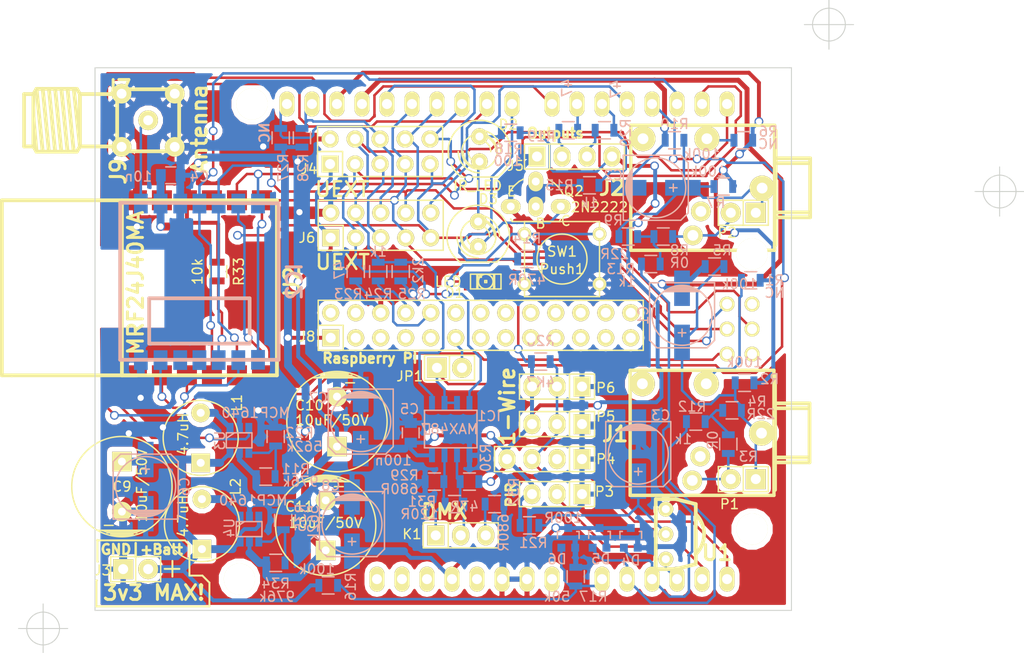
<source format=kicad_pcb>
(kicad_pcb (version 4) (host pcbnew "(2014-12-08 BZR 5317)-product")
  (layers (0 F.Cu signal) (31 B.Cu signal) (34 B.Paste user) (35 F.Paste user) (36 B.SilkS user) (37 F.SilkS user) (38 B.Mask user) (39 F.Mask user) (44 Edge.Cuts user))
  (net 0 "")
  (net 1 "Net-(C1-Pad1)")
  (net 2 AGND)
  (net 3 "Net-(C2-Pad1)")
  (net 4 "Net-(C3-Pad1)")
  (net 5 GND)
  (net 6 3V3)
  (net 7 "Net-(D1-Pad2)")
  (net 8 "Net-(D2-Pad1)")
  (net 9 "Net-(D2-Pad2)")
  (net 10 "Net-(D3-Pad2)")
  (net 11 AN2)
  (net 12 AN1)
  (net 13 AN0)
  (net 14 Rx1)
  (net 15 "Net-(IC1-Pad7)")
  (net 16 "Net-(IC1-Pad6)")
  (net 17 RTS1)
  (net 18 Tx1)
  (net 19 MISO)
  (net 20 Wake)
  (net 21 "Net-(IC2-Pad3)")
  (net 22 "Net-(IC2-Pad4)")
  (net 23 "Net-(IC2-Pad5)")
  (net 24 RESET)
  (net 25 "Net-(IC2-Pad8)")
  (net 26 INT)
  (net 27 MOSI)
  (net 28 SCK)
  (net 29 SPI_CS0)
  (net 30 "Net-(J1-Pad3)")
  (net 31 "Net-(J1-Pad2)")
  (net 32 "Net-(J2-Pad3)")
  (net 33 "Net-(J2-Pad2)")
  (net 34 SCL)
  (net 35 SDA)
  (net 36 "Net-(J5-Pad2)")
  (net 37 "Net-(J5-Pad3)")
  (net 38 SPI_CS1)
  (net 39 "Net-(J8-Pad2)")
  (net 40 "Net-(J8-Pad3)")
  (net 41 "Net-(J8-Pad4)")
  (net 42 "Net-(J8-Pad5)")
  (net 43 "Net-(J8-Pad7)")
  (net 44 "Net-(J8-Pad8)")
  (net 45 "Net-(J8-Pad9)")
  (net 46 "Net-(J8-Pad10)")
  (net 47 "Net-(J8-Pad11)")
  (net 48 "Net-(J8-Pad12)")
  (net 49 "Net-(J8-Pad13)")
  (net 50 "Net-(J8-Pad14)")
  (net 51 "Net-(J8-Pad15)")
  (net 52 "Net-(J8-Pad16)")
  (net 53 "Net-(J8-Pad17)")
  (net 54 "Net-(J8-Pad18)")
  (net 55 "Net-(J8-Pad19)")
  (net 56 "Net-(J8-Pad20)")
  (net 57 "Net-(J8-Pad21)")
  (net 58 "Net-(J8-Pad22)")
  (net 59 "Net-(J8-Pad23)")
  (net 60 "Net-(J8-Pad24)")
  (net 61 "Net-(J8-Pad25)")
  (net 62 "Net-(J8-Pad26)")
  (net 63 "Net-(K1-Pad3)")
  (net 64 PIR)
  (net 65 1Wire)
  (net 66 PowerOn)
  (net 67 "Net-(Q2-PadB)")
  (net 68 +3.3VADC)
  (net 69 "Net-(R12-Pad1)")
  (net 70 "Net-(R13-Pad1)")
  (net 71 Push1)
  (net 72 Out1)
  (net 73 Out0)
  (net 74 IR_In)
  (net 75 "Net-(J7-PadRST)")
  (net 76 "Net-(J7-Pad5V)")
  (net 77 "Net-(J7-PadIO_R)")
  (net 78 "Net-(J7-PadSP2)")
  (net 79 "Net-(J7-PadSP6)")
  (net 80 VDD)
  (net 81 +BATT)
  (net 82 "Net-(J7-PadV_IN)")
  (net 83 "Net-(L1-Pad2)")
  (net 84 "Net-(L2-Pad2)")
  (net 85 "Net-(R11-Pad2)")
  (net 86 "Net-(R34-Pad2)")
  (net 87 "Net-(P4-Pad2)")
  (module Capacitors_SMD:c_elec_6.3x7.7 (layer B.Cu) (at 155.067 82.804 270)
    (fp_text reference C1 (at 0 3.937 270) (layer B.SilkS) (effects (justify mirror)))
    (fp_text value 10uF/50V hide)
    (pad 1 smd rect (at 2.75082 0 270) (size 3.59918 1.6002) (layers B.Cu B.Paste B.Mask) (net 1 "Net-(C1-Pad1)"))
    (pad 2 smd rect (at -2.75082 0 270) (size 3.59918 1.6002) (layers B.Cu B.Paste B.Mask) (net 2 AGND))
  )
  (module Capacitors_SMD:c_elec_6.3x7.7 (layer B.Cu) (at 152.4 69.85)
    (fp_text reference C2 (at -4.318 -1.27) (layer B.SilkS) (effects (justify mirror)))
    (fp_text value 10uF/50V hide)
    (pad 1 smd rect (at 2.75082 0) (size 3.59918 1.6002) (layers B.Cu B.Paste B.Mask) (net 3 "Net-(C2-Pad1)"))
    (pad 2 smd rect (at -2.75082 0) (size 3.59918 1.6002) (layers B.Cu B.Paste B.Mask) (net 2 AGND))
  )
  (module Capacitors_SMD:c_elec_6.3x7.7 (layer B.Cu) (at 150.622 96.901 270)
    (fp_text reference C3 (at -3.937 -2.286 360) (layer B.SilkS) (effects (justify mirror)))
    (fp_text value 10uF/50V hide)
    (pad 1 smd rect (at 2.75082 0 270) (size 3.59918 1.6002) (layers B.Cu B.Paste B.Mask) (net 4 "Net-(C3-Pad1)"))
    (pad 2 smd rect (at -2.75082 0 270) (size 3.59918 1.6002) (layers B.Cu B.Paste B.Mask) (net 5 GND))
  )
  (module Capacitors_SMD:C_0805 (layer B.Cu) (at 103.124 68.58 180)
    (fp_text reference C4 (at -2.921 -0.127 180) (layer B.SilkS) (effects (justify mirror)))
    (fp_text value 10n (at 3.302 -0.127 180) (layer B.SilkS) (effects (justify mirror)))
    (pad 1 smd rect (at -1 0 180) (size 1 1.25) (layers B.Cu B.Paste B.Mask) (net 5 GND))
    (pad 2 smd rect (at 1 0 180) (size 1 1.25) (layers B.Cu B.Paste B.Mask) (net 6 3V3))
  )
  (module Capacitors_SMD:C_0805 (layer B.Cu) (at 127.508 94.742 90)
    (fp_text reference C5 (at 2.413 -0.127 180) (layer B.SilkS) (effects (justify mirror)))
    (fp_text value 100n (at -2.794 -1.778 180) (layer B.SilkS) (effects (justify mirror)))
    (pad 1 smd rect (at -1 0 90) (size 1 1.25) (layers B.Cu B.Paste B.Mask) (net 80 VDD))
    (pad 2 smd rect (at 1 0 90) (size 1 1.25) (layers B.Cu B.Paste B.Mask) (net 5 GND))
  )
  (module LEDs:LED-1206 (layer F.Cu) (at 135.128 79.375 180)
    (fp_text reference D1 (at 3.175 -1.143 180) (layer F.SilkS))
    (fp_text value LED (at 3.81 0 180) (layer F.SilkS))
    (pad 1 smd rect (at -1.41986 0 180) (size 1.59766 1.80086) (layers F.Cu F.Paste F.Mask) (net 80 VDD))
    (pad 2 smd rect (at 1.41986 0 180) (size 1.59766 1.80086) (layers F.Cu F.Paste F.Mask) (net 7 "Net-(D1-Pad2)"))
  )
  (module LEDs:LED-5MM (layer F.Cu) (at 134.493 65.913 270)
    (fp_text reference D2 (at -2.4765 -2.921 360) (layer F.SilkS))
    (fp_text value IR_LED (at 3.7465 0.1905 360) (layer F.SilkS))
    (pad 1 thru_hole circle (at -1.27 0 270) (size 1.6764 1.6764) (drill 0.8128) (layers *.Cu *.Mask F.SilkS) (net 8 "Net-(D2-Pad1)"))
    (pad 2 thru_hole circle (at 1.27 0 270) (size 1.6764 1.6764) (drill 0.8128) (layers *.Cu *.Mask F.SilkS) (net 9 "Net-(D2-Pad2)"))
  )
  (module LEDs:LED-5MM (layer F.Cu) (at 134.366 74.549 270)
    (fp_text reference D3 (at -3.556 -1.016 360) (layer F.SilkS))
    (fp_text value IR_LED (at -4.9022 0.0635 360) (layer F.SilkS))
    (pad 1 thru_hole circle (at -1.27 0 270) (size 1.6764 1.6764) (drill 0.8128) (layers *.Cu *.Mask F.SilkS) (net 9 "Net-(D2-Pad2)"))
    (pad 2 thru_hole circle (at 1.27 0 270) (size 1.6764 1.6764) (drill 0.8128) (layers *.Cu *.Mask F.SilkS) (net 10 "Net-(D3-Pad2)"))
  )
  (module Diodes_SMD:Diode_SOT23 (layer B.Cu) (at 149.86 105.41 180)
    (fp_text reference D4 (at 0 -2.286 180) (layer B.SilkS) (effects (justify mirror)))
    (fp_text value BAS40-04 hide)
    (pad 1 smd rect (at -0.70104 -1.00076 180) (size 0.8001 0.8001) (layers B.Cu B.Paste B.Mask) (net 5 GND))
    (pad 2 smd rect (at 0.70104 -1.00076 180) (size 0.8001 0.8001) (layers B.Cu B.Paste B.Mask) (net 12 AN1))
    (pad 3 smd rect (at 0 0.99822 180) (size 0.8001 0.8001) (layers B.Cu B.Paste B.Mask) (net 6 3V3))
  )
  (module Diodes_SMD:Diode_SOT23 (layer B.Cu) (at 146.685 105.41 180)
    (fp_text reference D5 (at -0.127 -2.159 180) (layer B.SilkS) (effects (justify mirror)))
    (fp_text value BAS40-04 hide)
    (pad 1 smd rect (at -0.70104 -1.00076 180) (size 0.8001 0.8001) (layers B.Cu B.Paste B.Mask) (net 5 GND))
    (pad 2 smd rect (at 0.70104 -1.00076 180) (size 0.8001 0.8001) (layers B.Cu B.Paste B.Mask) (net 13 AN0))
    (pad 3 smd rect (at 0 0.99822 180) (size 0.8001 0.8001) (layers B.Cu B.Paste B.Mask) (net 6 3V3))
  )
  (module Diodes_SMD:Diode_SOT23 (layer B.Cu) (at 143.51 105.41 180)
    (fp_text reference D6 (at 1.143 -2.159 180) (layer B.SilkS) (effects (justify mirror)))
    (fp_text value BAS40-04 hide)
    (pad 1 smd rect (at -0.70104 -1.00076 180) (size 0.8001 0.8001) (layers B.Cu B.Paste B.Mask) (net 5 GND))
    (pad 2 smd rect (at 0.70104 -1.00076 180) (size 0.8001 0.8001) (layers B.Cu B.Paste B.Mask) (net 11 AN2))
    (pad 3 smd rect (at 0 0.99822 180) (size 0.8001 0.8001) (layers B.Cu B.Paste B.Mask) (net 6 3V3))
  )
  (module SMD_Packages:SOIC-8-W (layer B.Cu) (at 131.572 94.361)
    (fp_text reference IC1 (at 3.8862 -1.3208 180) (layer B.SilkS) (effects (justify mirror)))
    (fp_text value MAX487 (at -0.127 0) (layer B.SilkS) (effects (justify mirror)))
    (pad 8 smd rect (at -1.905 2.667) (size 0.59944 1.39954) (layers B.Cu B.Paste B.Mask) (net 80 VDD))
    (pad 1 smd rect (at -1.905 -2.667) (size 0.59944 1.39954) (layers B.Cu B.Paste B.Mask) (net 14 Rx1))
    (pad 7 smd rect (at -0.635 2.667) (size 0.59944 1.39954) (layers B.Cu B.Paste B.Mask) (net 15 "Net-(IC1-Pad7)"))
    (pad 6 smd rect (at 0.635 2.667) (size 0.59944 1.39954) (layers B.Cu B.Paste B.Mask) (net 16 "Net-(IC1-Pad6)"))
    (pad 5 smd rect (at 1.905 2.667) (size 0.59944 1.39954) (layers B.Cu B.Paste B.Mask) (net 5 GND))
    (pad 2 smd rect (at -0.635 -2.667) (size 0.59944 1.39954) (layers B.Cu B.Paste B.Mask) (net 17 RTS1))
    (pad 3 smd rect (at 0.635 -2.667) (size 0.59944 1.39954) (layers B.Cu B.Paste B.Mask) (net 17 RTS1))
    (pad 4 smd rect (at 1.905 -2.667) (size 0.59944 1.39954) (layers B.Cu B.Paste B.Mask) (net 18 Tx1))
  )
  (module rfm12:RFM12 (layer B.Cu) (at 106.045 79.375 90)
    (fp_text reference IC2 (at 0 9.652 90) (layer B.SilkS) (effects (font (thickness 0.3048)) (justify mirror)))
    (fp_text value RFM12B hide)
    (pad 1 smd rect (at -7.9502 5.95122 90) (size 1.99898 1.39954) (layers B.Cu B.Paste B.Mask) (net 19 MISO))
    (pad 2 smd rect (at -7.97814 3.9497 90) (size 1.99898 1.39954) (layers B.Cu B.Paste B.Mask) (net 20 Wake))
    (pad 3 smd rect (at -7.97814 1.95072 90) (size 1.99898 1.39954) (layers B.Cu B.Paste B.Mask) (net 21 "Net-(IC2-Pad3)"))
    (pad 4 smd rect (at -7.97814 0 90) (size 1.99898 1.39954) (layers B.Cu B.Paste B.Mask) (net 22 "Net-(IC2-Pad4)"))
    (pad 5 smd rect (at -7.97814 -1.95072 90) (size 1.99898 1.39954) (layers B.Cu B.Paste B.Mask) (net 23 "Net-(IC2-Pad5)"))
    (pad 6 smd rect (at -7.97814 -3.9497 90) (size 1.99898 1.39954) (layers B.Cu B.Paste B.Mask) (net 24 RESET))
    (pad 7 smd rect (at -7.97814 -5.95122 90) (size 1.99898 1.39954) (layers B.Cu B.Paste B.Mask) (net 5 GND))
    (pad 8 smd rect (at 7.92226 -5.95122 90) (size 1.99898 1.39954) (layers B.Cu B.Paste B.Mask) (net 25 "Net-(IC2-Pad8)"))
    (pad 9 smd rect (at 7.92226 -3.9497 90) (size 1.99898 1.39954) (layers B.Cu B.Paste B.Mask) (net 6 3V3))
    (pad 10 smd rect (at 7.92226 -1.95072 90) (size 1.99898 1.39954) (layers B.Cu B.Paste B.Mask) (net 5 GND))
    (pad 11 smd rect (at 7.92226 0 90) (size 1.99898 1.39954) (layers B.Cu B.Paste B.Mask) (net 26 INT))
    (pad 12 smd rect (at 7.92226 1.95072 90) (size 1.99898 1.39954) (layers B.Cu B.Paste B.Mask) (net 27 MOSI))
    (pad 13 smd rect (at 7.92226 3.9497 90) (size 1.99898 1.39954) (layers B.Cu B.Paste B.Mask) (net 28 SCK))
    (pad 14 smd rect (at 7.92226 5.95122 90) (size 1.99898 1.39954) (layers B.Cu B.Paste B.Mask) (net 29 SPI_CS0))
  )
  (module Jack_EBS35:Jack_EBS35 (layer F.Cu) (at 157.4165 94.742 180)
    (fp_text reference J1 (at 9.144 -0.127 180) (layer F.SilkS) (effects (font (thickness 0.3048))))
    (fp_text value Jack_3.5mm_3pin hide)
    (pad 1 thru_hole circle (at -5.72008 -0.03048 180) (size 2.54 2.54) (drill 1.09982) (layers *.Cu *.Mask F.SilkS) (net 1 "Net-(C1-Pad1)"))
    (pad 5 thru_hole circle (at 6.38048 4.98348 180) (size 2.54 2.54) (drill 1.09982) (layers *.Cu *.Mask F.SilkS))
    (pad 3 thru_hole circle (at -0.11176 4.98348 180) (size 2.54 2.54) (drill 1.09982) (layers *.Cu *.Mask F.SilkS) (net 30 "Net-(J1-Pad3)"))
    (pad 2 thru_hole circle (at 1.31064 -4.83616 180) (size 1.99898 1.99898) (drill 1.09982) (layers *.Cu *.Mask F.SilkS) (net 31 "Net-(J1-Pad2)"))
    (pad 4 thru_hole circle (at 0.50038 -2.4003 180) (size 1.99898 1.99898) (drill 1.09982) (layers *.Cu *.Mask F.SilkS))
  )
  (module Jack_EBS35:Jack_EBS35 (layer F.Cu) (at 157.48 69.85 180)
    (fp_text reference J2 (at 9.525 0 180) (layer F.SilkS) (effects (font (thickness 0.3048))))
    (fp_text value Jack_3.5mm_3pin hide)
    (pad 1 thru_hole circle (at -5.72008 -0.03048 180) (size 2.54 2.54) (drill 1.09982) (layers *.Cu *.Mask F.SilkS) (net 3 "Net-(C2-Pad1)"))
    (pad 5 thru_hole circle (at 6.38048 4.98348 180) (size 2.54 2.54) (drill 1.09982) (layers *.Cu *.Mask F.SilkS))
    (pad 3 thru_hole circle (at -0.11176 4.98348 180) (size 2.54 2.54) (drill 1.09982) (layers *.Cu *.Mask F.SilkS) (net 32 "Net-(J2-Pad3)"))
    (pad 2 thru_hole circle (at 1.31064 -4.83616 180) (size 1.99898 1.99898) (drill 1.09982) (layers *.Cu *.Mask F.SilkS) (net 33 "Net-(J2-Pad2)"))
    (pad 4 thru_hole circle (at 0.50038 -2.4003 180) (size 1.99898 1.99898) (drill 1.09982) (layers *.Cu *.Mask F.SilkS))
  )
  (module Pin_Headers:Pin_Header_Straight_1x02 (layer F.Cu) (at 99.568 108.585)
    (fp_text reference J3 (at -3.3655 0.127) (layer F.SilkS))
    (fp_text value PowerInput hide)
    (pad 1 thru_hole rect (at -1.27 0) (size 2.032 2.032) (drill 1.016) (layers *.Cu *.Mask F.SilkS) (net 5 GND))
    (pad 2 thru_hole oval (at 1.27 0) (size 2.032 2.032) (drill 1.016) (layers *.Cu *.Mask F.SilkS) (net 81 +BATT))
  )
  (module Pin_Headers:Pin_Header_Straight_2x05 (layer F.Cu) (at 124.3965 66.167)
    (fp_text reference J4 (at -7.239 1.778) (layer F.SilkS))
    (fp_text value UEXT hide)
    (pad 1 thru_hole rect (at -5.08 1.27) (size 1.7272 1.7272) (drill 1.016) (layers *.Cu *.Mask F.SilkS) (net 80 VDD))
    (pad 2 thru_hole oval (at -5.08 -1.27) (size 1.7272 1.7272) (drill 1.016) (layers *.Cu *.Mask F.SilkS) (net 5 GND))
    (pad 3 thru_hole oval (at -2.54 1.27) (size 1.7272 1.7272) (drill 1.016) (layers *.Cu *.Mask F.SilkS) (net 18 Tx1))
    (pad 4 thru_hole oval (at -2.54 -1.27) (size 1.7272 1.7272) (drill 1.016) (layers *.Cu *.Mask F.SilkS) (net 14 Rx1))
    (pad 5 thru_hole oval (at 0 1.27) (size 1.7272 1.7272) (drill 1.016) (layers *.Cu *.Mask F.SilkS) (net 34 SCL))
    (pad 6 thru_hole oval (at 0 -1.27) (size 1.7272 1.7272) (drill 1.016) (layers *.Cu *.Mask F.SilkS) (net 35 SDA))
    (pad 7 thru_hole oval (at 2.54 1.27) (size 1.7272 1.7272) (drill 1.016) (layers *.Cu *.Mask F.SilkS) (net 19 MISO))
    (pad 8 thru_hole oval (at 2.54 -1.27) (size 1.7272 1.7272) (drill 1.016) (layers *.Cu *.Mask F.SilkS) (net 27 MOSI))
    (pad 9 thru_hole oval (at 5.08 1.27) (size 1.7272 1.7272) (drill 1.016) (layers *.Cu *.Mask F.SilkS) (net 28 SCK))
    (pad 10 thru_hole oval (at 5.08 -1.27) (size 1.7272 1.7272) (drill 1.016) (layers *.Cu *.Mask F.SilkS) (net 29 SPI_CS0))
  )
  (module Pin_Headers:Pin_Header_Straight_1x04 (layer F.Cu) (at 144.145 66.675)
    (fp_text reference J5 (at -5.9944 0.9398) (layer F.SilkS))
    (fp_text value Outputs hide)
    (pad 1 thru_hole rect (at -3.81 0) (size 1.7272 2.032) (drill 1.016) (layers *.Cu *.Mask F.SilkS) (net 5 GND))
    (pad 2 thru_hole oval (at -1.27 0) (size 1.7272 2.032) (drill 1.016) (layers *.Cu *.Mask F.SilkS) (net 36 "Net-(J5-Pad2)"))
    (pad 3 thru_hole oval (at 1.27 0) (size 1.7272 2.032) (drill 1.016) (layers *.Cu *.Mask F.SilkS) (net 37 "Net-(J5-Pad3)"))
    (pad 4 thru_hole oval (at 3.81 0) (size 1.7272 2.032) (drill 1.016) (layers *.Cu *.Mask F.SilkS) (net 80 VDD))
  )
  (module Pin_Headers:Pin_Header_Straight_2x05 (layer F.Cu) (at 124.46 73.66)
    (fp_text reference J6 (at -7.493 1.27) (layer F.SilkS))
    (fp_text value UEXT hide)
    (pad 1 thru_hole rect (at -5.08 1.27) (size 1.7272 1.7272) (drill 1.016) (layers *.Cu *.Mask F.SilkS) (net 80 VDD))
    (pad 2 thru_hole oval (at -5.08 -1.27) (size 1.7272 1.7272) (drill 1.016) (layers *.Cu *.Mask F.SilkS) (net 5 GND))
    (pad 3 thru_hole oval (at -2.54 1.27) (size 1.7272 1.7272) (drill 1.016) (layers *.Cu *.Mask F.SilkS) (net 18 Tx1))
    (pad 4 thru_hole oval (at -2.54 -1.27) (size 1.7272 1.7272) (drill 1.016) (layers *.Cu *.Mask F.SilkS) (net 14 Rx1))
    (pad 5 thru_hole oval (at 0 1.27) (size 1.7272 1.7272) (drill 1.016) (layers *.Cu *.Mask F.SilkS) (net 34 SCL))
    (pad 6 thru_hole oval (at 0 -1.27) (size 1.7272 1.7272) (drill 1.016) (layers *.Cu *.Mask F.SilkS) (net 35 SDA))
    (pad 7 thru_hole oval (at 2.54 1.27) (size 1.7272 1.7272) (drill 1.016) (layers *.Cu *.Mask F.SilkS) (net 19 MISO))
    (pad 8 thru_hole oval (at 2.54 -1.27) (size 1.7272 1.7272) (drill 1.016) (layers *.Cu *.Mask F.SilkS) (net 27 MOSI))
    (pad 9 thru_hole oval (at 5.08 1.27) (size 1.7272 1.7272) (drill 1.016) (layers *.Cu *.Mask F.SilkS) (net 28 SCK))
    (pad 10 thru_hole oval (at 5.08 -1.27) (size 1.7272 1.7272) (drill 1.016) (layers *.Cu *.Mask F.SilkS) (net 38 SPI_CS1))
  )
  (module Pin_Headers:Pin_Header_Straight_2x13 (layer F.Cu) (at 134.62 83.82)
    (fp_text reference J8 (at -17.653 1.143) (layer F.SilkS))
    (fp_text value Raspberry hide)
    (pad 1 thru_hole rect (at -15.24 1.27) (size 1.7272 1.7272) (drill 1.016) (layers *.Cu *.Mask F.SilkS) (net 6 3V3))
    (pad 2 thru_hole oval (at -15.24 -1.27) (size 1.7272 1.7272) (drill 1.016) (layers *.Cu *.Mask F.SilkS) (net 39 "Net-(J8-Pad2)"))
    (pad 3 thru_hole oval (at -12.7 1.27) (size 1.7272 1.7272) (drill 1.016) (layers *.Cu *.Mask F.SilkS) (net 40 "Net-(J8-Pad3)"))
    (pad 4 thru_hole oval (at -12.7 -1.27) (size 1.7272 1.7272) (drill 1.016) (layers *.Cu *.Mask F.SilkS) (net 41 "Net-(J8-Pad4)"))
    (pad 5 thru_hole oval (at -10.16 1.27) (size 1.7272 1.7272) (drill 1.016) (layers *.Cu *.Mask F.SilkS) (net 42 "Net-(J8-Pad5)"))
    (pad 6 thru_hole oval (at -10.16 -1.27) (size 1.7272 1.7272) (drill 1.016) (layers *.Cu *.Mask F.SilkS) (net 5 GND))
    (pad 7 thru_hole oval (at -7.62 1.27) (size 1.7272 1.7272) (drill 1.016) (layers *.Cu *.Mask F.SilkS) (net 43 "Net-(J8-Pad7)"))
    (pad 8 thru_hole oval (at -7.62 -1.27) (size 1.7272 1.7272) (drill 1.016) (layers *.Cu *.Mask F.SilkS) (net 44 "Net-(J8-Pad8)"))
    (pad 9 thru_hole oval (at -5.08 1.27) (size 1.7272 1.7272) (drill 1.016) (layers *.Cu *.Mask F.SilkS) (net 45 "Net-(J8-Pad9)"))
    (pad 10 thru_hole oval (at -5.08 -1.27) (size 1.7272 1.7272) (drill 1.016) (layers *.Cu *.Mask F.SilkS) (net 46 "Net-(J8-Pad10)"))
    (pad 11 thru_hole oval (at -2.54 1.27) (size 1.7272 1.7272) (drill 1.016) (layers *.Cu *.Mask F.SilkS) (net 47 "Net-(J8-Pad11)"))
    (pad 12 thru_hole oval (at -2.54 -1.27) (size 1.7272 1.7272) (drill 1.016) (layers *.Cu *.Mask F.SilkS) (net 48 "Net-(J8-Pad12)"))
    (pad 13 thru_hole oval (at 0 1.27) (size 1.7272 1.7272) (drill 1.016) (layers *.Cu *.Mask F.SilkS) (net 49 "Net-(J8-Pad13)"))
    (pad 14 thru_hole oval (at 0 -1.27) (size 1.7272 1.7272) (drill 1.016) (layers *.Cu *.Mask F.SilkS) (net 50 "Net-(J8-Pad14)"))
    (pad 15 thru_hole oval (at 2.54 1.27) (size 1.7272 1.7272) (drill 1.016) (layers *.Cu *.Mask F.SilkS) (net 51 "Net-(J8-Pad15)"))
    (pad 16 thru_hole oval (at 2.54 -1.27) (size 1.7272 1.7272) (drill 1.016) (layers *.Cu *.Mask F.SilkS) (net 52 "Net-(J8-Pad16)"))
    (pad 17 thru_hole oval (at 5.08 1.27) (size 1.7272 1.7272) (drill 1.016) (layers *.Cu *.Mask F.SilkS) (net 53 "Net-(J8-Pad17)"))
    (pad 18 thru_hole oval (at 5.08 -1.27) (size 1.7272 1.7272) (drill 1.016) (layers *.Cu *.Mask F.SilkS) (net 54 "Net-(J8-Pad18)"))
    (pad 19 thru_hole oval (at 7.62 1.27) (size 1.7272 1.7272) (drill 1.016) (layers *.Cu *.Mask F.SilkS) (net 55 "Net-(J8-Pad19)"))
    (pad 20 thru_hole oval (at 7.62 -1.27) (size 1.7272 1.7272) (drill 1.016) (layers *.Cu *.Mask F.SilkS) (net 56 "Net-(J8-Pad20)"))
    (pad 21 thru_hole oval (at 10.16 1.27) (size 1.7272 1.7272) (drill 1.016) (layers *.Cu *.Mask F.SilkS) (net 57 "Net-(J8-Pad21)"))
    (pad 22 thru_hole oval (at 10.16 -1.27) (size 1.7272 1.7272) (drill 1.016) (layers *.Cu *.Mask F.SilkS) (net 58 "Net-(J8-Pad22)"))
    (pad 23 thru_hole oval (at 12.7 1.27) (size 1.7272 1.7272) (drill 1.016) (layers *.Cu *.Mask F.SilkS) (net 59 "Net-(J8-Pad23)"))
    (pad 24 thru_hole oval (at 12.7 -1.27) (size 1.7272 1.7272) (drill 1.016) (layers *.Cu *.Mask F.SilkS) (net 60 "Net-(J8-Pad24)"))
    (pad 25 thru_hole oval (at 15.24 1.27) (size 1.7272 1.7272) (drill 1.016) (layers *.Cu *.Mask F.SilkS) (net 61 "Net-(J8-Pad25)"))
    (pad 26 thru_hole oval (at 15.24 -1.27) (size 1.7272 1.7272) (drill 1.016) (layers *.Cu *.Mask F.SilkS) (net 62 "Net-(J8-Pad26)"))
  )
  (module sma:SMA (layer F.Cu) (at 100.838 62.992 90)
    (fp_text reference J9 (at -5.207 -3.048 90) (layer F.SilkS) (effects (font (thickness 0.3048))))
    (fp_text value Antenna (at -0.889 5.207 90) (layer F.SilkS) (effects (font (thickness 0.3048))))
    (pad 1 thru_hole circle (at 0 0 90) (size 1.99898 1.99898) (drill 1.00076) (layers *.Cu *.Mask F.SilkS) (net 25 "Net-(IC2-Pad8)"))
    (pad 3 thru_hole circle (at 2.70002 -2.70002 90) (size 1.99898 1.99898) (drill 1.00076) (layers *.Cu *.Mask F.SilkS) (net 5 GND))
    (pad 2 thru_hole circle (at -2.70002 -2.70002 90) (size 1.99898 1.99898) (drill 1.00076) (layers *.Cu *.Mask F.SilkS) (net 5 GND))
    (pad 5 thru_hole circle (at -2.70002 2.70002 90) (size 1.99898 1.99898) (drill 1.00076) (layers *.Cu *.Mask F.SilkS) (net 5 GND))
    (pad 4 thru_hole circle (at 2.70002 2.70002 90) (size 1.99898 1.99898) (drill 1.00076) (layers *.Cu *.Mask F.SilkS) (net 5 GND))
  )
  (module Pin_Headers:Pin_Header_Straight_1x03 (layer F.Cu) (at 132.588 105.156)
    (fp_text reference K1 (at -4.953 -0.127) (layer F.SilkS))
    (fp_text value RS485/DMX hide)
    (pad 1 thru_hole rect (at -2.54 0) (size 1.7272 2.032) (drill 1.016) (layers *.Cu *.Mask F.SilkS) (net 15 "Net-(IC1-Pad7)"))
    (pad 2 thru_hole oval (at 0 0) (size 1.7272 2.032) (drill 1.016) (layers *.Cu *.Mask F.SilkS) (net 16 "Net-(IC1-Pad6)"))
    (pad 3 thru_hole oval (at 2.54 0) (size 1.7272 2.032) (drill 1.016) (layers *.Cu *.Mask F.SilkS) (net 63 "Net-(K1-Pad3)"))
  )
  (module Pin_Headers:Pin_Header_Straight_1x02 (layer F.Cu) (at 161.29 99.441 180)
    (fp_text reference P1 (at 1.397 -2.54 180) (layer F.SilkS))
    (fp_text value ACin hide)
    (pad 1 thru_hole rect (at -1.27 0 180) (size 2.032 2.032) (drill 1.016) (layers *.Cu *.Mask F.SilkS) (net 1 "Net-(C1-Pad1)"))
    (pad 2 thru_hole oval (at 1.27 0 180) (size 2.032 2.032) (drill 1.016) (layers *.Cu *.Mask F.SilkS) (net 31 "Net-(J1-Pad2)"))
  )
  (module Pin_Headers:Pin_Header_Straight_1x02 (layer F.Cu) (at 161.29 72.39 180)
    (fp_text reference P2 (at 1.651 -2.032 180) (layer F.SilkS))
    (fp_text value ACin hide)
    (pad 1 thru_hole rect (at -1.27 0 180) (size 2.032 2.032) (drill 1.016) (layers *.Cu *.Mask F.SilkS) (net 3 "Net-(C2-Pad1)"))
    (pad 2 thru_hole oval (at 1.27 0 180) (size 2.032 2.032) (drill 1.016) (layers *.Cu *.Mask F.SilkS) (net 33 "Net-(J2-Pad2)"))
  )
  (module Pin_Headers:Pin_Header_Straight_1x03 (layer F.Cu) (at 142.367 100.965 180)
    (fp_text reference P3 (at -4.826 0.254 180) (layer F.SilkS))
    (fp_text value PIR hide)
    (pad 1 thru_hole rect (at -2.54 0 180) (size 1.7272 2.032) (drill 1.016) (layers *.Cu *.Mask F.SilkS) (net 5 GND))
    (pad 2 thru_hole oval (at 0 0 180) (size 1.7272 2.032) (drill 1.016) (layers *.Cu *.Mask F.SilkS) (net 64 PIR))
    (pad 3 thru_hole oval (at 2.54 0 180) (size 1.7272 2.032) (drill 1.016) (layers *.Cu *.Mask F.SilkS) (net 80 VDD))
  )
  (module Pin_Headers:Pin_Header_Straight_1x04 (layer F.Cu) (at 141.097 97.409 180)
    (fp_text reference P4 (at -6.223 0 180) (layer F.SilkS))
    (fp_text value DHT22 hide)
    (pad 1 thru_hole rect (at -3.81 0 180) (size 1.7272 2.032) (drill 1.016) (layers *.Cu *.Mask F.SilkS) (net 5 GND))
    (pad 2 thru_hole oval (at -1.27 0 180) (size 1.7272 2.032) (drill 1.016) (layers *.Cu *.Mask F.SilkS) (net 87 "Net-(P4-Pad2)"))
    (pad 3 thru_hole oval (at 1.27 0 180) (size 1.7272 2.032) (drill 1.016) (layers *.Cu *.Mask F.SilkS) (net 65 1Wire))
    (pad 4 thru_hole oval (at 3.81 0 180) (size 1.7272 2.032) (drill 1.016) (layers *.Cu *.Mask F.SilkS) (net 80 VDD))
  )
  (module Pin_Headers:Pin_Header_Straight_1x03 (layer F.Cu) (at 142.367 93.853 180)
    (fp_text reference P5 (at -4.953 0.762 180) (layer F.SilkS))
    (fp_text value 1_Wire hide)
    (pad 1 thru_hole rect (at -2.54 0 180) (size 1.7272 2.032) (drill 1.016) (layers *.Cu *.Mask F.SilkS) (net 5 GND))
    (pad 2 thru_hole oval (at 0 0 180) (size 1.7272 2.032) (drill 1.016) (layers *.Cu *.Mask F.SilkS) (net 65 1Wire))
    (pad 3 thru_hole oval (at 2.54 0 180) (size 1.7272 2.032) (drill 1.016) (layers *.Cu *.Mask F.SilkS) (net 80 VDD))
  )
  (module Pin_Headers:Pin_Header_Straight_1x03 (layer F.Cu) (at 142.367 90.043 180)
    (fp_text reference P6 (at -4.953 -0.127 180) (layer F.SilkS))
    (fp_text value 1_Wire hide)
    (pad 1 thru_hole rect (at -2.54 0 180) (size 1.7272 2.032) (drill 1.016) (layers *.Cu *.Mask F.SilkS) (net 5 GND))
    (pad 2 thru_hole oval (at 0 0 180) (size 1.7272 2.032) (drill 1.016) (layers *.Cu *.Mask F.SilkS) (net 65 1Wire))
    (pad 3 thru_hole oval (at 2.54 0 180) (size 1.7272 2.032) (drill 1.016) (layers *.Cu *.Mask F.SilkS) (net 80 VDD))
  )
  (module Housings_TO-92:TO-92-Bipolar-molded-wide-universal-EBC (layer F.Cu) (at 140.208 71.755 90)
    (fp_text reference Q2 (at 1.5748 3.8608 180) (layer F.SilkS))
    (fp_text value 2N2222 (at -0.0635 6.4643 180) (layer F.SilkS))
    (fp_text user B (at -1.7272 0.4826 180) (layer F.SilkS))
    (fp_text user E (at 1.5367 -2.4638 180) (layer F.SilkS))
    (fp_text user C (at -1.4605 3.048 180) (layer F.SilkS))
    (fp_line (start 0.889 0) (end 1.524 0) (layer F.Cu) (width 0.762))
    (fp_line (start 0.635 0.5715) (end 1.905 0.5715) (layer F.Cu) (width 0.762))
    (fp_line (start 0.635 -0.5715) (end 1.905 -0.5715) (layer F.Cu) (width 0.762))
    (fp_line (start 0.889 0) (end 1.524 0) (layer B.Cu) (width 0.762))
    (fp_line (start 0.635 -0.5715) (end 1.905 -0.5715) (layer B.Cu) (width 0.762))
    (fp_line (start 0.635 0.5715) (end 1.905 0.5715) (layer B.Cu) (width 0.762))
    (pad B thru_hole oval (at 2.54 0 90) (size 1.99898 1.50114) (drill 0.8001) (layers *.Cu *.Mask F.SilkS) (net 67 "Net-(Q2-PadB)"))
    (pad E thru_hole oval (at 0 -2.54 90) (size 1.50114 1.99898) (drill 0.8001) (layers *.Cu *.Mask F.SilkS) (net 5 GND))
    (pad C thru_hole oval (at 0 2.54 90) (size 1.50114 1.99898) (drill 0.8001) (layers *.Cu *.Mask F.SilkS) (net 10 "Net-(D3-Pad2)"))
    (pad B thru_hole oval (at 0 0 180) (size 1.50114 1.99898) (drill 0.8001) (layers *.Cu *.Mask F.SilkS) (net 67 "Net-(Q2-PadB)"))
  )
  (module Resistors_SMD:R_0805 (layer B.Cu) (at 162.052 79.248)
    (fp_text reference R1 (at 2.413 0) (layer B.SilkS) (effects (justify mirror)))
    (fp_text value NC (at 2.413 1.27 180) (layer B.SilkS) (effects (justify mirror)))
    (pad 1 smd rect (at -0.95 0) (size 0.7 1.3) (layers B.Cu B.Paste B.Mask) (net 30 "Net-(J1-Pad3)"))
    (pad 2 smd rect (at 0.95 0) (size 0.7 1.3) (layers B.Cu B.Paste B.Mask) (net 68 +3.3VADC))
  )
  (module Resistors_SMD:R_0805 (layer B.Cu) (at 161.417 89.662)
    (fp_text reference R2 (at 2.54 -0.381) (layer B.SilkS) (effects (justify mirror)))
    (fp_text value 100k (at 0 -2.1) (layer B.SilkS) (effects (justify mirror)))
    (pad 1 smd rect (at -0.95 0) (size 0.7 1.3) (layers B.Cu B.Paste B.Mask) (net 1 "Net-(C1-Pad1)"))
    (pad 2 smd rect (at 0.95 0) (size 0.7 1.3) (layers B.Cu B.Paste B.Mask) (net 68 +3.3VADC))
  )
  (module Resistors_SMD:R_0805 (layer B.Cu) (at 159.766 95.885 90)
    (fp_text reference R3 (at -1.27 2.032 180) (layer B.SilkS) (effects (justify mirror)))
    (fp_text value 0R (at 0.4064 -1.5748 90) (layer B.SilkS) (effects (justify mirror)))
    (pad 1 smd rect (at -0.95 0 90) (size 0.7 1.3) (layers B.Cu B.Paste B.Mask) (net 31 "Net-(J1-Pad2)"))
    (pad 2 smd rect (at 0.95 0 90) (size 0.7 1.3) (layers B.Cu B.Paste B.Mask) (net 69 "Net-(R12-Pad1)"))
  )
  (module Resistors_SMD:R_0805 (layer B.Cu) (at 160.147 92.456 180)
    (fp_text reference R4 (at -2.54 0.889 180) (layer B.SilkS) (effects (justify mirror)))
    (fp_text value 22R (at -2.921 -0.381 180) (layer B.SilkS) (effects (justify mirror)))
    (pad 1 smd rect (at -0.95 0 180) (size 0.7 1.3) (layers B.Cu B.Paste B.Mask) (net 1 "Net-(C1-Pad1)"))
    (pad 2 smd rect (at 0.95 0 180) (size 0.7 1.3) (layers B.Cu B.Paste B.Mask) (net 69 "Net-(R12-Pad1)"))
  )
  (module Resistors_SMD:R_0805 (layer B.Cu) (at 158.369 77.851 180)
    (fp_text reference R5 (at -0.762 1.651 180) (layer B.SilkS) (effects (justify mirror)))
    (fp_text value 100k (at -2.54 -1.778 180) (layer B.SilkS) (effects (justify mirror)))
    (pad 1 smd rect (at -0.95 0 180) (size 0.7 1.3) (layers B.Cu B.Paste B.Mask) (net 1 "Net-(C1-Pad1)"))
    (pad 2 smd rect (at 0.95 0 180) (size 0.7 1.3) (layers B.Cu B.Paste B.Mask) (net 2 AGND))
  )
  (module Resistors_SMD:R_0805 (layer B.Cu) (at 161.29 65.024)
    (fp_text reference R6 (at 2.54 -0.889) (layer B.SilkS) (effects (justify mirror)))
    (fp_text value NC (at 2.54 0.381) (layer B.SilkS) (effects (justify mirror)))
    (pad 1 smd rect (at -0.95 0) (size 0.7 1.3) (layers B.Cu B.Paste B.Mask) (net 32 "Net-(J2-Pad3)"))
    (pad 2 smd rect (at 0.95 0) (size 0.7 1.3) (layers B.Cu B.Paste B.Mask) (net 68 +3.3VADC))
  )
  (module Resistors_SMD:R_0805 (layer B.Cu) (at 159.258 69.723)
    (fp_text reference R7 (at -0.762 1.651) (layer B.SilkS) (effects (justify mirror)))
    (fp_text value 100k (at -1.524 -1.524) (layer B.SilkS) (effects (justify mirror)))
    (pad 1 smd rect (at -0.95 0) (size 0.7 1.3) (layers B.Cu B.Paste B.Mask) (net 3 "Net-(C2-Pad1)"))
    (pad 2 smd rect (at 0.95 0) (size 0.7 1.3) (layers B.Cu B.Paste B.Mask) (net 68 +3.3VADC))
  )
  (module Resistors_SMD:R_0805 (layer B.Cu) (at 153.162 74.803 180)
    (fp_text reference R8 (at -1.651 -1.397 180) (layer B.SilkS) (effects (justify mirror)))
    (fp_text value 0R (at -1.651 -2.667 360) (layer B.SilkS) (effects (justify mirror)))
    (pad 1 smd rect (at -0.95 0 180) (size 0.7 1.3) (layers B.Cu B.Paste B.Mask) (net 33 "Net-(J2-Pad2)"))
    (pad 2 smd rect (at 0.95 0 180) (size 0.7 1.3) (layers B.Cu B.Paste B.Mask) (net 70 "Net-(R13-Pad1)"))
  )
  (module Resistors_SMD:R_0805 (layer B.Cu) (at 149.606 74.803)
    (fp_text reference R9 (at -1.524 -1.651) (layer B.SilkS) (effects (justify mirror)))
    (fp_text value 22R (at -1.397 1.778) (layer B.SilkS) (effects (justify mirror)))
    (pad 1 smd rect (at -0.95 0) (size 0.7 1.3) (layers B.Cu B.Paste B.Mask) (net 3 "Net-(C2-Pad1)"))
    (pad 2 smd rect (at 0.95 0) (size 0.7 1.3) (layers B.Cu B.Paste B.Mask) (net 70 "Net-(R13-Pad1)"))
  )
  (module Resistors_SMD:R_0805 (layer B.Cu) (at 154.305 65.024 180)
    (fp_text reference R10 (at 0 1.651 180) (layer B.SilkS) (effects (justify mirror)))
    (fp_text value 100k (at -2.794 -1.397 180) (layer B.SilkS) (effects (justify mirror)))
    (pad 1 smd rect (at -0.95 0 180) (size 0.7 1.3) (layers B.Cu B.Paste B.Mask) (net 3 "Net-(C2-Pad1)"))
    (pad 2 smd rect (at 0.95 0 180) (size 0.7 1.3) (layers B.Cu B.Paste B.Mask) (net 2 AGND))
  )
  (module Resistors_SMD:R_0805 (layer B.Cu) (at 112.776 99.187)
    (fp_text reference R11 (at 3.048 -0.762) (layer B.SilkS) (effects (justify mirror)))
    (fp_text value 976k (at 3.556 0.508) (layer B.SilkS) (effects (justify mirror)))
    (pad 1 smd rect (at -0.95 0) (size 0.7 1.3) (layers B.Cu B.Paste B.Mask) (net 80 VDD))
    (pad 2 smd rect (at 0.95 0) (size 0.7 1.3) (layers B.Cu B.Paste B.Mask) (net 85 "Net-(R11-Pad2)"))
  )
  (module Resistors_SMD:R_0805 (layer B.Cu) (at 156.464 93.599 180)
    (fp_text reference R12 (at 0.381 1.524 180) (layer B.SilkS) (effects (justify mirror)))
    (fp_text value 1k (at 1.27 -1.778 180) (layer B.SilkS) (effects (justify mirror)))
    (pad 1 smd rect (at -0.95 0 180) (size 0.7 1.3) (layers B.Cu B.Paste B.Mask) (net 69 "Net-(R12-Pad1)"))
    (pad 2 smd rect (at 0.95 0 180) (size 0.7 1.3) (layers B.Cu B.Paste B.Mask) (net 13 AN0))
  )
  (module Resistors_SMD:R_0805 (layer B.Cu) (at 151.892 77.597 180)
    (fp_text reference R13 (at 3.048 -0.508 180) (layer B.SilkS) (effects (justify mirror)))
    (fp_text value 1k (at 2.413 -1.778 180) (layer B.SilkS) (effects (justify mirror)))
    (pad 1 smd rect (at -0.95 0 180) (size 0.7 1.3) (layers B.Cu B.Paste B.Mask) (net 70 "Net-(R13-Pad1)"))
    (pad 2 smd rect (at 0.95 0 180) (size 0.7 1.3) (layers B.Cu B.Paste B.Mask) (net 12 AN1))
  )
  (module Resistors_SMD:R_0805 (layer B.Cu) (at 139.319 77.089 180)
    (fp_text reference R14 (at 0 2.1 180) (layer B.SilkS) (effects (justify mirror)))
    (fp_text value 470R (at 0 -2.1 180) (layer B.SilkS) (effects (justify mirror)))
    (pad 1 smd rect (at -0.95 0 180) (size 0.7 1.3) (layers B.Cu B.Paste B.Mask) (net 71 Push1))
    (pad 2 smd rect (at 0.95 0 180) (size 0.7 1.3) (layers B.Cu B.Paste B.Mask) (net 7 "Net-(D1-Pad2)"))
  )
  (module Resistors_SMD:R_0805 (layer B.Cu) (at 145.669 69.596 180)
    (fp_text reference R15 (at 3.048 0 180) (layer B.SilkS) (effects (justify mirror)))
    (fp_text value 1k (at 0 -1.778 180) (layer B.SilkS) (effects (justify mirror)))
    (pad 1 smd rect (at -0.95 0 180) (size 0.7 1.3) (layers B.Cu B.Paste B.Mask) (net 72 Out1))
    (pad 2 smd rect (at 0.95 0 180) (size 0.7 1.3) (layers B.Cu B.Paste B.Mask) (net 67 "Net-(Q2-PadB)"))
  )
  (module Resistors_SMD:R_0805 (layer B.Cu) (at 119.126 110.236)
    (fp_text reference R16 (at 2.286 0.127 90) (layer B.SilkS) (effects (justify mirror)))
    (fp_text value 100k (at -1.143 -1.651) (layer B.SilkS) (effects (justify mirror)))
    (pad 1 smd rect (at -0.95 0) (size 0.7 1.3) (layers B.Cu B.Paste B.Mask) (net 81 +BATT))
    (pad 2 smd rect (at 0.95 0) (size 0.7 1.3) (layers B.Cu B.Paste B.Mask) (net 11 AN2))
  )
  (module Resistors_SMD:R_0805 (layer B.Cu) (at 144.272 109.347 90)
    (fp_text reference R17 (at -2.032 1.778 180) (layer B.SilkS) (effects (justify mirror)))
    (fp_text value 50k (at -2.032 -1.905 180) (layer B.SilkS) (effects (justify mirror)))
    (pad 1 smd rect (at -0.95 0 90) (size 0.7 1.3) (layers B.Cu B.Paste B.Mask) (net 11 AN2))
    (pad 2 smd rect (at 0.95 0 90) (size 0.7 1.3) (layers B.Cu B.Paste B.Mask) (net 5 GND))
  )
  (module Resistors_SMD:R_0805 (layer B.Cu) (at 137.668 64.262 180)
    (fp_text reference R18 (at 0.2032 -1.651 180) (layer B.SilkS) (effects (justify mirror)))
    (fp_text value 100 (at 0.3175 -2.8575 180) (layer B.SilkS) (effects (justify mirror)))
    (pad 1 smd rect (at -0.95 0 180) (size 0.7 1.3) (layers B.Cu B.Paste B.Mask) (net 80 VDD))
    (pad 2 smd rect (at 0.95 0 180) (size 0.7 1.3) (layers B.Cu B.Paste B.Mask) (net 8 "Net-(D2-Pad1)"))
  )
  (module Resistors_SMD:R_0805 (layer B.Cu) (at 143.51 64.008)
    (fp_text reference R19 (at -2.7432 0.6223) (layer B.SilkS) (effects (justify mirror)))
    (fp_text value 47 (at -0.127 -4.318 90) (layer B.SilkS) (effects (justify mirror)))
    (pad 1 smd rect (at -0.95 0) (size 0.7 1.3) (layers B.Cu B.Paste B.Mask) (net 36 "Net-(J5-Pad2)"))
    (pad 2 smd rect (at 0.95 0) (size 0.7 1.3) (layers B.Cu B.Paste B.Mask) (net 73 Out0))
  )
  (module Resistors_SMD:R_0805 (layer B.Cu) (at 147.193 64.008)
    (fp_text reference R20 (at 2.159 0.254 90) (layer B.SilkS) (effects (justify mirror)))
    (fp_text value 47 (at 1.143 -4.191 90) (layer B.SilkS) (effects (justify mirror)))
    (pad 1 smd rect (at -0.95 0) (size 0.7 1.3) (layers B.Cu B.Paste B.Mask) (net 37 "Net-(J5-Pad3)"))
    (pad 2 smd rect (at 0.95 0) (size 0.7 1.3) (layers B.Cu B.Paste B.Mask) (net 72 Out1))
  )
  (module Resistors_SMD:R_0805 (layer B.Cu) (at 139.573 104.14)
    (fp_text reference R21 (at 0.381 1.778) (layer B.SilkS) (effects (justify mirror)))
    (fp_text value 100R (at 3.429 -0.762) (layer B.SilkS) (effects (justify mirror)))
    (pad 1 smd rect (at -0.95 0) (size 0.7 1.3) (layers B.Cu B.Paste B.Mask) (net 80 VDD))
    (pad 2 smd rect (at 0.95 0) (size 0.7 1.3) (layers B.Cu B.Paste B.Mask) (net 4 "Net-(C3-Pad1)"))
  )
  (module Resistors_SMD:R_0805 (layer B.Cu) (at 121.92 78.359 270)
    (fp_text reference R23 (at 2.286 0.762 360) (layer B.SilkS) (effects (justify mirror)))
    (fp_text value 47 (at -0.127 1.651 270) (layer B.SilkS) (effects (justify mirror)))
    (pad 1 smd rect (at -0.95 0 270) (size 0.7 1.3) (layers B.Cu B.Paste B.Mask) (net 18 Tx1))
    (pad 2 smd rect (at 0.95 0 270) (size 0.7 1.3) (layers B.Cu B.Paste B.Mask) (net 46 "Net-(J8-Pad10)"))
  )
  (module Resistors_SMD:R_0805 (layer B.Cu) (at 124.206 78.359 270)
    (fp_text reference R24 (at 2.286 0 360) (layer B.SilkS) (effects (justify mirror)))
    (fp_text value 1k (at -2.032 0 360) (layer B.SilkS) (effects (justify mirror)))
    (pad 1 smd rect (at -0.95 0 270) (size 0.7 1.3) (layers B.Cu B.Paste B.Mask) (net 14 Rx1))
    (pad 2 smd rect (at 0.95 0 270) (size 0.7 1.3) (layers B.Cu B.Paste B.Mask) (net 44 "Net-(J8-Pad8)"))
  )
  (module Resistors_SMD:R_0805 (layer B.Cu) (at 126.492 78.359 90)
    (fp_text reference R25 (at -2.286 1.143 180) (layer B.SilkS) (effects (justify mirror)))
    (fp_text value 2k2 (at 0.127 1.778 90) (layer B.SilkS) (effects (justify mirror)))
    (pad 1 smd rect (at -0.95 0 90) (size 0.7 1.3) (layers B.Cu B.Paste B.Mask) (net 5 GND))
    (pad 2 smd rect (at 0.95 0 90) (size 0.7 1.3) (layers B.Cu B.Paste B.Mask) (net 14 Rx1))
  )
  (module Resistors_SMD:R_0805 (layer B.Cu) (at 140.716 87.503 180)
    (fp_text reference R26 (at 0 2.1 180) (layer B.SilkS) (effects (justify mirror)))
    (fp_text value 4K7 (at 0 -2.1 180) (layer B.SilkS) (effects (justify mirror)))
    (pad 1 smd rect (at -0.95 0 180) (size 0.7 1.3) (layers B.Cu B.Paste B.Mask) (net 65 1Wire))
    (pad 2 smd rect (at 0.95 0 180) (size 0.7 1.3) (layers B.Cu B.Paste B.Mask) (net 80 VDD))
  )
  (module Resistors_SMD:R_0805 (layer B.Cu) (at 114.3 64.77 270)
    (fp_text reference R27 (at 3.048 -0.254 270) (layer B.SilkS) (effects (justify mirror)))
    (fp_text value NC (at -0.4826 1.651 270) (layer B.SilkS) (effects (justify mirror)))
    (pad 1 smd rect (at -0.95 0 270) (size 0.7 1.3) (layers B.Cu B.Paste B.Mask) (net 34 SCL))
    (pad 2 smd rect (at 0.95 0 270) (size 0.7 1.3) (layers B.Cu B.Paste B.Mask) (net 6 3V3))
  )
  (module Resistors_SMD:R_0805 (layer B.Cu) (at 116.459 64.77 270)
    (fp_text reference R28 (at 3.048 -0.127 270) (layer B.SilkS) (effects (justify mirror)))
    (fp_text value NC (at -0.5334 3.81 270) (layer B.SilkS) (effects (justify mirror)))
    (pad 1 smd rect (at -0.95 0 270) (size 0.7 1.3) (layers B.Cu B.Paste B.Mask) (net 35 SDA))
    (pad 2 smd rect (at 0.95 0 270) (size 0.7 1.3) (layers B.Cu B.Paste B.Mask) (net 6 3V3))
  )
  (module Resistors_SMD:R_0805 (layer B.Cu) (at 129.921 99.695)
    (fp_text reference R29 (at -3.048 -0.635) (layer B.SilkS) (effects (justify mirror)))
    (fp_text value 680R (at -3.556 0.762) (layer B.SilkS) (effects (justify mirror)))
    (pad 1 smd rect (at -0.95 0) (size 0.7 1.3) (layers B.Cu B.Paste B.Mask) (net 5 GND))
    (pad 2 smd rect (at 0.95 0) (size 0.7 1.3) (layers B.Cu B.Paste B.Mask) (net 15 "Net-(IC1-Pad7)"))
  )
  (module Resistors_SMD:R_0805 (layer B.Cu) (at 133.477 99.695 180)
    (fp_text reference R30 (at -1.651 2.413 270) (layer B.SilkS) (effects (justify mirror)))
    (fp_text value 680R (at -3.4544 -5.1816 270) (layer B.SilkS) (effects (justify mirror)))
    (pad 1 smd rect (at -0.95 0 180) (size 0.7 1.3) (layers B.Cu B.Paste B.Mask) (net 80 VDD))
    (pad 2 smd rect (at 0.95 0 180) (size 0.7 1.3) (layers B.Cu B.Paste B.Mask) (net 16 "Net-(IC1-Pad6)"))
  )
  (module Resistors_SMD:R_0805 (layer B.Cu) (at 131.953 101.981)
    (fp_text reference R31 (at -3.302 -0.254) (layer B.SilkS) (effects (justify mirror)))
    (fp_text value 120R (at -3.556 1.016) (layer B.SilkS) (effects (justify mirror)))
    (pad 1 smd rect (at -0.95 0) (size 0.7 1.3) (layers B.Cu B.Paste B.Mask) (net 15 "Net-(IC1-Pad7)"))
    (pad 2 smd rect (at 0.95 0) (size 0.7 1.3) (layers B.Cu B.Paste B.Mask) (net 16 "Net-(IC1-Pad6)"))
  )
  (module Resistors_SMD:R_0805 (layer B.Cu) (at 136.017 101.981)
    (fp_text reference R32 (at 1.9812 -1.2446 90) (layer B.SilkS) (effects (justify mirror)))
    (fp_text value 47R (at -3.048 0.254) (layer B.SilkS) (effects (justify mirror)))
    (pad 1 smd rect (at -0.95 0) (size 0.7 1.3) (layers B.Cu B.Paste B.Mask) (net 63 "Net-(K1-Pad3)"))
    (pad 2 smd rect (at 0.95 0) (size 0.7 1.3) (layers B.Cu B.Paste B.Mask) (net 5 GND))
  )
  (module Resistors_SMD:R_0805 (layer F.Cu) (at 107.95 78.359 270)
    (fp_text reference R33 (at 0 -2.1 270) (layer F.SilkS))
    (fp_text value 10k (at 0 2.1 270) (layer F.SilkS))
    (pad 1 smd rect (at -0.95 0 270) (size 0.7 1.3) (layers F.Cu F.Paste F.Mask) (net 6 3V3))
    (pad 2 smd rect (at 0.95 0 270) (size 0.7 1.3) (layers F.Cu F.Paste F.Mask) (net 21 "Net-(IC2-Pad3)"))
  )
  (module Discret:SW_PUSH_SMALL (layer F.Cu) (at 142.875 77.089)
    (fp_text reference SW1 (at 0 -0.762) (layer F.SilkS))
    (fp_text value Push1 (at 0 1.016) (layer F.SilkS))
    (pad 1 thru_hole circle (at 3.81 -2.54) (size 1.397 1.397) (drill 0.8128) (layers *.Cu *.Mask F.SilkS) (net 71 Push1))
    (pad 2 thru_hole circle (at 3.81 2.54) (size 1.397 1.397) (drill 0.8128) (layers *.Cu *.Mask F.SilkS) (net 5 GND))
    (pad 1 thru_hole circle (at -3.81 -2.54) (size 1.397 1.397) (drill 0.8128) (layers *.Cu *.Mask F.SilkS) (net 71 Push1))
    (pad 2 thru_hole circle (at -3.81 2.54) (size 1.397 1.397) (drill 0.8128) (layers *.Cu *.Mask F.SilkS) (net 5 GND))
  )
  (module TSOP:TSOP2438 (layer F.Cu) (at 153.416 105.029 90)
    (fp_text reference U1 (at -1.905 5.207 180) (layer F.SilkS) (effects (font (thickness 0.3048))))
    (fp_text value TSOP_2438 hide)
    (pad 1 thru_hole circle (at -2.54 0 90) (size 1.524 1.524) (drill 0.8128) (layers *.Cu *.Mask F.SilkS) (net 74 IR_In))
    (pad 2 thru_hole circle (at 0 0 90) (size 1.524 1.524) (drill 0.8128) (layers *.Cu *.Mask F.SilkS) (net 4 "Net-(C3-Pad1)"))
    (pad 3 thru_hole circle (at 2.54 0 90) (size 1.524 1.524) (drill 0.8128) (layers *.Cu *.Mask F.SilkS) (net 5 GND))
  )
  (module zigbee:Mrf24J40MA (layer F.Cu) (at 102.235 80.01 90)
    (fp_text reference U2 (at 0.635 13.208 90) (layer F.SilkS) (effects (font (thickness 0.3048))))
    (fp_text value MRF24J40MA (at 0.508 -2.667 90) (layer F.SilkS) (effects (font (thickness 0.3048))))
    (pad 1 smd rect (at -8.89 -2.54 90) (size 2.032 2.032) (layers F.Cu F.Paste F.Mask) (net 5 GND))
    (pad 2 smd rect (at -8.89 0 90) (size 2.032 2.032) (layers F.Cu F.Paste F.Mask) (net 24 RESET))
    (pad 3 smd rect (at -8.89 2.54 90) (size 2.032 2.032) (layers F.Cu F.Paste F.Mask) (net 20 Wake))
    (pad 4 smd rect (at -8.89 5.08 90) (size 2.032 2.032) (layers F.Cu F.Paste F.Mask) (net 26 INT))
    (pad 5 smd rect (at -8.89 7.62 90) (size 2.032 2.032) (layers F.Cu F.Paste F.Mask) (net 27 MOSI))
    (pad 6 smd rect (at -8.89 10.16 90) (size 2.032 2.032) (layers F.Cu F.Paste F.Mask) (net 28 SCK))
    (pad 7 smd rect (at 8.89 10.16 90) (size 2.032 2.032) (layers F.Cu F.Paste F.Mask) (net 19 MISO))
    (pad 8 smd rect (at 8.89 7.62 90) (size 2.032 2.032) (layers F.Cu F.Paste F.Mask) (net 29 SPI_CS0))
    (pad 9 smd rect (at 8.89 5.08 90) (size 2.032 2.032) (layers F.Cu F.Paste F.Mask))
    (pad 10 smd rect (at 8.89 2.54 90) (size 2.032 2.032) (layers F.Cu F.Paste F.Mask) (net 6 3V3))
    (pad 11 smd rect (at 8.89 0 90) (size 2.032 2.032) (layers F.Cu F.Paste F.Mask) (net 5 GND))
    (pad 12 smd rect (at 8.89 -2.54 90) (size 2.032 2.032) (layers F.Cu F.Paste F.Mask) (net 5 GND))
  )
  (module FreeTtronics:ARDUINO_SHIELD (layer F.Cu) (at 96.139 112.141)
    (fp_text reference J7 (at 1.651 -52.451) (layer F.SilkS) (effects (font (thickness 0.3048))))
    (fp_text value Arduino_Uno_Header hide)
    (pad AD5 thru_hole oval (at 63.5 -2.54 90) (size 2.54 1.524) (drill 1.016) (layers *.Cu *.Mask F.SilkS) (net 65 1Wire))
    (pad AD4 thru_hole oval (at 60.96 -2.54 90) (size 2.54 1.524) (drill 1.016) (layers *.Cu *.Mask F.SilkS) (net 64 PIR))
    (pad AD3 thru_hole oval (at 58.42 -2.54 90) (size 2.54 1.524) (drill 1.016) (layers *.Cu *.Mask F.SilkS) (net 74 IR_In))
    (pad AD0 thru_hole oval (at 50.8 -2.54 90) (size 2.54 1.524) (drill 1.016) (layers *.Cu *.Mask F.SilkS) (net 11 AN2))
    (pad AD1 thru_hole oval (at 53.34 -2.54 90) (size 2.54 1.524) (drill 1.016) (layers *.Cu *.Mask F.SilkS) (net 13 AN0))
    (pad AD2 thru_hole oval (at 55.88 -2.54 90) (size 2.54 1.524) (drill 1.016) (layers *.Cu *.Mask F.SilkS) (net 12 AN1))
    (pad V_IN thru_hole oval (at 45.72 -2.54 90) (size 2.54 1.524) (drill 1.016) (layers *.Cu *.Mask F.SilkS) (net 82 "Net-(J7-PadV_IN)"))
    (pad GND2 thru_hole oval (at 43.18 -2.54 90) (size 2.54 1.524) (drill 1.016) (layers *.Cu *.Mask F.SilkS) (net 5 GND))
    (pad GND1 thru_hole oval (at 40.64 -2.54 90) (size 2.54 1.524) (drill 1.016) (layers *.Cu *.Mask F.SilkS) (net 5 GND))
    (pad 3V3 thru_hole oval (at 35.56 -2.54 90) (size 2.54 1.524) (drill 1.016) (layers *.Cu *.Mask F.SilkS) (net 6 3V3))
    (pad RST thru_hole oval (at 33.02 -2.54 90) (size 2.54 1.524) (drill 1.016) (layers *.Cu *.Mask F.SilkS) (net 75 "Net-(J7-PadRST)"))
    (pad 0 thru_hole oval (at 63.5 -50.8 90) (size 2.54 1.524) (drill 1.016) (layers *.Cu *.Mask F.SilkS) (net 14 Rx1))
    (pad 1 thru_hole oval (at 60.96 -50.8 90) (size 2.54 1.524) (drill 1.016) (layers *.Cu *.Mask F.SilkS) (net 18 Tx1))
    (pad 2 thru_hole oval (at 58.42 -50.8 90) (size 2.54 1.524) (drill 1.016) (layers *.Cu *.Mask F.SilkS) (net 26 INT))
    (pad 3 thru_hole oval (at 55.88 -50.8 90) (size 2.54 1.524) (drill 1.016) (layers *.Cu *.Mask F.SilkS) (net 17 RTS1))
    (pad 4 thru_hole oval (at 53.34 -50.8 90) (size 2.54 1.524) (drill 1.016) (layers *.Cu *.Mask F.SilkS) (net 38 SPI_CS1))
    (pad 5 thru_hole oval (at 50.8 -50.8 90) (size 2.54 1.524) (drill 1.016) (layers *.Cu *.Mask F.SilkS) (net 72 Out1))
    (pad 6 thru_hole oval (at 48.26 -50.8 90) (size 2.54 1.524) (drill 1.016) (layers *.Cu *.Mask F.SilkS) (net 73 Out0))
    (pad 7 thru_hole oval (at 45.72 -50.8 90) (size 2.54 1.524) (drill 1.016) (layers *.Cu *.Mask F.SilkS) (net 20 Wake))
    (pad 8 thru_hole oval (at 41.656 -50.8 90) (size 2.54 1.524) (drill 1.016) (layers *.Cu *.Mask F.SilkS) (net 71 Push1))
    (pad 9 thru_hole oval (at 39.116 -50.8 90) (size 2.54 1.524) (drill 1.016) (layers *.Cu *.Mask F.SilkS) (net 66 PowerOn))
    (pad 10 thru_hole oval (at 36.576 -50.8 90) (size 2.54 1.524) (drill 1.016) (layers *.Cu *.Mask F.SilkS) (net 29 SPI_CS0))
    (pad 11 thru_hole oval (at 34.036 -50.8 90) (size 2.54 1.524) (drill 1.016) (layers *.Cu *.Mask F.SilkS) (net 27 MOSI))
    (pad 12 thru_hole oval (at 31.496 -50.8 90) (size 2.54 1.524) (drill 1.016) (layers *.Cu *.Mask F.SilkS) (net 19 MISO))
    (pad 13 thru_hole oval (at 28.956 -50.8 90) (size 2.54 1.524) (drill 1.016) (layers *.Cu *.Mask F.SilkS) (net 28 SCK))
    (pad GND3 thru_hole oval (at 26.416 -50.8 90) (size 2.54 1.524) (drill 1.016) (layers *.Cu *.Mask F.SilkS) (net 2 AGND))
    (pad AREF thru_hole oval (at 23.876 -50.8 90) (size 2.54 1.524) (drill 1.016) (layers *.Cu *.Mask F.SilkS) (net 68 +3.3VADC))
    (pad 5V thru_hole oval (at 38.1 -2.54 90) (size 2.54 1.524) (drill 1.016) (layers *.Cu *.Mask F.SilkS) (net 76 "Net-(J7-Pad5V)"))
    (pad "" np_thru_hole circle (at 66.04 -7.62 90) (size 3.175 3.175) (drill 3.175) (layers *.Cu *.Mask F.SilkS))
    (pad "" np_thru_hole circle (at 66.04 -35.56 90) (size 3.175 3.175) (drill 3.175) (layers *.Cu *.Mask F.SilkS))
    (pad "" np_thru_hole circle (at 15.24 -50.8 90) (size 3.175 3.175) (drill 3.175) (layers *.Cu *.Mask F.SilkS))
    (pad "" np_thru_hole circle (at 13.97 -2.54 90) (size 3.175 3.175) (drill 3.175) (layers *.Cu *.Mask F.SilkS))
    (pad SDA thru_hole oval (at 21.336 -50.8 90) (size 2.54 1.524) (drill 1.016) (layers *.Cu *.Mask F.SilkS) (net 35 SDA))
    (pad SCL thru_hole oval (at 18.796 -50.8 90) (size 2.54 1.524) (drill 1.016) (layers *.Cu *.Mask F.SilkS) (net 34 SCL))
    (pad IO_R thru_hole oval (at 30.48 -2.54 90) (size 2.54 1.524) (drill 1.016) (layers *.Cu *.Mask F.SilkS) (net 77 "Net-(J7-PadIO_R)"))
    (pad NC thru_hole oval (at 27.94 -2.54 90) (size 2.54 1.524) (drill 1.016) (layers *.Cu *.Mask F.SilkS))
    (pad SP1 thru_hole circle (at 63.5 -30.48 90) (size 1.524 1.524) (drill 1.016) (layers *.Cu *.Mask F.SilkS) (net 19 MISO))
    (pad SP2 thru_hole circle (at 66.04 -30.48 90) (size 1.524 1.524) (drill 1.016) (layers *.Cu *.Mask F.SilkS) (net 78 "Net-(J7-PadSP2)"))
    (pad SP3 thru_hole circle (at 63.5 -27.94 90) (size 1.524 1.524) (drill 1.016) (layers *.Cu *.Mask F.SilkS) (net 28 SCK))
    (pad SP4 thru_hole circle (at 66.04 -27.94 90) (size 1.524 1.524) (drill 1.016) (layers *.Cu *.Mask F.SilkS) (net 27 MOSI))
    (pad SP5 thru_hole circle (at 63.5 -25.4 90) (size 1.524 1.524) (drill 1.016) (layers *.Cu *.Mask F.SilkS) (net 24 RESET))
    (pad SP6 thru_hole circle (at 66.04 -25.4 90) (size 1.524 1.524) (drill 1.016) (layers *.Cu *.Mask F.SilkS) (net 79 "Net-(J7-PadSP6)"))
  )
  (module Capacitors_SMD:c_elec_6.3x7.7 (layer B.Cu) (at 100.584 100.203 90)
    (fp_text reference C6 (at 0 3.937 90) (layer B.SilkS) (effects (justify mirror)))
    (fp_text value 10uF/50V hide)
    (pad 1 smd rect (at 2.75082 0 90) (size 3.59918 1.6002) (layers B.Cu B.Paste B.Mask) (net 81 +BATT))
    (pad 2 smd rect (at -2.75082 0 90) (size 3.59918 1.6002) (layers B.Cu B.Paste B.Mask) (net 5 GND))
  )
  (module Capacitors_SMD:c_elec_6.3x7.7 (layer B.Cu) (at 122.428 93.599 270)
    (fp_text reference C7 (at -2.413 4.318 360) (layer B.SilkS) (effects (justify mirror)))
    (fp_text value 10uF/50V hide)
    (pad 1 smd rect (at 2.75082 0 270) (size 3.59918 1.6002) (layers B.Cu B.Paste B.Mask) (net 80 VDD))
    (pad 2 smd rect (at -2.75082 0 270) (size 3.59918 1.6002) (layers B.Cu B.Paste B.Mask) (net 5 GND))
  )
  (module Capacitors_SMD:c_elec_6.3x7.7 (layer B.Cu) (at 121.539 104.013 270)
    (fp_text reference C8 (at -3.937 2.159 360) (layer B.SilkS) (effects (justify mirror)))
    (fp_text value 10uF/50V hide)
    (pad 1 smd rect (at 2.75082 0 270) (size 3.59918 1.6002) (layers B.Cu B.Paste B.Mask) (net 6 3V3))
    (pad 2 smd rect (at -2.75082 0 270) (size 3.59918 1.6002) (layers B.Cu B.Paste B.Mask) (net 5 GND))
  )
  (module Inductors:INDUCTOR_V (layer F.Cu) (at 106.172 95.25 90)
    (fp_text reference L1 (at 3.556 3.683 90) (layer F.SilkS))
    (fp_text value 4.7uH (at 0.381 -1.778 90) (layer F.SilkS))
    (pad 1 thru_hole rect (at -2.54 0 90) (size 1.905 1.905) (drill 0.8128) (layers *.Cu *.Mask F.SilkS) (net 81 +BATT))
    (pad 2 thru_hole circle (at 2.54 0 90) (size 1.905 1.905) (drill 0.8128) (layers *.Cu *.Mask F.SilkS) (net 83 "Net-(L1-Pad2)"))
  )
  (module Inductors:INDUCTOR_V (layer F.Cu) (at 106.299 104.013 90)
    (fp_text reference L2 (at 3.81 3.429 90) (layer F.SilkS))
    (fp_text value 4.7uH (at 0.8128 -1.9177 90) (layer F.SilkS))
    (pad 1 thru_hole rect (at -2.54 0 90) (size 1.905 1.905) (drill 0.8128) (layers *.Cu *.Mask F.SilkS) (net 81 +BATT))
    (pad 2 thru_hole circle (at 2.54 0 90) (size 1.905 1.905) (drill 0.8128) (layers *.Cu *.Mask F.SilkS) (net 84 "Net-(L2-Pad2)"))
  )
  (module Resistors_SMD:R_0805 (layer B.Cu) (at 113.792 95.123 90)
    (fp_text reference R22 (at 0.381 2.413 180) (layer B.SilkS) (effects (justify mirror)))
    (fp_text value 562k (at -1.016 2.921 180) (layer B.SilkS) (effects (justify mirror)))
    (pad 1 smd rect (at -0.95 0 90) (size 0.7 1.3) (layers B.Cu B.Paste B.Mask) (net 85 "Net-(R11-Pad2)"))
    (pad 2 smd rect (at 0.95 0 90) (size 0.7 1.3) (layers B.Cu B.Paste B.Mask) (net 5 GND))
  )
  (module Resistors_SMD:R_0805 (layer B.Cu) (at 113.792 107.95)
    (fp_text reference R34 (at 0 2.1) (layer B.SilkS) (effects (justify mirror)))
    (fp_text value 976k (at 0.127 3.429 180) (layer B.SilkS) (effects (justify mirror)))
    (pad 1 smd rect (at -0.95 0) (size 0.7 1.3) (layers B.Cu B.Paste B.Mask) (net 6 3V3))
    (pad 2 smd rect (at 0.95 0) (size 0.7 1.3) (layers B.Cu B.Paste B.Mask) (net 86 "Net-(R34-Pad2)"))
  )
  (module Resistors_SMD:R_0805 (layer B.Cu) (at 114.554 103.632 90)
    (fp_text reference R35 (at 0.254 1.778 270) (layer B.SilkS) (effects (justify mirror)))
    (fp_text value 562k (at -0.254 3.048 270) (layer B.SilkS) (effects (justify mirror)))
    (pad 1 smd rect (at -0.95 0 90) (size 0.7 1.3) (layers B.Cu B.Paste B.Mask) (net 86 "Net-(R34-Pad2)"))
    (pad 2 smd rect (at 0.95 0 90) (size 0.7 1.3) (layers B.Cu B.Paste B.Mask) (net 5 GND))
  )
  (module SMD_Packages:SOT-23-6 (layer B.Cu) (at 110.109 95.504)
    (fp_text reference U3 (at -1.9685 0.0127 270) (layer B.SilkS) (effects (justify mirror)))
    (fp_text value MCP1640 (at 1.651 -2.794) (layer B.SilkS) (effects (justify mirror)))
    (pad 6 smd rect (at -0.9525 1.27) (size 0.70104 1.00076) (layers B.Cu B.Paste B.Mask) (net 81 +BATT))
    (pad 5 smd rect (at 0 1.27) (size 0.70104 1.00076) (layers B.Cu B.Paste B.Mask) (net 80 VDD))
    (pad 4 smd rect (at 0.9525 1.27) (size 0.70104 1.00076) (layers B.Cu B.Paste B.Mask) (net 85 "Net-(R11-Pad2)"))
    (pad 3 smd rect (at 0.9525 -1.27) (size 0.70104 1.00076) (layers B.Cu B.Paste B.Mask) (net 66 PowerOn))
    (pad 2 smd rect (at 0 -1.27) (size 0.70104 1.00076) (layers B.Cu B.Paste B.Mask) (net 5 GND))
    (pad 1 smd rect (at -0.9525 -1.27) (size 0.70104 1.00076) (layers B.Cu B.Paste B.Mask) (net 83 "Net-(L1-Pad2)"))
  )
  (module SMD_Packages:SOT-23-6 (layer B.Cu) (at 111.125 104.521)
    (fp_text reference U4 (at -2.032 -0.127 270) (layer B.SilkS) (effects (justify mirror)))
    (fp_text value MCP1640 (at 0.381 -2.921) (layer B.SilkS) (effects (justify mirror)))
    (pad 6 smd rect (at -0.9525 1.27) (size 0.70104 1.00076) (layers B.Cu B.Paste B.Mask) (net 81 +BATT))
    (pad 5 smd rect (at 0 1.27) (size 0.70104 1.00076) (layers B.Cu B.Paste B.Mask) (net 6 3V3))
    (pad 4 smd rect (at 0.9525 1.27) (size 0.70104 1.00076) (layers B.Cu B.Paste B.Mask) (net 86 "Net-(R34-Pad2)"))
    (pad 3 smd rect (at 0.9525 -1.27) (size 0.70104 1.00076) (layers B.Cu B.Paste B.Mask) (net 81 +BATT))
    (pad 2 smd rect (at 0 -1.27) (size 0.70104 1.00076) (layers B.Cu B.Paste B.Mask) (net 5 GND))
    (pad 1 smd rect (at -0.9525 -1.27) (size 0.70104 1.00076) (layers B.Cu B.Paste B.Mask) (net 84 "Net-(L2-Pad2)"))
  )
  (module Pin_Headers:Pin_Header_Straight_1x02 (layer F.Cu) (at 131.445 88.138)
    (fp_text reference JP1 (at -4.0386 0.8636) (layer F.SilkS))
    (fp_text value "DMX R/W" hide)
    (pad 1 thru_hole rect (at -1.27 0) (size 2.032 2.032) (drill 1.016) (layers *.Cu *.Mask F.SilkS) (net 17 RTS1))
    (pad 2 thru_hole oval (at 1.27 0) (size 2.032 2.032) (drill 1.016) (layers *.Cu *.Mask F.SilkS) (net 47 "Net-(J8-Pad11)"))
  )
  (module Capacitors_ThroughHole:Capacitor10x21RM5 (layer F.Cu) (at 98.171 100.203 180)
    (fp_text reference C9 (at 0 0 180) (layer F.SilkS))
    (fp_text value 10uF/50V (at -2.032 0.127 270) (layer F.SilkS))
    (pad 1 thru_hole rect (at 0 2.54 180) (size 1.99898 1.99898) (drill 0.8001) (layers *.Cu *.Mask F.SilkS) (net 81 +BATT))
    (pad 2 thru_hole circle (at 0 -2.54 180) (size 1.99898 1.99898) (drill 0.8001) (layers *.Cu *.Mask F.SilkS) (net 5 GND))
  )
  (module Capacitors_ThroughHole:Capacitor10x21RM5 (layer F.Cu) (at 120.015 93.599)
    (fp_text reference C10 (at -2.794 -1.651) (layer F.SilkS))
    (fp_text value 10uF/50V (at -0.508 -0.127) (layer F.SilkS))
    (pad 1 thru_hole rect (at 0 2.54) (size 1.99898 1.99898) (drill 0.8001) (layers *.Cu *.Mask F.SilkS) (net 80 VDD))
    (pad 2 thru_hole circle (at 0 -2.54) (size 1.99898 1.99898) (drill 0.8001) (layers *.Cu *.Mask F.SilkS) (net 5 GND))
  )
  (module Capacitors_ThroughHole:Capacitor10x21RM5 (layer F.Cu) (at 118.872 104.14)
    (fp_text reference C11 (at -2.667 -1.905) (layer F.SilkS))
    (fp_text value 10uF/50V (at 0 -0.254) (layer F.SilkS))
    (pad 1 thru_hole rect (at 0 2.54) (size 1.99898 1.99898) (drill 0.8001) (layers *.Cu *.Mask F.SilkS) (net 6 3V3))
    (pad 2 thru_hole circle (at 0 -2.54) (size 1.99898 1.99898) (drill 0.8001) (layers *.Cu *.Mask F.SilkS) (net 5 GND))
  )
  (target plus (at 187.325 70.231) (size 5) (width 0.1) (layer Edge.Cuts))
  (target plus (at 169.9895 53.2765) (size 5) (width 0.1) (layer Edge.Cuts))
  (target plus (at 90.17 114.6175) (size 5) (width 0.1) (layer Edge.Cuts))
  (gr_line (start 95.4405 112.776) (end 95.4405 57.658) (angle 90) (layer Edge.Cuts) (width 0.1))
  (gr_line (start 166.1795 112.776) (end 95.4405 112.776) (angle 90) (layer Edge.Cuts) (width 0.1))
  (gr_line (start 166.1795 57.658) (end 166.1795 112.776) (angle 90) (layer Edge.Cuts) (width 0.1))
  (gr_line (start 95.4405 57.658) (end 166.1795 57.658) (angle 90) (layer Edge.Cuts) (width 0.1))
  (gr_text UEXT (at 120.5865 77.4065) (layer F.SilkS) (effects (font (size 1.5 1.5) (thickness 0.25))))
  (gr_text DMX (at 130.937 102.743) (layer F.SilkS) (effects (font (size 1.5 1.5) (thickness 0.3))))
  (gr_text "Raspberry PI" (at 123.3678 87.1728) (layer F.SilkS) (effects (font (size 1 1) (thickness 0.25))))
  (gr_text Outputs (at 142.2019 64.3128) (layer F.SilkS) (effects (font (size 1 1) (thickness 0.25))))
  (gr_text UEXT (at 120.5484 70.0024) (layer F.SilkS) (effects (font (size 1.5 1.5) (thickness 0.25))))
  (gr_text 1-Wire (at 137.3124 92.0496 90) (layer F.SilkS) (effects (font (size 1.5 1.5) (thickness 0.3))))
  (gr_text PIR (at 137.6934 101.0412 90) (layer F.SilkS) (effects (font (size 1 1) (thickness 0.25))))
  (gr_line (start 103.3018 107.7468) (end 103.3018 109.347) (angle 90) (layer F.SilkS) (width 0.2))
  (gr_line (start 102.5144 108.5596) (end 104.013 108.5596) (angle 90) (layer F.SilkS) (width 0.2))
  (gr_line (start 95.6818 107.823) (end 95.7326 107.823) (angle 90) (layer F.SilkS) (width 0.2))
  (gr_line (start 95.6818 105.6132) (end 95.6818 107.823) (angle 90) (layer F.SilkS) (width 0.2))
  (gr_line (start 95.5802 109.728) (end 95.631 109.728) (angle 90) (layer F.SilkS) (width 0.2))
  (gr_line (start 95.5802 112.3696) (end 95.5802 109.728) (angle 90) (layer F.SilkS) (width 0.2))
  (gr_line (start 107.061 112.3696) (end 95.5802 112.3696) (angle 90) (layer F.SilkS) (width 0.2))
  (gr_line (start 107.061 109.9566) (end 107.061 112.3696) (angle 90) (layer F.SilkS) (width 0.2))
  (gr_line (start 106.3498 109.2454) (end 107.061 109.9566) (angle 90) (layer F.SilkS) (width 0.2))
  (gr_line (start 105.029 109.2454) (end 106.3498 109.2454) (angle 90) (layer F.SilkS) (width 0.2))
  (gr_line (start 105.029 106.1212) (end 105.029 109.2454) (angle 90) (layer F.SilkS) (width 0.2))
  (gr_line (start 104.5718 105.664) (end 105.029 106.1212) (angle 90) (layer F.SilkS) (width 0.2))
  (gr_line (start 95.6564 105.664) (end 104.5718 105.664) (angle 90) (layer F.SilkS) (width 0.2))
  (gr_text "3v3 MAX!" (at 101.4222 110.9853) (layer F.SilkS) (effects (font (size 1.5 1.5) (thickness 0.3))))
  (gr_line (start 166.0144 57.658) (end 166.0271 57.658) (angle 90) (layer Edge.Cuts) (width 0.1))
  (gr_text GND|+Batt (at 100.1903 106.5911) (layer F.SilkS) (effects (font (size 1 1) (thickness 0.25))))
  (segment (start 156.591 84.03082) (end 155.067 85.55482) (width 0.254) (layer B.Cu) (net 1))
  (segment (start 156.591 80.264) (end 156.591 84.03082) (width 0.254) (layer B.Cu) (net 1))
  (segment (start 159.004 77.851) (end 156.591 80.264) (width 0.254) (layer B.Cu) (net 1))
  (segment (start 159.319 77.851) (end 159.004 77.851) (width 0.254) (layer B.Cu) (net 1))
  (segment (start 160.274 89.662) (end 160.467 89.662) (width 0.254) (layer B.Cu) (net 1))
  (segment (start 161.097 92.009) (end 161.097 92.456) (width 0.254) (layer B.Cu) (net 1))
  (segment (start 160.467 91.379) (end 161.097 92.009) (width 0.254) (layer B.Cu) (net 1))
  (segment (start 160.467 90.932) (end 160.467 91.379) (width 0.254) (layer B.Cu) (net 1))
  (segment (start 160.467 89.662) (end 160.467 90.932) (width 0.254) (layer B.Cu) (net 1))
  (segment (start 161.097 93.0504) (end 162.81908 94.77248) (width 0.254) (layer B.Cu) (net 1))
  (segment (start 161.097 92.456) (end 161.097 93.0504) (width 0.254) (layer B.Cu) (net 1))
  (segment (start 162.56 95.03156) (end 162.81908 94.77248) (width 0.254) (layer B.Cu) (net 1))
  (segment (start 162.56 99.441) (end 162.56 95.03156) (width 0.254) (layer B.Cu) (net 1))
  (segment (start 155.067 90.424) (end 156.464 91.821) (width 0.254) (layer B.Cu) (net 1))
  (segment (start 156.464 91.821) (end 157.988 91.821) (width 0.254) (layer B.Cu) (net 1))
  (segment (start 157.988 91.821) (end 158.877 90.932) (width 0.254) (layer B.Cu) (net 1))
  (segment (start 158.877 90.932) (end 160.467 90.932) (width 0.254) (layer B.Cu) (net 1))
  (segment (start 155.067 85.55482) (end 155.067 90.424) (width 0.254) (layer B.Cu) (net 1))
  (segment (start 148.7805 69.85) (end 149.64918 69.85) (width 0.254) (layer B.Cu) (net 2))
  (segment (start 153.355 65.2755) (end 148.7805 69.85) (width 0.254) (layer B.Cu) (net 2))
  (segment (start 153.355 65.024) (end 153.355 65.2755) (width 0.254) (layer B.Cu) (net 2))
  (segment (start 157.26918 77.851) (end 155.067 80.05318) (width 0.5) (layer B.Cu) (net 2))
  (segment (start 157.419 77.851) (end 157.26918 77.851) (width 0.5) (layer B.Cu) (net 2))
  (segment (start 122.555 61.341) (end 122.555 60.325) (width 0.5) (layer F.Cu) (net 2))
  (segment (start 152.273 58.928) (end 153.289 59.944) (width 0.5) (layer F.Cu) (net 2))
  (segment (start 153.289 59.944) (end 153.289 63.754) (width 0.5) (layer F.Cu) (net 2))
  (via (at 153.289 63.754) (size 0.889) (layers F.Cu B.Cu) (net 2))
  (segment (start 153.289 63.754) (end 153.355 63.82) (width 0.5) (layer B.Cu) (net 2))
  (segment (start 153.355 63.82) (end 153.355 65.024) (width 0.5) (layer B.Cu) (net 2))
  (segment (start 122.555 61.341) (end 122.555 60.706) (width 0.5) (layer F.Cu) (net 2))
  (segment (start 160.782 58.928) (end 161.671 59.817) (width 0.5) (layer F.Cu) (net 2))
  (segment (start 161.671 59.817) (end 161.671 65.532) (width 0.5) (layer F.Cu) (net 2))
  (segment (start 161.671 65.532) (end 165.1 68.961) (width 0.5) (layer F.Cu) (net 2))
  (segment (start 165.1 68.961) (end 165.1 77.216) (width 0.5) (layer F.Cu) (net 2))
  (segment (start 165.1 77.216) (end 162.687 79.629) (width 0.5) (layer F.Cu) (net 2))
  (segment (start 162.687 79.629) (end 153.035 79.629) (width 0.5) (layer F.Cu) (net 2))
  (via (at 153.035 79.629) (size 0.889) (layers F.Cu B.Cu) (net 2))
  (segment (start 153.035 79.629) (end 153.45918 80.05318) (width 0.5) (layer B.Cu) (net 2))
  (segment (start 153.45918 80.05318) (end 155.067 80.05318) (width 0.5) (layer B.Cu) (net 2))
  (segment (start 152.273 58.928) (end 160.782 58.928) (width 0.5) (layer F.Cu) (net 2))
  (segment (start 124.333 58.928) (end 152.273 58.928) (width 0.5) (layer F.Cu) (net 2))
  (segment (start 122.555 60.706) (end 124.333 58.928) (width 0.5) (layer F.Cu) (net 2))
  (segment (start 155.255 69.74582) (end 155.15082 69.85) (width 0.254) (layer B.Cu) (net 3))
  (segment (start 155.255 65.024) (end 155.255 69.74582) (width 0.254) (layer B.Cu) (net 3))
  (segment (start 155.27782 69.723) (end 155.15082 69.85) (width 0.254) (layer B.Cu) (net 3))
  (segment (start 158.308 69.723) (end 155.27782 69.723) (width 0.254) (layer B.Cu) (net 3))
  (segment (start 156.21 69.85) (end 155.15082 69.85) (width 0.254) (layer B.Cu) (net 3))
  (segment (start 157.226 70.866) (end 156.21 69.85) (width 0.254) (layer B.Cu) (net 3))
  (segment (start 161.163 70.866) (end 157.226 70.866) (width 0.254) (layer B.Cu) (net 3))
  (segment (start 162.14852 69.88048) (end 161.163 70.866) (width 0.254) (layer B.Cu) (net 3))
  (segment (start 163.20008 69.88048) (end 162.14852 69.88048) (width 0.254) (layer B.Cu) (net 3))
  (segment (start 163.20008 71.74992) (end 162.56 72.39) (width 0.254) (layer B.Cu) (net 3))
  (segment (start 163.20008 69.88048) (end 163.20008 71.74992) (width 0.254) (layer B.Cu) (net 3))
  (segment (start 148.656 74.102) (end 150.241 72.517) (width 0.254) (layer B.Cu) (net 3))
  (segment (start 150.241 72.517) (end 152.48382 72.517) (width 0.254) (layer B.Cu) (net 3))
  (segment (start 152.48382 72.517) (end 155.15082 69.85) (width 0.254) (layer B.Cu) (net 3))
  (segment (start 148.656 74.803) (end 148.656 74.102) (width 0.254) (layer B.Cu) (net 3))
  (segment (start 150.622 102.108) (end 150.622 99.65182) (width 0.254) (layer B.Cu) (net 4))
  (segment (start 153.416 104.902) (end 150.622 102.108) (width 0.254) (layer B.Cu) (net 4))
  (segment (start 153.416 105.029) (end 153.416 104.902) (width 0.254) (layer B.Cu) (net 4))
  (segment (start 141.224 104.14) (end 142.24 103.124) (width 0.254) (layer B.Cu) (net 4))
  (segment (start 142.24 103.124) (end 149.606 103.124) (width 0.254) (layer B.Cu) (net 4))
  (segment (start 149.606 103.124) (end 150.622 102.108) (width 0.254) (layer B.Cu) (net 4))
  (segment (start 140.523 104.14) (end 141.224 104.14) (width 0.254) (layer B.Cu) (net 4))
  (segment (start 100.09378 87.35314) (end 100.09378 85.89772) (width 1) (layer B.Cu) (net 5))
  (segment (start 103.389367 74.803) (end 103.389367 74.9046) (width 0.5) (layer B.Cu) (net 5))
  (segment (start 104.902 74.803) (end 103.389367 74.803) (width 1) (layer B.Cu) (net 5))
  (segment (start 105.918 75.819) (end 104.902 74.803) (width 1) (layer B.Cu) (net 5))
  (segment (start 105.918 85.217) (end 105.918 75.819) (width 1) (layer B.Cu) (net 5))
  (segment (start 105.9815 85.1535) (end 105.918 85.217) (width 0.5) (layer B.Cu) (net 5))
  (segment (start 100.838 85.1535) (end 105.9815 85.1535) (width 1) (layer B.Cu) (net 5))
  (segment (start 100.09378 85.89772) (end 100.838 85.1535) (width 1) (layer B.Cu) (net 5))
  (segment (start 102.235 71.12) (end 102.235 68.6308) (width 0.8) (layer F.Cu) (net 5))
  (segment (start 103.115526 67.750274) (end 103.115526 66.114514) (width 0.8) (layer F.Cu) (net 5))
  (segment (start 102.235 68.6308) (end 103.115526 67.750274) (width 0.8) (layer F.Cu) (net 5))
  (segment (start 103.115526 66.114514) (end 103.53802 65.69202) (width 0.5) (layer F.Cu) (net 5))
  (segment (start 110.4392 101.346) (end 110.5662 101.346) (width 0.8) (layer F.Cu) (net 5))
  (segment (start 111.2012 101.854) (end 111.125 101.854) (width 0.8) (layer B.Cu) (net 5))
  (segment (start 111.2012 101.981) (end 111.2012 101.854) (width 0.8) (layer B.Cu) (net 5))
  (via (at 111.2012 101.981) (size 0.889) (layers F.Cu B.Cu) (net 5))
  (segment (start 110.5662 101.346) (end 111.2012 101.981) (width 0.8) (layer F.Cu) (net 5))
  (segment (start 98.171 102.743) (end 102.7176 102.743) (width 0.8) (layer F.Cu) (net 5))
  (segment (start 110.4392 94.0308) (end 112.014 92.456) (width 0.8) (layer F.Cu) (net 5))
  (segment (start 110.4392 101.346) (end 110.4392 94.0308) (width 0.8) (layer F.Cu) (net 5))
  (segment (start 107.9246 103.8606) (end 110.4392 101.346) (width 0.8) (layer F.Cu) (net 5))
  (segment (start 103.8352 103.8606) (end 107.9246 103.8606) (width 0.8) (layer F.Cu) (net 5))
  (segment (start 102.7176 102.743) (end 103.8352 103.8606) (width 0.8) (layer F.Cu) (net 5))
  (segment (start 104.09428 71.45274) (end 104.09428 73.98512) (width 0.8) (layer B.Cu) (net 5))
  (segment (start 104.09428 73.98512) (end 103.3018 74.9046) (width 0.8) (layer B.Cu) (net 5))
  (segment (start 103.3018 74.9046) (end 103.389367 74.9046) (width 0.8) (layer B.Cu) (net 5))
  (segment (start 103.389367 74.9046) (end 100.85578 74.9046) (width 0.8) (layer B.Cu) (net 5))
  (segment (start 99.695 73.787) (end 100.09378 74.18578) (width 0.5) (layer B.Cu) (net 5))
  (segment (start 100.09378 74.18578) (end 100.85578 74.9046) (width 0.8) (layer B.Cu) (net 5))
  (via (at 99.695 73.787) (size 0.889) (layers F.Cu B.Cu) (net 5))
  (segment (start 114.554 102.682) (end 117.79 102.682) (width 0.8) (layer B.Cu) (net 5))
  (segment (start 117.79 102.682) (end 118.872 101.6) (width 0.8) (layer B.Cu) (net 5))
  (segment (start 120.015 91.059) (end 120.015 89.3445) (width 0.8) (layer B.Cu) (net 5))
  (segment (start 117.3099 86.6394) (end 117.3099 78.397991) (width 0.8) (layer B.Cu) (net 5))
  (segment (start 120.015 89.3445) (end 117.3099 86.6394) (width 0.8) (layer B.Cu) (net 5))
  (segment (start 99.695 73.787) (end 99.695 67.24904) (width 0.8) (layer F.Cu) (net 5))
  (segment (start 99.695 67.24904) (end 98.13798 65.69202) (width 0.8) (layer F.Cu) (net 5))
  (segment (start 98.171 102.743) (end 98.171 102.1588) (width 0.5) (layer F.Cu) (net 5))
  (segment (start 98.171 102.1588) (end 100.6983 99.6315) (width 0.8) (layer F.Cu) (net 5))
  (segment (start 100.076 91.9226) (end 100.076 91.186) (width 0.8) (layer F.Cu) (net 5))
  (segment (start 102.3366 94.1832) (end 100.076 91.9226) (width 0.8) (layer F.Cu) (net 5))
  (via (at 102.3366 94.1832) (size 0.889) (layers F.Cu B.Cu) (net 5))
  (segment (start 99.4791 94.1832) (end 102.3366 94.1832) (width 0.8) (layer B.Cu) (net 5))
  (segment (start 98.8695 94.7928) (end 99.4791 94.1832) (width 0.8) (layer B.Cu) (net 5))
  (via (at 98.8695 94.7928) (size 0.889) (layers F.Cu B.Cu) (net 5))
  (segment (start 100.6983 96.6216) (end 98.8695 94.7928) (width 0.8) (layer F.Cu) (net 5))
  (segment (start 100.6983 99.6315) (end 100.6983 96.6216) (width 0.8) (layer F.Cu) (net 5))
  (segment (start 118.872 101.6) (end 120.7897 101.6) (width 0.8) (layer F.Cu) (net 5))
  (segment (start 120.7897 101.6) (end 122.9868 99.4029) (width 0.8) (layer F.Cu) (net 5))
  (segment (start 122.9868 99.4029) (end 122.9868 94.0308) (width 0.8) (layer F.Cu) (net 5))
  (segment (start 122.9868 94.0308) (end 120.015 91.059) (width 0.8) (layer F.Cu) (net 5))
  (segment (start 116.205 72.3265) (end 116.205 72.649502) (width 0.5) (layer B.Cu) (net 5))
  (segment (start 116.015764 72.838738) (end 116.015764 72.840176) (width 0.5) (layer B.Cu) (net 5))
  (segment (start 116.205 72.649502) (end 116.015764 72.838738) (width 0.5) (layer B.Cu) (net 5))
  (segment (start 119.38 72.39) (end 115.951 72.39) (width 0.8) (layer F.Cu) (net 5))
  (segment (start 116.015649 72.326542) (end 116.015649 72.32548) (width 0.5) (layer B.Cu) (net 5))
  (segment (start 116.204958 72.326542) (end 116.015649 72.326542) (width 0.5) (layer B.Cu) (net 5))
  (segment (start 116.205 72.3265) (end 116.204958 72.326542) (width 0.5) (layer B.Cu) (net 5))
  (via (at 116.205 72.3265) (size 0.889) (layers F.Cu B.Cu) (net 5))
  (segment (start 116.0145 72.3265) (end 116.205 72.3265) (width 0.5) (layer F.Cu) (net 5))
  (segment (start 115.951 72.39) (end 116.0145 72.3265) (width 0.5) (layer F.Cu) (net 5))
  (segment (start 119.3165 64.897) (end 116.1415 64.897) (width 0.5) (layer F.Cu) (net 5))
  (segment (start 116.0145 65.024) (end 116.0145 67.183) (width 0.5) (layer F.Cu) (net 5))
  (segment (start 116.1415 64.897) (end 116.0145 65.024) (width 0.5) (layer F.Cu) (net 5))
  (segment (start 104.14 66.294) (end 103.53802 65.69202) (width 0.5) (layer B.Cu) (net 5))
  (segment (start 104.14 68.564) (end 104.14 66.294) (width 0.8) (layer B.Cu) (net 5))
  (segment (start 104.09428 68.60972) (end 104.14 68.564) (width 0.5) (layer B.Cu) (net 5))
  (segment (start 104.09428 71.45274) (end 104.09428 68.60972) (width 0.8) (layer B.Cu) (net 5))
  (segment (start 103.53802 60.29198) (end 103.53802 65.69202) (width 0.8) (layer B.Cu) (net 5))
  (segment (start 103.53802 60.29198) (end 98.13798 60.29198) (width 0.8) (layer B.Cu) (net 5))
  (segment (start 98.13798 60.29198) (end 98.13798 65.69202) (width 0.8) (layer B.Cu) (net 5))
  (via (at 116.0145 67.183) (size 0.889) (layers F.Cu B.Cu) (net 5))
  (segment (start 116.016727 77.150192) (end 116.015764 72.840176) (width 0.8) (layer B.Cu) (net 5))
  (segment (start 117.3099 78.397991) (end 116.016727 77.150192) (width 0.8) (layer B.Cu) (net 5))
  (segment (start 124.46 82.292004) (end 123.701996 81.534) (width 0.5) (layer B.Cu) (net 5))
  (segment (start 119.507 80.518) (end 117.3099 78.397991) (width 0.5) (layer B.Cu) (net 5))
  (segment (start 121.92 80.518) (end 119.507 80.518) (width 0.5) (layer B.Cu) (net 5))
  (segment (start 122.936 81.534) (end 121.92 80.518) (width 0.5) (layer B.Cu) (net 5))
  (segment (start 123.701996 81.534) (end 122.936 81.534) (width 0.5) (layer B.Cu) (net 5))
  (segment (start 116.015764 72.840176) (end 116.015649 72.32548) (width 0.5) (layer B.Cu) (net 5))
  (segment (start 116.015649 72.32548) (end 116.0145 67.183) (width 0.8) (layer B.Cu) (net 5))
  (segment (start 124.46 82.55) (end 124.46 82.292004) (width 0.5) (layer B.Cu) (net 5))
  (segment (start 139.954 66.675) (end 140.335 66.675) (width 0.5) (layer B.Cu) (net 5))
  (segment (start 137.668 68.961) (end 139.954 66.675) (width 0.5) (layer B.Cu) (net 5))
  (segment (start 137.668 71.755) (end 137.668 68.961) (width 0.5) (layer B.Cu) (net 5))
  (segment (start 145.20418 94.15018) (end 144.907 93.853) (width 0.5) (layer B.Cu) (net 5))
  (segment (start 150.622 94.15018) (end 145.20418 94.15018) (width 0.5) (layer B.Cu) (net 5))
  (segment (start 144.907 93.853) (end 144.907 90.043) (width 0.5) (layer B.Cu) (net 5))
  (segment (start 144.907 100.965) (end 144.907 97.409) (width 0.5) (layer B.Cu) (net 5))
  (segment (start 144.907 97.409) (end 144.907 93.853) (width 0.5) (layer B.Cu) (net 5))
  (segment (start 144.907 87.503) (end 145.542 86.868) (width 0.5) (layer B.Cu) (net 5))
  (segment (start 145.542 86.868) (end 151.003 86.868) (width 0.5) (layer B.Cu) (net 5))
  (segment (start 151.003 86.868) (end 151.511 86.36) (width 0.5) (layer B.Cu) (net 5))
  (segment (start 151.511 86.36) (end 151.511 81.788) (width 0.5) (layer B.Cu) (net 5))
  (segment (start 151.511 81.788) (end 149.352 79.629) (width 0.5) (layer B.Cu) (net 5))
  (segment (start 149.352 79.629) (end 146.685 79.629) (width 0.5) (layer B.Cu) (net 5))
  (segment (start 144.907 90.043) (end 144.907 87.503) (width 0.5) (layer B.Cu) (net 5))
  (segment (start 143.51 79.629) (end 139.065 79.629) (width 0.5) (layer B.Cu) (net 5))
  (segment (start 146.685 79.629) (end 143.51 79.629) (width 0.5) (layer B.Cu) (net 5))
  (segment (start 138.684 73.025) (end 139.446 73.025) (width 0.5) (layer F.Cu) (net 5))
  (segment (start 139.446 73.025) (end 141.605 75.184) (width 0.5) (layer F.Cu) (net 5))
  (segment (start 141.605 75.184) (end 141.605 75.311) (width 0.5) (layer F.Cu) (net 5))
  (segment (start 141.605 75.311) (end 141.478 75.438) (width 0.5) (layer F.Cu) (net 5))
  (via (at 141.478 75.438) (size 0.889) (layers F.Cu B.Cu) (net 5))
  (segment (start 141.478 75.438) (end 143.51 77.47) (width 0.5) (layer B.Cu) (net 5))
  (segment (start 143.51 77.47) (end 143.51 79.629) (width 0.5) (layer B.Cu) (net 5))
  (segment (start 137.668 72.009) (end 138.684 73.025) (width 0.5) (layer F.Cu) (net 5))
  (segment (start 137.668 71.755) (end 137.668 72.009) (width 0.5) (layer F.Cu) (net 5))
  (segment (start 150.56104 105.47604) (end 150.56104 106.41076) (width 0.5) (layer B.Cu) (net 5))
  (segment (start 150.495 105.41) (end 150.56104 105.47604) (width 0.5) (layer B.Cu) (net 5))
  (segment (start 147.32 105.41) (end 150.495 105.41) (width 0.5) (layer B.Cu) (net 5))
  (segment (start 144.399 105.41) (end 147.32 105.41) (width 0.5) (layer B.Cu) (net 5))
  (segment (start 144.21104 105.59796) (end 144.399 105.41) (width 0.5) (layer B.Cu) (net 5))
  (segment (start 144.21104 106.41076) (end 144.21104 105.59796) (width 0.5) (layer B.Cu) (net 5))
  (segment (start 144.272 106.47172) (end 144.21104 106.41076) (width 0.5) (layer B.Cu) (net 5))
  (segment (start 144.272 108.397) (end 144.272 106.47172) (width 0.5) (layer B.Cu) (net 5))
  (segment (start 147.38604 105.41) (end 147.32 105.47604) (width 0.5) (layer B.Cu) (net 5))
  (segment (start 147.32 105.47604) (end 147.32 105.537) (width 0.5) (layer B.Cu) (net 5))
  (segment (start 147.32 105.537) (end 147.32 105.41) (width 0.5) (layer B.Cu) (net 5))
  (segment (start 147.38604 106.41076) (end 147.38604 105.41) (width 0.5) (layer B.Cu) (net 5))
  (segment (start 151.384 105.41) (end 152.273 106.299) (width 0.5) (layer B.Cu) (net 5))
  (segment (start 152.273 106.299) (end 154.686 106.299) (width 0.5) (layer B.Cu) (net 5))
  (segment (start 154.686 106.299) (end 155.321 105.664) (width 0.5) (layer B.Cu) (net 5))
  (segment (start 155.321 105.664) (end 155.321 104.394) (width 0.5) (layer B.Cu) (net 5))
  (segment (start 155.321 104.394) (end 153.416 102.489) (width 0.5) (layer B.Cu) (net 5))
  (segment (start 150.495 105.41) (end 151.384 105.41) (width 0.5) (layer B.Cu) (net 5))
  (segment (start 140.2715 106.9975) (end 140.081 107.188) (width 0.5) (layer B.Cu) (net 5))
  (segment (start 141.859 105.41) (end 140.2715 106.9975) (width 0.5) (layer B.Cu) (net 5))
  (segment (start 140.081 107.188) (end 139.954 107.188) (width 0.5) (layer B.Cu) (net 5))
  (segment (start 139.954 107.188) (end 139.319 107.823) (width 0.5) (layer B.Cu) (net 5))
  (segment (start 139.319 107.823) (end 139.319 109.601) (width 0.5) (layer B.Cu) (net 5))
  (segment (start 144.399 105.41) (end 141.859 105.41) (width 0.5) (layer B.Cu) (net 5))
  (segment (start 139.319 109.601) (end 136.779 109.601) (width 0.5) (layer B.Cu) (net 5))
  (segment (start 144.399 102.489) (end 140.081 102.489) (width 0.5) (layer B.Cu) (net 5))
  (segment (start 140.081 102.489) (end 139.573 102.997) (width 0.5) (layer B.Cu) (net 5))
  (segment (start 139.573 102.997) (end 139.573 106.299) (width 0.5) (layer B.Cu) (net 5))
  (segment (start 139.573 106.299) (end 140.2715 106.9975) (width 0.5) (layer B.Cu) (net 5))
  (segment (start 144.907 101.981) (end 144.399 102.489) (width 0.5) (layer B.Cu) (net 5))
  (segment (start 144.907 100.965) (end 144.907 101.981) (width 0.5) (layer B.Cu) (net 5))
  (segment (start 150.622 95.504) (end 150.622 94.15018) (width 0.5) (layer B.Cu) (net 5))
  (segment (start 152.146 101.346) (end 152.146 97.028) (width 0.5) (layer B.Cu) (net 5))
  (segment (start 152.146 97.028) (end 150.622 95.504) (width 0.5) (layer B.Cu) (net 5))
  (segment (start 153.289 102.489) (end 152.146 101.346) (width 0.5) (layer B.Cu) (net 5))
  (segment (start 153.416 102.489) (end 153.289 102.489) (width 0.5) (layer B.Cu) (net 5))
  (segment (start 132.223 93.742) (end 133.477 94.996) (width 0.5) (layer B.Cu) (net 5))
  (segment (start 133.477 94.996) (end 133.477 97.028) (width 0.5) (layer B.Cu) (net 5))
  (segment (start 127.508 93.742) (end 132.223 93.742) (width 0.5) (layer B.Cu) (net 5))
  (segment (start 136.967 99.375) (end 136.017 98.425) (width 0.5) (layer B.Cu) (net 5))
  (segment (start 136.017 98.425) (end 134.62 97.028) (width 0.5) (layer B.Cu) (net 5))
  (segment (start 134.62 97.028) (end 133.477 97.028) (width 0.5) (layer B.Cu) (net 5))
  (segment (start 136.967 101.981) (end 136.967 99.375) (width 0.5) (layer B.Cu) (net 5))
  (segment (start 136.967 109.413) (end 136.779 109.601) (width 0.5) (layer B.Cu) (net 5))
  (segment (start 136.967 106.68) (end 136.967 109.413) (width 0.5) (layer B.Cu) (net 5))
  (segment (start 136.967 101.981) (end 136.967 106.68) (width 0.5) (layer B.Cu) (net 5))
  (segment (start 128.651 106.68) (end 136.967 106.68) (width 0.5) (layer B.Cu) (net 5))
  (segment (start 127.508 106.045) (end 128.651 106.68) (width 0.5) (layer B.Cu) (net 5))
  (segment (start 127.508 101.219) (end 127.508 106.045) (width 0.5) (layer B.Cu) (net 5))
  (segment (start 127.508 100.838) (end 127.508 101.219) (width 0.5) (layer B.Cu) (net 5))
  (segment (start 128.651 99.695) (end 127.508 100.838) (width 0.5) (layer B.Cu) (net 5))
  (segment (start 128.971 99.695) (end 128.651 99.695) (width 0.5) (layer B.Cu) (net 5))
  (segment (start 127.508 101.26218) (end 127.46482 101.219) (width 0.5) (layer B.Cu) (net 5))
  (segment (start 127.46482 101.219) (end 127.381 101.219) (width 0.5) (layer B.Cu) (net 5))
  (segment (start 127.381 101.219) (end 127.508 101.219) (width 0.5) (layer B.Cu) (net 5))
  (segment (start 121.539 101.26218) (end 127.508 101.26218) (width 0.8) (layer B.Cu) (net 5))
  (segment (start 124.61418 90.84818) (end 127.508 93.742) (width 0.8) (layer B.Cu) (net 5))
  (segment (start 122.428 90.84818) (end 124.61418 90.84818) (width 0.8) (layer B.Cu) (net 5))
  (segment (start 123.19 90.08618) (end 122.428 90.84818) (width 0.254) (layer B.Cu) (net 5))
  (segment (start 124.46 82.55) (end 124.46 82.677) (width 0.5) (layer B.Cu) (net 5))
  (segment (start 122.21718 91.059) (end 122.428 90.84818) (width 0.5) (layer B.Cu) (net 5))
  (segment (start 120.015 91.059) (end 122.21718 91.059) (width 0.8) (layer B.Cu) (net 5))
  (segment (start 121.20118 101.6) (end 121.539 101.26218) (width 0.5) (layer B.Cu) (net 5))
  (segment (start 100.09378 91.16822) (end 100.076 91.186) (width 0.5) (layer B.Cu) (net 5))
  (via (at 100.076 91.186) (size 0.889) (layers F.Cu B.Cu) (net 5))
  (segment (start 100.076 91.186) (end 99.695 90.805) (width 0.5) (layer F.Cu) (net 5))
  (segment (start 99.695 90.805) (end 99.695 88.9) (width 0.8) (layer F.Cu) (net 5))
  (segment (start 100.09378 87.35314) (end 100.09378 91.16822) (width 0.8) (layer B.Cu) (net 5))
  (segment (start 116.0145 67.183) (end 112.522 67.183) (width 0.8) (layer F.Cu) (net 5))
  (segment (start 112.522 67.183) (end 112.522 65.659) (width 0.8) (layer F.Cu) (net 5))
  (via (at 112.522 65.659) (size 0.889) (layers F.Cu B.Cu) (net 5))
  (segment (start 112.522 65.659) (end 112.48898 65.69202) (width 0.5) (layer B.Cu) (net 5))
  (segment (start 112.48898 65.69202) (end 103.53802 65.69202) (width 0.8) (layer B.Cu) (net 5))
  (segment (start 116.0145 67.183) (end 116.0145 67.183) (width 0.5) (layer F.Cu) (net 5))
  (segment (start 99.695 71.12) (end 99.695 73.787) (width 0.8) (layer F.Cu) (net 5))
  (segment (start 124.46 81.407) (end 124.46 82.55) (width 0.254) (layer F.Cu) (net 5))
  (segment (start 125.222 80.645) (end 124.46 81.407) (width 0.254) (layer F.Cu) (net 5))
  (segment (start 127.762 80.645) (end 125.222 80.645) (width 0.254) (layer F.Cu) (net 5))
  (via (at 127.762 80.645) (size 0.889) (layers F.Cu B.Cu) (net 5))
  (segment (start 126.492 79.375) (end 127.762 80.645) (width 0.254) (layer B.Cu) (net 5))
  (segment (start 126.492 79.309) (end 126.492 79.375) (width 0.254) (layer B.Cu) (net 5))
  (segment (start 100.37318 102.743) (end 100.584 102.95382) (width 0.5) (layer B.Cu) (net 5))
  (segment (start 98.171 102.743) (end 100.37318 102.743) (width 0.8) (layer B.Cu) (net 5))
  (segment (start 98.298 102.87) (end 98.171 102.743) (width 0.5) (layer B.Cu) (net 5))
  (segment (start 98.298 108.585) (end 98.298 102.87) (width 0.8) (layer B.Cu) (net 5))
  (segment (start 110.109 93.218) (end 110.744 92.583) (width 0.5) (layer B.Cu) (net 5))
  (segment (start 110.744 92.583) (end 112.202 92.583) (width 0.5) (layer B.Cu) (net 5))
  (segment (start 112.202 92.583) (end 113.792 94.173) (width 0.5) (layer B.Cu) (net 5))
  (segment (start 110.109 94.234) (end 110.109 93.218) (width 0.5) (layer B.Cu) (net 5))
  (segment (start 111.125 101.854) (end 114.427 101.854) (width 0.8) (layer B.Cu) (net 5))
  (segment (start 114.554 101.981) (end 114.554 102.682) (width 0.8) (layer B.Cu) (net 5))
  (segment (start 114.427 101.854) (end 114.554 101.981) (width 0.5) (layer B.Cu) (net 5))
  (segment (start 111.125 101.981) (end 111.125 101.854) (width 0.5) (layer B.Cu) (net 5))
  (segment (start 111.125 103.251) (end 111.125 101.981) (width 0.5) (layer B.Cu) (net 5))
  (segment (start 118.491 91.059) (end 116.967 92.583) (width 0.8) (layer F.Cu) (net 5))
  (segment (start 116.967 92.583) (end 112.141 92.583) (width 0.8) (layer F.Cu) (net 5))
  (segment (start 120.015 91.059) (end 118.491 91.059) (width 0.8) (layer F.Cu) (net 5))
  (segment (start 112.141 92.583) (end 112.202 92.583) (width 0.5) (layer B.Cu) (net 5))
  (segment (start 112.014 92.456) (end 112.141 92.583) (width 0.5) (layer B.Cu) (net 5))
  (via (at 112.014 92.456) (size 0.889) (layers F.Cu B.Cu) (net 5))
  (segment (start 112.141 92.583) (end 112.014 92.456) (width 0.5) (layer F.Cu) (net 5))
  (segment (start 121.20118 101.6) (end 121.539 101.26218) (width 0.5) (layer B.Cu) (net 5))
  (segment (start 118.872 101.6) (end 121.20118 101.6) (width 0.8) (layer B.Cu) (net 5))
  (segment (start 107.95 77.409) (end 107.95 73.533) (width 0.4) (layer F.Cu) (net 6))
  (segment (start 107.823 73.406) (end 104.521 73.406) (width 0.4) (layer F.Cu) (net 6))
  (segment (start 107.95 73.533) (end 107.823 73.406) (width 0.4) (layer F.Cu) (net 6))
  (segment (start 115.0366 85.0773) (end 115.0366 80.6196) (width 0.8) (layer B.Cu) (net 6))
  (segment (start 114.7318 67.3608) (end 114.1476 66.7766) (width 0.8) (layer B.Cu) (net 6))
  (segment (start 114.7318 80.3148) (end 114.7318 67.3608) (width 0.8) (layer B.Cu) (net 6))
  (segment (start 115.0366 80.6196) (end 114.7318 80.3148) (width 0.8) (layer B.Cu) (net 6))
  (segment (start 102.0953 71.45274) (end 102.0953 73.7743) (width 0.8) (layer B.Cu) (net 6))
  (segment (start 102.0953 73.7743) (end 102.108 73.787) (width 0.4) (layer B.Cu) (net 6))
  (segment (start 119.38 85.09) (end 115.0493 85.09) (width 0.4) (layer F.Cu) (net 6))
  (via (at 115.0366 85.0773) (size 0.889) (layers F.Cu B.Cu) (net 6))
  (segment (start 115.0493 85.09) (end 115.0366 85.0773) (width 0.4) (layer F.Cu) (net 6))
  (segment (start 115.0366 85.0773) (end 115.0239 85.0773) (width 0.4) (layer B.Cu) (net 6))
  (segment (start 115.0239 85.0773) (end 115.0366 85.0773) (width 0.4) (layer B.Cu) (net 6))
  (segment (start 115.0366 85.0773) (end 115.0239 85.0773) (width 0.4) (layer B.Cu) (net 6))
  (segment (start 114.5794 66.7766) (end 114.1476 66.7766) (width 0.8) (layer B.Cu) (net 6))
  (segment (start 114.5794 66.7766) (end 114.5794 65.9994) (width 0.4) (layer B.Cu) (net 6))
  (segment (start 114.1476 66.7766) (end 106.4768 66.7766) (width 0.8) (layer B.Cu) (net 6))
  (segment (start 106.4768 66.7766) (end 105.918 67.3354) (width 0.4) (layer B.Cu) (net 6))
  (via (at 105.918 67.3354) (size 0.889) (layers F.Cu B.Cu) (net 6))
  (segment (start 105.918 67.3354) (end 104.775 68.4784) (width 0.8) (layer F.Cu) (net 6))
  (segment (start 104.775 68.4784) (end 104.775 71.12) (width 0.8) (layer F.Cu) (net 6))
  (segment (start 114.3 65.72) (end 116.459 65.72) (width 0.4) (layer B.Cu) (net 6))
  (segment (start 118.872 106.68) (end 118.7831 106.68) (width 0.4) (layer F.Cu) (net 6))
  (segment (start 118.7831 106.68) (end 116.7765 104.6734) (width 0.8) (layer F.Cu) (net 6))
  (segment (start 115.049295 87.896128) (end 115.0239 85.0773) (width 0.8) (layer B.Cu) (net 6))
  (segment (start 116.8273 89.9922) (end 115.049295 87.896128) (width 0.8) (layer B.Cu) (net 6))
  (segment (start 116.8273 94.5769) (end 116.8273 89.9922) (width 0.8) (layer B.Cu) (net 6))
  (segment (start 116.8019 94.6023) (end 116.8273 94.5769) (width 0.4) (layer B.Cu) (net 6))
  (via (at 116.8019 94.6023) (size 0.889) (layers F.Cu B.Cu) (net 6))
  (segment (start 116.7765 94.6277) (end 116.8019 94.6023) (width 0.4) (layer F.Cu) (net 6))
  (segment (start 116.7765 104.6734) (end 116.7765 94.6277) (width 0.8) (layer F.Cu) (net 6))
  (segment (start 114.5794 65.9994) (end 114.3 65.72) (width 0.4) (layer B.Cu) (net 6))
  (segment (start 118.872 106.68) (end 118.872 107.061) (width 0.4) (layer B.Cu) (net 6))
  (segment (start 112.842 107.95) (end 112.842 109.2225) (width 0.8) (layer B.Cu) (net 6))
  (segment (start 116.1415 109.4105) (end 118.872 106.68) (width 0.8) (layer B.Cu) (net 6))
  (segment (start 113.03 109.4105) (end 116.1415 109.4105) (width 0.8) (layer B.Cu) (net 6))
  (segment (start 112.842 109.2225) (end 113.03 109.4105) (width 0.4) (layer B.Cu) (net 6))
  (segment (start 102.0953 68.6087) (end 102.124 68.58) (width 0.4) (layer B.Cu) (net 6))
  (segment (start 102.0953 71.45274) (end 102.0953 68.6087) (width 0.8) (layer B.Cu) (net 6))
  (segment (start 119.38 85.09) (end 118.872 85.09) (width 0.4) (layer B.Cu) (net 6))
  (segment (start 146.685 104.41178) (end 149.86 104.41178) (width 0.4) (layer B.Cu) (net 6))
  (segment (start 143.51 104.41178) (end 146.685 104.41178) (width 0.4) (layer B.Cu) (net 6))
  (segment (start 131.699 108.712) (end 131.699 109.601) (width 0.4) (layer F.Cu) (net 6))
  (segment (start 142.25778 104.41178) (end 142.24 104.394) (width 0.4) (layer B.Cu) (net 6))
  (via (at 142.24 104.394) (size 0.889) (layers F.Cu B.Cu) (net 6))
  (segment (start 142.24 104.394) (end 139.065 107.569) (width 0.4) (layer F.Cu) (net 6))
  (segment (start 139.065 107.569) (end 132.842 107.569) (width 0.4) (layer F.Cu) (net 6))
  (segment (start 132.842 107.569) (end 131.699 108.712) (width 0.4) (layer F.Cu) (net 6))
  (segment (start 143.51 104.41178) (end 142.25778 104.41178) (width 0.4) (layer B.Cu) (net 6))
  (segment (start 126.82982 106.76382) (end 127.508 107.442) (width 0.4) (layer B.Cu) (net 6))
  (segment (start 127.508 107.442) (end 129.54 107.442) (width 0.4) (layer B.Cu) (net 6))
  (segment (start 129.54 107.442) (end 131.699 109.601) (width 0.4) (layer B.Cu) (net 6))
  (segment (start 121.539 106.76382) (end 126.82982 106.76382) (width 0.8) (layer B.Cu) (net 6))
  (segment (start 121.45518 106.68) (end 121.539 106.76382) (width 0.4) (layer B.Cu) (net 6))
  (segment (start 118.872 106.68) (end 121.45518 106.68) (width 0.8) (layer B.Cu) (net 6))
  (segment (start 104.394 71.501) (end 104.775 71.12) (width 0.4) (layer F.Cu) (net 6))
  (segment (start 104.775 73.152) (end 104.521 73.406) (width 0.4) (layer F.Cu) (net 6))
  (segment (start 104.521 73.406) (end 104.14 73.787) (width 0.4) (layer F.Cu) (net 6))
  (segment (start 104.775 71.12) (end 104.775 73.152) (width 0.4) (layer F.Cu) (net 6))
  (segment (start 102.108 73.787) (end 102.0953 73.7743) (width 0.4) (layer B.Cu) (net 6))
  (via (at 102.108 73.787) (size 0.889) (layers F.Cu B.Cu) (net 6))
  (segment (start 104.14 73.787) (end 102.108 73.787) (width 0.8) (layer F.Cu) (net 6))
  (segment (start 119.38 85.09) (end 119.38 85.217) (width 0.4) (layer B.Cu) (net 6))
  (segment (start 111.125 106.934) (end 112.141 107.95) (width 0.8) (layer B.Cu) (net 6))
  (segment (start 112.141 107.95) (end 112.842 107.95) (width 0.8) (layer B.Cu) (net 6))
  (segment (start 111.125 105.791) (end 111.125 106.934) (width 0.4) (layer B.Cu) (net 6))
  (segment (start 136.144 77.089) (end 135.509 77.724) (width 0.254) (layer B.Cu) (net 7))
  (segment (start 135.509 77.724) (end 132.842 77.724) (width 0.254) (layer B.Cu) (net 7))
  (segment (start 132.842 77.724) (end 131.572 78.994) (width 0.254) (layer B.Cu) (net 7))
  (segment (start 131.572 78.994) (end 131.572 79.502) (width 0.254) (layer B.Cu) (net 7))
  (via (at 131.572 79.502) (size 0.889) (layers F.Cu B.Cu) (net 7))
  (segment (start 131.572 79.502) (end 131.699 79.375) (width 0.254) (layer F.Cu) (net 7))
  (segment (start 131.699 79.375) (end 133.70814 79.375) (width 0.254) (layer F.Cu) (net 7))
  (segment (start 138.369 77.089) (end 136.144 77.089) (width 0.254) (layer B.Cu) (net 7))
  (segment (start 136.337 64.643) (end 136.718 64.262) (width 0.254) (layer B.Cu) (net 8))
  (segment (start 134.493 64.643) (end 136.337 64.643) (width 0.254) (layer B.Cu) (net 8))
  (segment (start 134.366 67.31) (end 134.493 67.183) (width 0.254) (layer B.Cu) (net 9))
  (segment (start 134.366 73.279) (end 134.366 67.31) (width 0.254) (layer B.Cu) (net 9))
  (segment (start 134.493 75.819) (end 134.366 75.819) (width 0.254) (layer B.Cu) (net 10))
  (segment (start 136.906 73.406) (end 134.493 75.819) (width 0.254) (layer B.Cu) (net 10))
  (segment (start 141.605 73.406) (end 136.906 73.406) (width 0.254) (layer B.Cu) (net 10))
  (segment (start 142.748 72.263) (end 141.605 73.406) (width 0.254) (layer B.Cu) (net 10))
  (segment (start 142.748 71.755) (end 142.748 72.263) (width 0.254) (layer B.Cu) (net 10))
  (segment (start 146.685 109.347) (end 146.939 109.601) (width 0.254) (layer B.Cu) (net 11))
  (segment (start 144.272 110.297) (end 144.46 110.297) (width 0.254) (layer B.Cu) (net 11))
  (segment (start 146.243 110.297) (end 146.939 109.601) (width 0.254) (layer B.Cu) (net 11))
  (segment (start 144.272 110.297) (end 146.243 110.297) (width 0.254) (layer B.Cu) (net 11))
  (segment (start 143.698 110.297) (end 144.272 110.297) (width 0.254) (layer B.Cu) (net 11))
  (segment (start 142.80896 108.39196) (end 143.129 108.712) (width 0.254) (layer B.Cu) (net 11))
  (segment (start 143.129 108.712) (end 143.129 109.728) (width 0.254) (layer B.Cu) (net 11))
  (segment (start 143.129 109.728) (end 143.698 110.297) (width 0.254) (layer B.Cu) (net 11))
  (segment (start 142.80896 106.41076) (end 142.80896 108.39196) (width 0.254) (layer B.Cu) (net 11))
  (segment (start 144.272 110.871) (end 144.272 110.297) (width 0.254) (layer B.Cu) (net 11))
  (segment (start 143.51 111.633) (end 144.272 110.871) (width 0.254) (layer B.Cu) (net 11))
  (segment (start 121.793 111.633) (end 143.51 111.633) (width 0.254) (layer B.Cu) (net 11))
  (segment (start 120.396 110.236) (end 121.793 111.633) (width 0.254) (layer B.Cu) (net 11))
  (segment (start 120.076 110.236) (end 120.396 110.236) (width 0.254) (layer B.Cu) (net 11))
  (segment (start 150.241 107.696) (end 151.765 107.696) (width 0.254) (layer B.Cu) (net 12))
  (segment (start 151.765 107.696) (end 152.019 107.95) (width 0.254) (layer B.Cu) (net 12))
  (segment (start 152.019 107.95) (end 152.019 109.601) (width 0.254) (layer B.Cu) (net 12))
  (segment (start 149.15896 106.61396) (end 150.241 107.696) (width 0.254) (layer B.Cu) (net 12))
  (segment (start 149.15896 106.41076) (end 149.15896 106.61396) (width 0.254) (layer B.Cu) (net 12))
  (segment (start 150.942 78.7425) (end 153.7335 81.534) (width 0.254) (layer B.Cu) (net 12))
  (segment (start 153.7335 81.534) (end 153.7335 88.984667) (width 0.254) (layer B.Cu) (net 12))
  (segment (start 153.7335 88.984667) (end 153.7335 88.9) (width 0.254) (layer B.Cu) (net 12))
  (segment (start 153.7335 93.98) (end 153.7335 94.107) (width 0.254) (layer B.Cu) (net 12))
  (segment (start 153.7335 88.9) (end 153.7335 93.98) (width 0.254) (layer B.Cu) (net 12))
  (segment (start 150.942 77.597) (end 150.942 78.7425) (width 0.254) (layer B.Cu) (net 12))
  (segment (start 153.162 94.488) (end 153.162 96.901) (width 0.254) (layer B.Cu) (net 12))
  (segment (start 153.162 96.901) (end 153.162 99.949) (width 0.254) (layer B.Cu) (net 12))
  (segment (start 153.162 99.949) (end 156.083 102.87) (width 0.254) (layer B.Cu) (net 12))
  (segment (start 156.083 102.87) (end 156.083 106.807) (width 0.254) (layer B.Cu) (net 12))
  (segment (start 155.7655 107.1245) (end 155.702 107.188) (width 0.254) (layer B.Cu) (net 12))
  (segment (start 156.083 106.807) (end 155.7655 107.1245) (width 0.254) (layer B.Cu) (net 12))
  (segment (start 153.7335 93.98) (end 153.162 94.488) (width 0.254) (layer B.Cu) (net 12))
  (segment (start 155.7655 110.9345) (end 155.321 111.379) (width 0.254) (layer B.Cu) (net 12))
  (segment (start 155.321 111.379) (end 153.797 111.379) (width 0.254) (layer B.Cu) (net 12))
  (segment (start 153.797 111.379) (end 152.019 109.601) (width 0.254) (layer B.Cu) (net 12))
  (segment (start 155.7655 107.1245) (end 155.7655 110.9345) (width 0.254) (layer B.Cu) (net 12))
  (segment (start 149.479 108.204) (end 149.479 109.601) (width 0.254) (layer B.Cu) (net 13))
  (segment (start 148.971 107.696) (end 149.479 108.204) (width 0.254) (layer B.Cu) (net 13))
  (segment (start 147.066 107.696) (end 148.971 107.696) (width 0.254) (layer B.Cu) (net 13))
  (segment (start 145.98396 106.61396) (end 147.066 107.696) (width 0.254) (layer B.Cu) (net 13))
  (segment (start 145.98396 106.41076) (end 145.98396 106.61396) (width 0.254) (layer B.Cu) (net 13))
  (segment (start 155.514 94.549) (end 153.797 96.266) (width 0.254) (layer B.Cu) (net 13))
  (segment (start 153.797 96.266) (end 153.797 99.695) (width 0.254) (layer B.Cu) (net 13))
  (segment (start 153.797 99.695) (end 158.369 104.267) (width 0.254) (layer B.Cu) (net 13))
  (segment (start 158.369 104.267) (end 158.369 111.252) (width 0.254) (layer B.Cu) (net 13))
  (segment (start 158.369 111.252) (end 157.607 112.014) (width 0.254) (layer B.Cu) (net 13))
  (segment (start 157.607 112.014) (end 151.892 112.014) (width 0.254) (layer B.Cu) (net 13))
  (segment (start 151.892 112.014) (end 150.4315 110.5535) (width 0.254) (layer B.Cu) (net 13))
  (segment (start 155.514 93.599) (end 155.514 94.549) (width 0.254) (layer B.Cu) (net 13))
  (segment (start 150.4315 110.5535) (end 149.479 109.601) (width 0.254) (layer B.Cu) (net 13))
  (segment (start 121.92 73.152) (end 121.92 72.39) (width 0.254) (layer B.Cu) (net 14))
  (segment (start 124.206 76.962) (end 123.211788 75.967788) (width 0.254) (layer B.Cu) (net 14))
  (segment (start 123.211788 75.967788) (end 123.211788 74.443788) (width 0.254) (layer B.Cu) (net 14))
  (segment (start 123.211788 74.443788) (end 121.92 73.152) (width 0.254) (layer B.Cu) (net 14))
  (segment (start 124.206 77.409) (end 124.206 76.962) (width 0.254) (layer B.Cu) (net 14))
  (segment (start 124.206 77.409) (end 126.492 77.409) (width 0.254) (layer B.Cu) (net 14))
  (segment (start 128.971 77.409) (end 130.048 78.486) (width 0.254) (layer B.Cu) (net 14))
  (segment (start 130.048 78.486) (end 130.048 80.899) (width 0.254) (layer B.Cu) (net 14))
  (segment (start 130.048 80.899) (end 130.81 81.661) (width 0.254) (layer B.Cu) (net 14))
  (segment (start 130.81 81.661) (end 130.81 86.106) (width 0.254) (layer B.Cu) (net 14))
  (segment (start 130.81 86.106) (end 130.302 86.614) (width 0.254) (layer B.Cu) (net 14))
  (segment (start 130.302 86.614) (end 128.397 86.614) (width 0.254) (layer B.Cu) (net 14))
  (segment (start 128.397 86.614) (end 128.397 89.662) (width 0.254) (layer B.Cu) (net 14))
  (segment (start 128.397 89.662) (end 129.667 90.932) (width 0.254) (layer B.Cu) (net 14))
  (segment (start 129.667 90.932) (end 129.667 91.694) (width 0.254) (layer B.Cu) (net 14))
  (segment (start 126.492 77.409) (end 128.971 77.409) (width 0.254) (layer B.Cu) (net 14))
  (segment (start 121.92 70.866) (end 123.1265 69.6595) (width 0.254) (layer B.Cu) (net 14))
  (segment (start 123.1265 69.6595) (end 123.1265 66.548) (width 0.254) (layer B.Cu) (net 14))
  (segment (start 123.1265 66.548) (end 121.92 65.3415) (width 0.254) (layer B.Cu) (net 14))
  (segment (start 121.92 72.39) (end 121.92 70.866) (width 0.254) (layer B.Cu) (net 14))
  (segment (start 123.317 66.167) (end 133.2865 66.167) (width 0.254) (layer F.Cu) (net 14))
  (segment (start 133.2865 66.167) (end 133.5405 65.913) (width 0.254) (layer F.Cu) (net 14))
  (segment (start 133.5405 65.913) (end 135.6995 65.913) (width 0.254) (layer F.Cu) (net 14))
  (segment (start 135.6995 65.913) (end 137.414 64.1985) (width 0.254) (layer F.Cu) (net 14))
  (segment (start 137.414 64.1985) (end 149.0345 64.1985) (width 0.254) (layer F.Cu) (net 14))
  (segment (start 149.703387 65.824308) (end 150.621504 66.707516) (width 0.254) (layer F.Cu) (net 14))
  (segment (start 149.0345 64.1985) (end 149.703387 65.824308) (width 0.254) (layer F.Cu) (net 14))
  (segment (start 150.621504 66.707516) (end 152.654 66.7385) (width 0.254) (layer F.Cu) (net 14))
  (segment (start 152.654 66.7385) (end 153.9875 68.072) (width 0.254) (layer F.Cu) (net 14))
  (segment (start 153.9875 68.072) (end 156.845 68.072) (width 0.254) (layer F.Cu) (net 14))
  (segment (start 156.845 68.072) (end 159.639 65.278) (width 0.254) (layer F.Cu) (net 14))
  (segment (start 159.639 65.278) (end 159.639 61.341) (width 0.254) (layer F.Cu) (net 14))
  (segment (start 122.047 64.897) (end 123.317 66.167) (width 0.254) (layer F.Cu) (net 14))
  (segment (start 121.8565 64.897) (end 122.047 64.897) (width 0.254) (layer F.Cu) (net 14))
  (segment (start 130.937 99.629) (end 130.871 99.695) (width 0.254) (layer B.Cu) (net 15))
  (segment (start 130.937 97.028) (end 130.937 99.629) (width 0.254) (layer B.Cu) (net 15))
  (segment (start 130.871 101.849) (end 131.003 101.981) (width 0.254) (layer B.Cu) (net 15))
  (segment (start 130.871 99.695) (end 130.871 101.849) (width 0.254) (layer B.Cu) (net 15))
  (segment (start 130.048 102.743) (end 130.048 105.156) (width 0.254) (layer B.Cu) (net 15))
  (segment (start 130.81 101.981) (end 130.048 102.743) (width 0.254) (layer B.Cu) (net 15))
  (segment (start 131.003 101.981) (end 130.81 101.981) (width 0.254) (layer B.Cu) (net 15))
  (segment (start 132.207 99.375) (end 132.527 99.695) (width 0.254) (layer B.Cu) (net 16))
  (segment (start 132.207 97.028) (end 132.207 99.375) (width 0.254) (layer B.Cu) (net 16))
  (segment (start 132.527 101.605) (end 132.903 101.981) (width 0.254) (layer B.Cu) (net 16))
  (segment (start 132.527 99.695) (end 132.527 101.605) (width 0.254) (layer B.Cu) (net 16))
  (segment (start 132.903 104.841) (end 132.588 105.156) (width 0.254) (layer B.Cu) (net 16))
  (segment (start 132.903 101.981) (end 132.903 104.841) (width 0.254) (layer B.Cu) (net 16))
  (segment (start 130.175 89.535) (end 130.937 90.297) (width 0.254) (layer B.Cu) (net 17))
  (segment (start 130.937 90.297) (end 130.937 91.694) (width 0.254) (layer B.Cu) (net 17))
  (segment (start 130.175 88.138) (end 130.175 89.535) (width 0.254) (layer B.Cu) (net 17))
  (segment (start 130.937 91.694) (end 132.207 91.694) (width 0.254) (layer B.Cu) (net 17))
  (segment (start 130.175 88.138) (end 130.175 88.646) (width 0.254) (layer F.Cu) (net 17))
  (segment (start 152.146 61.341) (end 152.019 61.341) (width 0.254) (layer B.Cu) (net 17))
  (segment (start 154.051 63.246) (end 152.146 61.341) (width 0.254) (layer B.Cu) (net 17))
  (segment (start 163.449 67.31) (end 159.639 67.31) (width 0.254) (layer B.Cu) (net 17))
  (segment (start 131.318 89.789) (end 136.779 89.789) (width 0.254) (layer F.Cu) (net 17))
  (segment (start 136.779 89.789) (end 138.684 87.884) (width 0.254) (layer F.Cu) (net 17))
  (segment (start 138.684 87.884) (end 158.496 87.884) (width 0.254) (layer F.Cu) (net 17))
  (segment (start 158.496 87.884) (end 159.258 88.646) (width 0.254) (layer F.Cu) (net 17))
  (segment (start 159.258 88.646) (end 162.56 88.646) (width 0.254) (layer F.Cu) (net 17))
  (segment (start 162.56 88.646) (end 165.227 85.979) (width 0.254) (layer F.Cu) (net 17))
  (segment (start 165.227 85.979) (end 165.227 79.248) (width 0.254) (layer F.Cu) (net 17))
  (segment (start 165.227 79.248) (end 165.481 78.994) (width 0.254) (layer F.Cu) (net 17))
  (via (at 165.481 78.994) (size 0.889) (layers F.Cu B.Cu) (net 17))
  (segment (start 165.481 78.994) (end 165.354 78.867) (width 0.254) (layer B.Cu) (net 17))
  (segment (start 165.354 78.867) (end 165.354 69.215) (width 0.254) (layer B.Cu) (net 17))
  (segment (start 165.354 69.215) (end 163.449 67.31) (width 0.254) (layer B.Cu) (net 17))
  (segment (start 130.175 88.646) (end 131.318 89.789) (width 0.254) (layer F.Cu) (net 17))
  (segment (start 154.305 66.802) (end 154.305 63.246) (width 0.254) (layer B.Cu) (net 17))
  (segment (start 154.178 66.929) (end 154.305 66.802) (width 0.254) (layer B.Cu) (net 17))
  (via (at 154.178 66.929) (size 0.889) (layers F.Cu B.Cu) (net 17))
  (segment (start 156.591 66.929) (end 154.178 66.929) (width 0.254) (layer F.Cu) (net 17))
  (via (at 156.591 66.929) (size 0.889) (layers F.Cu B.Cu) (net 17))
  (segment (start 159.258 66.929) (end 156.591 66.929) (width 0.254) (layer B.Cu) (net 17))
  (segment (start 159.639 67.31) (end 159.258 66.929) (width 0.254) (layer B.Cu) (net 17))
  (segment (start 154.305 63.246) (end 154.051 63.246) (width 0.254) (layer B.Cu) (net 17))
  (segment (start 121.793 67.437) (end 121.92 67.31) (width 0.254) (layer B.Cu) (net 18))
  (segment (start 121.793 69.596) (end 121.793 67.437) (width 0.254) (layer B.Cu) (net 18))
  (segment (start 120.65 70.739) (end 121.793 69.596) (width 0.254) (layer B.Cu) (net 18))
  (segment (start 120.65 72.898) (end 120.65 70.739) (width 0.254) (layer B.Cu) (net 18))
  (segment (start 121.92 74.168) (end 120.65 72.898) (width 0.254) (layer B.Cu) (net 18))
  (segment (start 121.92 74.93) (end 121.92 74.168) (width 0.254) (layer B.Cu) (net 18))
  (segment (start 121.92 77.409) (end 121.92 74.93) (width 0.254) (layer B.Cu) (net 18))
  (segment (start 133.477 90.551) (end 134.62 89.408) (width 0.254) (layer B.Cu) (net 18))
  (segment (start 134.62 89.408) (end 134.62 87.122) (width 0.254) (layer B.Cu) (net 18))
  (segment (start 134.62 87.122) (end 133.35 85.852) (width 0.254) (layer B.Cu) (net 18))
  (segment (start 133.35 85.852) (end 133.35 81.28) (width 0.254) (layer B.Cu) (net 18))
  (segment (start 133.35 81.28) (end 132.715 80.645) (width 0.254) (layer B.Cu) (net 18))
  (segment (start 132.715 80.645) (end 131.064 80.645) (width 0.254) (layer B.Cu) (net 18))
  (via (at 131.064 80.645) (size 0.889) (layers F.Cu B.Cu) (net 18))
  (segment (start 131.064 80.645) (end 129.032 80.645) (width 0.254) (layer F.Cu) (net 18))
  (via (at 129.032 80.645) (size 0.889) (layers F.Cu B.Cu) (net 18))
  (segment (start 129.032 80.645) (end 128.905 80.518) (width 0.254) (layer B.Cu) (net 18))
  (segment (start 128.905 80.518) (end 128.905 79.502) (width 0.254) (layer B.Cu) (net 18))
  (segment (start 128.905 79.502) (end 127.762 78.359) (width 0.254) (layer B.Cu) (net 18))
  (segment (start 127.762 78.359) (end 122.87 78.359) (width 0.254) (layer B.Cu) (net 18))
  (segment (start 122.87 78.359) (end 121.92 77.409) (width 0.254) (layer B.Cu) (net 18))
  (segment (start 133.477 91.694) (end 133.477 90.551) (width 0.254) (layer B.Cu) (net 18))
  (segment (start 138.8745 66.294) (end 138.938 66.2305) (width 0.254) (layer F.Cu) (net 18))
  (segment (start 138.8745 68.1355) (end 138.8745 66.294) (width 0.254) (layer F.Cu) (net 18))
  (segment (start 137.033 69.977) (end 138.8745 68.1355) (width 0.254) (layer F.Cu) (net 18))
  (segment (start 132.715 69.977) (end 137.033 69.977) (width 0.254) (layer F.Cu) (net 18))
  (segment (start 131.6355 68.8975) (end 132.715 69.977) (width 0.254) (layer F.Cu) (net 18))
  (segment (start 122.809 68.8975) (end 131.6355 68.8975) (width 0.254) (layer F.Cu) (net 18))
  (segment (start 121.8565 67.945) (end 122.809 68.8975) (width 0.254) (layer F.Cu) (net 18))
  (segment (start 121.8565 67.437) (end 121.8565 67.945) (width 0.254) (layer F.Cu) (net 18))
  (segment (start 138.8745 64.9605) (end 139.128498 64.706502) (width 0.254) (layer F.Cu) (net 18))
  (segment (start 146.685 64.706502) (end 146.685 64.706502) (width 0.254) (layer F.Cu) (net 18))
  (segment (start 146.685 64.706502) (end 146.685 64.706502) (width 0.254) (layer F.Cu) (net 18))
  (segment (start 139.128498 64.706502) (end 146.685 64.706502) (width 0.254) (layer F.Cu) (net 18))
  (segment (start 146.685 64.706502) (end 146.685 64.8335) (width 0.254) (layer F.Cu) (net 18))
  (segment (start 138.8745 66.294) (end 138.8745 64.9605) (width 0.254) (layer F.Cu) (net 18))
  (segment (start 146.685 67.6275) (end 147.701 68.6435) (width 0.254) (layer F.Cu) (net 18))
  (segment (start 147.701 68.6435) (end 157.5435 68.6435) (width 0.254) (layer F.Cu) (net 18))
  (segment (start 157.48 68.6435) (end 157.4165 68.6435) (width 0.254) (layer F.Cu) (net 18))
  (segment (start 157.5435 68.6435) (end 157.48 68.6435) (width 0.254) (layer F.Cu) (net 18))
  (segment (start 146.685 64.706502) (end 146.685 67.6275) (width 0.254) (layer F.Cu) (net 18))
  (segment (start 157.099 60.198) (end 157.099 61.341) (width 0.254) (layer F.Cu) (net 18))
  (segment (start 157.48 68.58) (end 160.528 65.532) (width 0.254) (layer F.Cu) (net 18))
  (segment (start 160.528 65.532) (end 160.528 63.0555) (width 0.254) (layer F.Cu) (net 18))
  (segment (start 160.528 63.0555) (end 161.036 62.5475) (width 0.254) (layer F.Cu) (net 18))
  (segment (start 161.036 62.5475) (end 161.036 60.1345) (width 0.254) (layer F.Cu) (net 18))
  (segment (start 161.036 60.1345) (end 160.460502 59.559002) (width 0.254) (layer F.Cu) (net 18))
  (segment (start 160.460502 59.559002) (end 157.737998 59.559002) (width 0.254) (layer F.Cu) (net 18))
  (segment (start 157.737998 59.559002) (end 157.099 60.198) (width 0.254) (layer F.Cu) (net 18))
  (segment (start 157.48 68.6435) (end 157.48 68.58) (width 0.254) (layer F.Cu) (net 18))
  (segment (start 127 74.93) (end 127 75.3745) (width 0.254) (layer F.Cu) (net 19))
  (segment (start 127 75.3745) (end 128.778 77.1525) (width 0.254) (layer F.Cu) (net 19))
  (segment (start 157.988 83.312) (end 159.639 81.661) (width 0.254) (layer B.Cu) (net 19))
  (segment (start 157.988 84.963) (end 157.988 83.312) (width 0.254) (layer B.Cu) (net 19))
  (segment (start 157.5435 85.4075) (end 157.988 84.963) (width 0.254) (layer B.Cu) (net 19))
  (via (at 157.5435 85.4075) (size 0.889) (layers F.Cu B.Cu) (net 19))
  (segment (start 154.7495 85.4075) (end 157.5435 85.4075) (width 0.254) (layer F.Cu) (net 19))
  (segment (start 152.2095 82.8675) (end 154.7495 85.4075) (width 0.254) (layer F.Cu) (net 19))
  (segment (start 152.2095 82.1055) (end 152.2095 82.8675) (width 0.254) (layer F.Cu) (net 19))
  (segment (start 147.701 77.597) (end 152.2095 82.1055) (width 0.254) (layer F.Cu) (net 19))
  (segment (start 138.303 77.597) (end 147.701 77.597) (width 0.254) (layer F.Cu) (net 19))
  (segment (start 137.8585 77.1525) (end 138.303 77.597) (width 0.254) (layer F.Cu) (net 19))
  (segment (start 128.778 77.1525) (end 137.8585 77.1525) (width 0.254) (layer F.Cu) (net 19))
  (segment (start 112.395 73.533) (end 112.395 71.12) (width 0.254) (layer F.Cu) (net 19))
  (segment (start 111.99622 87.3252) (end 111.99622 73.93178) (width 0.254) (layer B.Cu) (net 19))
  (segment (start 111.99622 73.93178) (end 112.395 73.533) (width 0.254) (layer B.Cu) (net 19))
  (via (at 125.857 71.12) (size 0.889) (layers F.Cu B.Cu) (net 19))
  (segment (start 125.476 71.12) (end 125.857 71.12) (width 0.254) (layer F.Cu) (net 19))
  (segment (start 112.395 71.12) (end 125.476 71.12) (width 0.254) (layer F.Cu) (net 19))
  (segment (start 127.635 61.849) (end 127.635 61.341) (width 0.254) (layer B.Cu) (net 19))
  (segment (start 125.6792 63.8048) (end 127.635 61.849) (width 0.254) (layer B.Cu) (net 19))
  (segment (start 125.6792 65.8622) (end 125.6792 63.8048) (width 0.254) (layer B.Cu) (net 19))
  (segment (start 127 67.183) (end 125.6792 65.8622) (width 0.254) (layer B.Cu) (net 19))
  (segment (start 127 67.31) (end 127 67.183) (width 0.254) (layer B.Cu) (net 19))
  (segment (start 127 69.596) (end 127 67.31) (width 0.254) (layer B.Cu) (net 19))
  (segment (start 125.857 71.12) (end 127 69.596) (width 0.254) (layer B.Cu) (net 19))
  (segment (start 125.73 71.247) (end 125.857 71.12) (width 0.254) (layer B.Cu) (net 19))
  (segment (start 127 74.422) (end 125.73 73.152) (width 0.254) (layer B.Cu) (net 19))
  (segment (start 125.73 73.152) (end 125.73 71.247) (width 0.254) (layer B.Cu) (net 19))
  (segment (start 127 74.93) (end 127 74.422) (width 0.254) (layer B.Cu) (net 19))
  (via (at 112.395 73.533) (size 0.889) (layers F.Cu B.Cu) (net 19))
  (segment (start 112.395 73.533) (end 111.99622 73.93178) (width 0.254) (layer B.Cu) (net 19))
  (segment (start 104.521 91.059) (end 105.664 89.916) (width 0.254) (layer B.Cu) (net 20))
  (segment (start 105.664 89.916) (end 108.839 89.916) (width 0.254) (layer B.Cu) (net 20))
  (segment (start 108.839 89.916) (end 109.9947 88.7603) (width 0.254) (layer B.Cu) (net 20))
  (segment (start 109.9947 88.7603) (end 109.9947 87.35314) (width 0.254) (layer B.Cu) (net 20))
  (segment (start 104.775 90.805) (end 104.521 91.059) (width 0.254) (layer F.Cu) (net 20))
  (via (at 104.521 91.059) (size 0.889) (layers F.Cu B.Cu) (net 20))
  (segment (start 104.775 88.9) (end 104.775 90.805) (width 0.254) (layer F.Cu) (net 20))
  (segment (start 123.823314 62.609312) (end 123.825 62.610998) (width 0.254) (layer F.Cu) (net 20))
  (segment (start 123.823314 62.4205) (end 123.823314 62.609312) (width 0.254) (layer F.Cu) (net 20))
  (segment (start 123.823314 60.453686) (end 123.823314 62.4205) (width 0.254) (layer F.Cu) (net 20))
  (segment (start 124.717998 59.559002) (end 123.823314 60.453686) (width 0.254) (layer F.Cu) (net 20))
  (segment (start 139.950002 59.559002) (end 124.717998 59.559002) (width 0.254) (layer F.Cu) (net 20))
  (segment (start 141.732 61.341) (end 139.950002 59.559002) (width 0.254) (layer F.Cu) (net 20))
  (segment (start 141.859 61.341) (end 141.732 61.341) (width 0.254) (layer F.Cu) (net 20))
  (segment (start 123.823314 62.549186) (end 123.317 63.0555) (width 0.254) (layer F.Cu) (net 20))
  (segment (start 123.317 63.0555) (end 119.4435 63.0555) (width 0.254) (layer F.Cu) (net 20))
  (segment (start 119.4435 63.0555) (end 118.745 62.357) (width 0.254) (layer F.Cu) (net 20))
  (segment (start 118.745 62.357) (end 118.745 59.944) (width 0.254) (layer F.Cu) (net 20))
  (segment (start 118.745 59.944) (end 117.475 58.674) (width 0.254) (layer F.Cu) (net 20))
  (segment (start 107.696 58.674) (end 107.5055 58.674) (width 0.254) (layer F.Cu) (net 20))
  (segment (start 117.475 58.674) (end 107.696 58.674) (width 0.254) (layer F.Cu) (net 20))
  (segment (start 123.823314 62.4205) (end 123.823314 62.549186) (width 0.254) (layer F.Cu) (net 20))
  (segment (start 105.918 58.674) (end 105.4735 58.2295) (width 0.254) (layer F.Cu) (net 20))
  (segment (start 105.4735 58.2295) (end 96.7105 58.2295) (width 0.254) (layer F.Cu) (net 20))
  (segment (start 96.7105 58.2295) (end 96.138998 58.801002) (width 0.254) (layer F.Cu) (net 20))
  (segment (start 96.138998 58.801002) (end 96.0755 75.692) (width 0.254) (layer F.Cu) (net 20))
  (segment (start 96.0755 75.692) (end 104.0765 75.692) (width 0.254) (layer F.Cu) (net 20))
  (segment (start 104.0765 75.692) (end 104.0765 84.201) (width 0.254) (layer F.Cu) (net 20))
  (segment (start 104.0765 84.201) (end 96.0755 84.201) (width 0.254) (layer F.Cu) (net 20))
  (segment (start 96.0755 84.201) (end 96.138998 91.630498) (width 0.254) (layer F.Cu) (net 20))
  (segment (start 96.138998 91.630498) (end 97.409 92.9005) (width 0.254) (layer F.Cu) (net 20))
  (segment (start 97.409 92.9005) (end 97.409 92.964) (width 0.254) (layer F.Cu) (net 20))
  (via (at 97.409 92.964) (size 0.889) (layers F.Cu B.Cu) (net 20))
  (segment (start 97.409 92.964) (end 103.378 92.964) (width 0.254) (layer B.Cu) (net 20))
  (segment (start 103.378 92.964) (end 104.521 91.821) (width 0.254) (layer B.Cu) (net 20))
  (segment (start 104.521 91.821) (end 104.521 91.059) (width 0.254) (layer B.Cu) (net 20))
  (segment (start 107.696 58.674) (end 105.918 58.674) (width 0.254) (layer F.Cu) (net 20))
  (segment (start 107.95 79.309) (end 107.95 82.169) (width 0.254) (layer F.Cu) (net 21))
  (segment (start 107.99572 85.55228) (end 107.99572 87.35314) (width 0.254) (layer B.Cu) (net 21))
  (segment (start 108.331 85.217) (end 107.99572 85.55228) (width 0.254) (layer B.Cu) (net 21))
  (via (at 108.331 85.217) (size 0.889) (layers F.Cu B.Cu) (net 21))
  (segment (start 108.331 82.55) (end 108.331 85.217) (width 0.254) (layer F.Cu) (net 21))
  (segment (start 107.95 82.169) (end 108.331 82.55) (width 0.254) (layer F.Cu) (net 21))
  (segment (start 139.827 87.3125) (end 134.9375 87.3125) (width 0.254) (layer F.Cu) (net 24))
  (segment (start 103.378 92.202) (end 102.235 91.059) (width 0.254) (layer F.Cu) (net 24))
  (segment (start 104.648 92.202) (end 103.378 92.202) (width 0.254) (layer F.Cu) (net 24))
  (segment (start 106.045 90.805) (end 104.648 92.202) (width 0.254) (layer F.Cu) (net 24))
  (segment (start 117.2972 90.805) (end 106.045 90.805) (width 0.254) (layer F.Cu) (net 24))
  (segment (start 121.4247 86.6775) (end 117.2972 90.805) (width 0.254) (layer F.Cu) (net 24))
  (segment (start 128.0795 86.6775) (end 121.4247 86.6775) (width 0.254) (layer F.Cu) (net 24))
  (segment (start 134.3025 86.6775) (end 128.0795 86.6775) (width 0.254) (layer F.Cu) (net 24))
  (segment (start 134.9375 87.3125) (end 134.3025 86.6775) (width 0.254) (layer F.Cu) (net 24))
  (segment (start 159.639 86.741) (end 158.75 86.741) (width 0.254) (layer F.Cu) (net 24))
  (segment (start 158.1785 87.3125) (end 139.827 87.3125) (width 0.254) (layer F.Cu) (net 24))
  (segment (start 139.827 87.3125) (end 139.7635 87.3125) (width 0.254) (layer F.Cu) (net 24))
  (segment (start 158.75 86.741) (end 158.1785 87.3125) (width 0.254) (layer F.Cu) (net 24))
  (via (at 102.235 91.059) (size 0.889) (layers F.Cu B.Cu) (net 24))
  (segment (start 102.0953 90.9193) (end 102.0953 87.35314) (width 0.254) (layer B.Cu) (net 24))
  (segment (start 102.235 91.059) (end 102.0953 90.9193) (width 0.254) (layer B.Cu) (net 24))
  (segment (start 102.235 88.9) (end 102.235 91.059) (width 0.254) (layer F.Cu) (net 24))
  (segment (start 100.09378 63.73622) (end 100.838 62.992) (width 0.254) (layer B.Cu) (net 25))
  (segment (start 100.09378 71.45274) (end 100.09378 63.73622) (width 0.254) (layer B.Cu) (net 25))
  (segment (start 106.045 74.549) (end 107.188 75.692) (width 0.254) (layer B.Cu) (net 26))
  (segment (start 107.188 75.692) (end 107.188 83.82) (width 0.254) (layer B.Cu) (net 26))
  (via (at 107.188 83.82) (size 0.889) (layers F.Cu B.Cu) (net 26))
  (segment (start 107.188 83.82) (end 107.315 83.947) (width 0.254) (layer F.Cu) (net 26))
  (segment (start 107.315 83.947) (end 107.315 88.9) (width 0.254) (layer F.Cu) (net 26))
  (segment (start 106.045 71.45274) (end 106.045 74.549) (width 0.254) (layer B.Cu) (net 26))
  (segment (start 106.045 69.6595) (end 106.045 71.45274) (width 0.254) (layer B.Cu) (net 26))
  (segment (start 107.442 68.2625) (end 106.045 69.6595) (width 0.254) (layer B.Cu) (net 26))
  (via (at 107.442 68.2625) (size 0.889) (layers F.Cu B.Cu) (net 26))
  (segment (start 107.442 64.0715) (end 107.442 68.2625) (width 0.254) (layer F.Cu) (net 26))
  (via (at 107.442 64.0715) (size 0.889) (layers F.Cu B.Cu) (net 26))
  (segment (start 107.442 59.2455) (end 107.442 64.0715) (width 0.254) (layer B.Cu) (net 26))
  (segment (start 108.458 58.2295) (end 107.442 59.2455) (width 0.254) (layer B.Cu) (net 26))
  (segment (start 122.682 58.2295) (end 108.458 58.2295) (width 0.254) (layer B.Cu) (net 26))
  (segment (start 123.317 58.8645) (end 122.682 58.2295) (width 0.254) (layer B.Cu) (net 26))
  (segment (start 153.162 58.8645) (end 123.317 58.8645) (width 0.254) (layer B.Cu) (net 26))
  (segment (start 154.559 60.2615) (end 153.162 58.8645) (width 0.254) (layer B.Cu) (net 26))
  (segment (start 154.559 61.341) (end 154.559 60.2615) (width 0.254) (layer B.Cu) (net 26))
  (segment (start 127 72.39) (end 127 70.2945) (width 0.254) (layer F.Cu) (net 27))
  (segment (start 160.909 82.931) (end 162.179 84.201) (width 0.254) (layer F.Cu) (net 27))
  (segment (start 160.909 80.899) (end 160.909 82.931) (width 0.254) (layer F.Cu) (net 27))
  (segment (start 160.3375 80.3275) (end 160.909 80.899) (width 0.254) (layer F.Cu) (net 27))
  (segment (start 158.496 80.3275) (end 160.3375 80.3275) (width 0.254) (layer F.Cu) (net 27))
  (segment (start 156.337 82.4865) (end 158.496 80.3275) (width 0.254) (layer F.Cu) (net 27))
  (segment (start 153.797 82.4865) (end 156.337 82.4865) (width 0.254) (layer F.Cu) (net 27))
  (segment (start 153.6065 82.296) (end 153.797 82.4865) (width 0.254) (layer F.Cu) (net 27))
  (segment (start 153.6065 81.534) (end 153.6065 82.296) (width 0.254) (layer F.Cu) (net 27))
  (segment (start 148.3995 76.327) (end 153.6065 81.534) (width 0.254) (layer F.Cu) (net 27))
  (segment (start 138.8745 76.327) (end 148.3995 76.327) (width 0.254) (layer F.Cu) (net 27))
  (segment (start 137.7315 75.184) (end 138.8745 76.327) (width 0.254) (layer F.Cu) (net 27))
  (segment (start 137.7315 73.914) (end 137.7315 75.184) (width 0.254) (layer F.Cu) (net 27))
  (segment (start 135.763 71.9455) (end 137.7315 73.914) (width 0.254) (layer F.Cu) (net 27))
  (segment (start 131.8895 71.9455) (end 135.763 71.9455) (width 0.254) (layer F.Cu) (net 27))
  (segment (start 130.048 70.104) (end 131.8895 71.9455) (width 0.254) (layer F.Cu) (net 27))
  (segment (start 127.1905 70.104) (end 130.048 70.104) (width 0.254) (layer F.Cu) (net 27))
  (segment (start 127 70.2945) (end 127.1905 70.104) (width 0.254) (layer F.Cu) (net 27))
  (segment (start 114.6175 70.231) (end 114.2365 70.231) (width 0.254) (layer F.Cu) (net 27))
  (segment (start 127 70.358) (end 126.873 70.231) (width 0.254) (layer F.Cu) (net 27))
  (segment (start 126.873 70.231) (end 114.6175 70.231) (width 0.254) (layer F.Cu) (net 27))
  (segment (start 127 72.39) (end 127 70.358) (width 0.254) (layer F.Cu) (net 27))
  (segment (start 107.99572 69.04228) (end 107.99572 71.45274) (width 0.254) (layer B.Cu) (net 27))
  (segment (start 109.4359 67.6021) (end 107.99572 69.04228) (width 0.254) (layer B.Cu) (net 27))
  (segment (start 113.1951 67.6021) (end 109.4359 67.6021) (width 0.254) (layer B.Cu) (net 27))
  (segment (start 113.3475 67.7545) (end 113.1951 67.6021) (width 0.254) (layer B.Cu) (net 27))
  (segment (start 113.3475 69.342) (end 113.3475 67.7545) (width 0.254) (layer B.Cu) (net 27))
  (via (at 113.3475 69.342) (size 0.889) (layers F.Cu B.Cu) (net 27))
  (segment (start 114.2365 70.231) (end 113.3475 69.342) (width 0.254) (layer F.Cu) (net 27))
  (segment (start 127.254 64.77) (end 127 64.77) (width 0.254) (layer B.Cu) (net 27))
  (segment (start 130.175 61.849) (end 127.254 64.77) (width 0.254) (layer B.Cu) (net 27))
  (segment (start 130.175 61.341) (end 130.175 61.849) (width 0.254) (layer B.Cu) (net 27))
  (segment (start 127.254 64.77) (end 127 64.77) (width 0.254) (layer B.Cu) (net 27))
  (segment (start 127 70.866) (end 128.2192 69.6468) (width 0.254) (layer B.Cu) (net 27))
  (segment (start 128.2192 69.6468) (end 128.2192 65.7352) (width 0.254) (layer B.Cu) (net 27))
  (segment (start 128.2192 65.7352) (end 127.254 64.77) (width 0.254) (layer B.Cu) (net 27))
  (segment (start 127 72.39) (end 127 70.866) (width 0.254) (layer B.Cu) (net 27))
  (segment (start 107.99572 83.48472) (end 109.601 85.09) (width 0.254) (layer B.Cu) (net 27))
  (segment (start 107.99572 71.45274) (end 107.99572 83.48472) (width 0.254) (layer B.Cu) (net 27))
  (segment (start 109.855 85.344) (end 109.855 88.9) (width 0.254) (layer F.Cu) (net 27))
  (segment (start 109.601 85.09) (end 109.855 85.344) (width 0.254) (layer F.Cu) (net 27))
  (via (at 109.601 85.09) (size 0.889) (layers F.Cu B.Cu) (net 27))
  (segment (start 129.54 74.93) (end 133.35 74.93) (width 0.254) (layer F.Cu) (net 28))
  (segment (start 154.559 84.201) (end 159.639 84.201) (width 0.254) (layer F.Cu) (net 28))
  (segment (start 152.908 82.55) (end 154.559 84.201) (width 0.254) (layer F.Cu) (net 28))
  (segment (start 152.908 81.915) (end 152.908 82.55) (width 0.254) (layer F.Cu) (net 28))
  (segment (start 147.955 76.962) (end 152.908 81.915) (width 0.254) (layer F.Cu) (net 28))
  (segment (start 138.684 76.962) (end 147.955 76.962) (width 0.254) (layer F.Cu) (net 28))
  (segment (start 136.271 74.549) (end 138.684 76.962) (width 0.254) (layer F.Cu) (net 28))
  (segment (start 133.731 74.549) (end 136.271 74.549) (width 0.254) (layer F.Cu) (net 28))
  (segment (start 133.35 74.93) (end 133.731 74.549) (width 0.254) (layer F.Cu) (net 28))
  (segment (start 110.998 85.09) (end 110.617 84.709) (width 0.254) (layer B.Cu) (net 28))
  (segment (start 112.395 88.9) (end 112.395 86.487) (width 0.254) (layer F.Cu) (net 28))
  (segment (start 112.395 86.487) (end 110.998 85.09) (width 0.254) (layer F.Cu) (net 28))
  (segment (start 129.54 74.93) (end 129.54 74.8665) (width 0.254) (layer F.Cu) (net 28))
  (segment (start 129.54 74.8665) (end 128.3335 73.66) (width 0.254) (layer F.Cu) (net 28))
  (segment (start 110.617 74.676) (end 110.617 74.7395) (width 0.254) (layer B.Cu) (net 28))
  (segment (start 109.9185 74.676) (end 110.617 74.676) (width 0.254) (layer B.Cu) (net 28))
  (via (at 109.9185 74.676) (size 0.889) (layers F.Cu B.Cu) (net 28))
  (segment (start 113.7285 74.676) (end 109.9185 74.676) (width 0.254) (layer F.Cu) (net 28))
  (segment (start 114.7445 73.66) (end 113.7285 74.676) (width 0.254) (layer F.Cu) (net 28))
  (segment (start 128.3335 73.66) (end 114.7445 73.66) (width 0.254) (layer F.Cu) (net 28))
  (segment (start 125.095 61.341) (end 125.095 60.2615) (width 0.254) (layer B.Cu) (net 28))
  (segment (start 125.095 60.2615) (end 125.857 59.4995) (width 0.254) (layer B.Cu) (net 28))
  (segment (start 125.857 59.4995) (end 133.604 59.4995) (width 0.254) (layer B.Cu) (net 28))
  (segment (start 133.604 59.4995) (end 133.985 59.8805) (width 0.254) (layer B.Cu) (net 28))
  (segment (start 133.985 59.8805) (end 133.985 62.23) (width 0.254) (layer B.Cu) (net 28))
  (segment (start 133.985 62.23) (end 132.714998 63.500002) (width 0.254) (layer B.Cu) (net 28))
  (segment (start 132.714998 63.500002) (end 132.714998 67.437002) (width 0.254) (layer B.Cu) (net 28))
  (segment (start 132.714998 67.437002) (end 130.7465 69.4055) (width 0.254) (layer B.Cu) (net 28))
  (segment (start 130.7465 69.4055) (end 129.667 69.4055) (width 0.254) (layer B.Cu) (net 28))
  (segment (start 129.667 67.437) (end 129.667 67.437) (width 0.254) (layer B.Cu) (net 28))
  (segment (start 129.667 69.596) (end 129.667 69.4055) (width 0.254) (layer B.Cu) (net 28))
  (segment (start 129.667 69.4055) (end 129.667 67.437) (width 0.254) (layer B.Cu) (net 28))
  (segment (start 128.27 70.993) (end 129.667 69.596) (width 0.254) (layer B.Cu) (net 28))
  (segment (start 128.27 73.152) (end 128.27 70.993) (width 0.254) (layer B.Cu) (net 28))
  (segment (start 129.54 74.422) (end 128.27 73.152) (width 0.254) (layer B.Cu) (net 28))
  (segment (start 129.54 74.93) (end 129.54 74.422) (width 0.254) (layer B.Cu) (net 28))
  (segment (start 112.395 86.487) (end 110.998 85.09) (width 0.254) (layer F.Cu) (net 28))
  (via (at 110.998 85.09) (size 0.889) (layers F.Cu B.Cu) (net 28))
  (segment (start 110.617 84.709) (end 110.617 74.7395) (width 0.254) (layer B.Cu) (net 28))
  (segment (start 110.617 74.7395) (end 110.617 73.787) (width 0.254) (layer B.Cu) (net 28))
  (segment (start 110.617 73.787) (end 109.9947 73.1647) (width 0.254) (layer B.Cu) (net 28))
  (segment (start 109.9947 73.1647) (end 109.9947 71.45274) (width 0.254) (layer B.Cu) (net 28))
  (segment (start 111.99622 71.45274) (end 111.99622 68.47078) (width 0.254) (layer B.Cu) (net 29))
  (segment (start 111.99622 68.47078) (end 112.014 68.453) (width 0.254) (layer B.Cu) (net 29))
  (segment (start 129.4765 64.897) (end 131.3815 64.897) (width 0.254) (layer B.Cu) (net 29))
  (segment (start 116.586 68.453) (end 112.014 68.453) (width 0.254) (layer F.Cu) (net 29))
  (segment (start 117.348 69.469) (end 116.586 68.453) (width 0.254) (layer F.Cu) (net 29))
  (segment (start 130.81 69.469) (end 117.348 69.469) (width 0.254) (layer F.Cu) (net 29))
  (segment (start 131.953 70.612) (end 130.81 69.469) (width 0.254) (layer F.Cu) (net 29))
  (via (at 131.953 70.612) (size 0.889) (layers F.Cu B.Cu) (net 29))
  (segment (start 131.953 70.358) (end 131.953 70.612) (width 0.254) (layer B.Cu) (net 29))
  (segment (start 133.4135 68.8975) (end 131.953 70.358) (width 0.254) (layer B.Cu) (net 29))
  (via (at 133.4135 68.8975) (size 0.889) (layers F.Cu B.Cu) (net 29))
  (segment (start 133.2865 68.8975) (end 133.4135 68.8975) (width 0.254) (layer F.Cu) (net 29))
  (segment (start 131.572 67.183) (end 133.2865 68.8975) (width 0.254) (layer F.Cu) (net 29))
  (via (at 131.572 67.183) (size 0.889) (layers F.Cu B.Cu) (net 29))
  (segment (start 131.572 65.0875) (end 131.572 67.183) (width 0.254) (layer B.Cu) (net 29))
  (segment (start 131.3815 64.897) (end 131.572 65.0875) (width 0.254) (layer B.Cu) (net 29))
  (segment (start 132.715 61.722) (end 132.715 61.341) (width 0.254) (layer B.Cu) (net 29))
  (segment (start 129.667 64.77) (end 132.715 61.722) (width 0.254) (layer B.Cu) (net 29))
  (segment (start 129.54 64.77) (end 129.667 64.77) (width 0.254) (layer B.Cu) (net 29))
  (segment (start 109.855 69.469) (end 110.871 68.453) (width 0.254) (layer F.Cu) (net 29))
  (segment (start 110.871 68.453) (end 112.014 68.453) (width 0.254) (layer F.Cu) (net 29))
  (via (at 112.014 68.453) (size 0.889) (layers F.Cu B.Cu) (net 29))
  (segment (start 112.014 68.453) (end 111.99622 68.47078) (width 0.254) (layer B.Cu) (net 29))
  (segment (start 109.855 71.12) (end 109.855 69.469) (width 0.254) (layer F.Cu) (net 29))
  (segment (start 161.102 80.833) (end 160.909 81.026) (width 0.254) (layer B.Cu) (net 30))
  (segment (start 160.909 81.026) (end 160.909 87.63) (width 0.254) (layer B.Cu) (net 30))
  (segment (start 160.909 87.63) (end 160.274 88.265) (width 0.254) (layer B.Cu) (net 30))
  (segment (start 160.274 88.265) (end 158.70428 88.265) (width 0.254) (layer B.Cu) (net 30))
  (segment (start 158.70428 88.265) (end 157.21076 89.75852) (width 0.254) (layer B.Cu) (net 30))
  (segment (start 161.102 79.248) (end 161.102 80.833) (width 0.254) (layer B.Cu) (net 30))
  (segment (start 159.766 99.187) (end 160.02 99.441) (width 0.254) (layer B.Cu) (net 31))
  (segment (start 159.766 96.835) (end 159.766 99.187) (width 0.254) (layer B.Cu) (net 31))
  (segment (start 155.92552 99.441) (end 155.78836 99.57816) (width 0.254) (layer B.Cu) (net 31))
  (segment (start 160.02 99.441) (end 155.92552 99.441) (width 0.254) (layer B.Cu) (net 31))
  (segment (start 157.74924 65.024) (end 157.59176 64.86652) (width 0.254) (layer B.Cu) (net 32))
  (segment (start 160.34 65.024) (end 157.74924 65.024) (width 0.254) (layer B.Cu) (net 32))
  (segment (start 156.05252 74.803) (end 154.112 74.803) (width 0.254) (layer B.Cu) (net 33))
  (segment (start 156.16936 74.68616) (end 156.05252 74.803) (width 0.254) (layer B.Cu) (net 33))
  (segment (start 158.48584 74.68616) (end 156.16936 74.68616) (width 0.254) (layer B.Cu) (net 33))
  (segment (start 160.02 73.152) (end 158.48584 74.68616) (width 0.254) (layer B.Cu) (net 33))
  (segment (start 160.02 72.39) (end 160.02 73.152) (width 0.254) (layer B.Cu) (net 33))
  (segment (start 114.3 61.976) (end 114.935 61.341) (width 0.254) (layer B.Cu) (net 34))
  (segment (start 114.3 63.82) (end 114.3 61.976) (width 0.254) (layer B.Cu) (net 34))
  (segment (start 124.46 67.31) (end 124.206 67.31) (width 0.254) (layer B.Cu) (net 34))
  (segment (start 124.714 67.564) (end 124.46 67.31) (width 0.254) (layer B.Cu) (net 34))
  (segment (start 123.19 73.66) (end 123.19 70.866) (width 0.254) (layer B.Cu) (net 34))
  (segment (start 123.19 70.866) (end 124.206 69.85) (width 0.254) (layer B.Cu) (net 34))
  (segment (start 124.206 69.85) (end 124.714 69.342) (width 0.254) (layer B.Cu) (net 34))
  (segment (start 124.714 69.342) (end 124.714 67.564) (width 0.254) (layer B.Cu) (net 34))
  (segment (start 124.46 74.93) (end 123.19 73.66) (width 0.254) (layer B.Cu) (net 34))
  (segment (start 114.3 64.516) (end 114.3 63.82) (width 0.254) (layer B.Cu) (net 34))
  (segment (start 114.554 64.77) (end 114.3 64.516) (width 0.254) (layer B.Cu) (net 34))
  (segment (start 117.348 64.77) (end 114.554 64.77) (width 0.254) (layer B.Cu) (net 34))
  (segment (start 117.602 64.516) (end 117.348 64.77) (width 0.254) (layer B.Cu) (net 34))
  (segment (start 117.602 64.071502) (end 117.602 64.516) (width 0.254) (layer B.Cu) (net 34))
  (segment (start 118.0465 63.627002) (end 117.602 64.071502) (width 0.254) (layer B.Cu) (net 34))
  (segment (start 122.598578 63.627002) (end 118.0465 63.627002) (width 0.254) (layer B.Cu) (net 34))
  (segment (start 123.1265 64.154924) (end 122.598578 63.627002) (width 0.254) (layer B.Cu) (net 34))
  (segment (start 123.1265 65.7225) (end 123.1265 64.154924) (width 0.254) (layer B.Cu) (net 34))
  (segment (start 124.3965 66.9925) (end 123.1265 65.7225) (width 0.254) (layer B.Cu) (net 34))
  (segment (start 124.3965 67.437) (end 124.3965 66.9925) (width 0.254) (layer B.Cu) (net 34))
  (segment (start 116.84 61.976) (end 117.475 61.341) (width 0.254) (layer B.Cu) (net 35))
  (segment (start 116.84 63.119) (end 116.84 61.976) (width 0.254) (layer B.Cu) (net 35))
  (segment (start 116.84 63.82) (end 116.84 63.119) (width 0.254) (layer B.Cu) (net 35))
  (segment (start 122.809 63.119) (end 117.602 63.119) (width 0.254) (layer B.Cu) (net 35))
  (segment (start 117.602 63.119) (end 117.475 62.992) (width 0.254) (layer B.Cu) (net 35))
  (segment (start 117.475 62.992) (end 116.84 62.992) (width 0.254) (layer B.Cu) (net 35))
  (segment (start 116.84 62.992) (end 116.967 63.119) (width 0.254) (layer B.Cu) (net 35))
  (segment (start 116.967 63.119) (end 116.84 63.119) (width 0.254) (layer B.Cu) (net 35))
  (segment (start 124.46 64.77) (end 122.809 63.119) (width 0.254) (layer B.Cu) (net 35))
  (segment (start 124.46 65.405) (end 124.46 64.77) (width 0.254) (layer B.Cu) (net 35))
  (segment (start 124.46 70.866) (end 125.6665 69.6595) (width 0.254) (layer B.Cu) (net 35))
  (segment (start 125.6665 69.6595) (end 125.6665 66.6115) (width 0.254) (layer B.Cu) (net 35))
  (segment (start 125.6665 66.6115) (end 124.46 65.405) (width 0.254) (layer B.Cu) (net 35))
  (segment (start 124.46 72.39) (end 124.46 70.866) (width 0.254) (layer B.Cu) (net 35))
  (segment (start 142.875 65.532) (end 142.56 65.217) (width 0.254) (layer B.Cu) (net 36))
  (segment (start 142.56 65.217) (end 142.56 64.008) (width 0.254) (layer B.Cu) (net 36))
  (segment (start 142.875 66.675) (end 142.875 65.532) (width 0.254) (layer B.Cu) (net 36))
  (segment (start 146.243 65.212) (end 146.243 64.008) (width 0.254) (layer B.Cu) (net 37))
  (segment (start 145.415 66.04) (end 146.243 65.212) (width 0.254) (layer B.Cu) (net 37))
  (segment (start 145.415 66.675) (end 145.415 66.04) (width 0.254) (layer B.Cu) (net 37))
  (segment (start 136.525 60.017002) (end 136.979002 59.563) (width 0.254) (layer B.Cu) (net 38))
  (segment (start 136.979002 59.563) (end 147.701 59.563) (width 0.254) (layer B.Cu) (net 38))
  (segment (start 147.701 59.563) (end 149.479 61.341) (width 0.254) (layer B.Cu) (net 38))
  (segment (start 133.223 64.4525) (end 133.223 63.8175) (width 0.254) (layer B.Cu) (net 38))
  (segment (start 129.54 71.374) (end 133.223 67.691) (width 0.254) (layer B.Cu) (net 38))
  (segment (start 133.223 67.691) (end 133.223 64.4525) (width 0.254) (layer B.Cu) (net 38))
  (segment (start 133.223 64.4525) (end 133.223 64.4525) (width 0.254) (layer B.Cu) (net 38))
  (segment (start 129.54 72.39) (end 129.54 71.374) (width 0.254) (layer B.Cu) (net 38))
  (segment (start 136.525 62.5475) (end 136.525 60.3885) (width 0.254) (layer B.Cu) (net 38))
  (segment (start 135.8265 63.246) (end 136.525 62.5475) (width 0.254) (layer B.Cu) (net 38))
  (segment (start 133.7945 63.246) (end 135.8265 63.246) (width 0.254) (layer B.Cu) (net 38))
  (segment (start 133.223 63.8175) (end 133.7945 63.246) (width 0.254) (layer B.Cu) (net 38))
  (segment (start 136.525 60.3885) (end 136.525 60.017002) (width 0.254) (layer B.Cu) (net 38))
  (segment (start 124.206 79.756) (end 124.841 80.391) (width 0.254) (layer B.Cu) (net 44))
  (segment (start 124.841 80.391) (end 125.73 80.391) (width 0.254) (layer B.Cu) (net 44))
  (segment (start 125.73 80.391) (end 127 81.661) (width 0.254) (layer B.Cu) (net 44))
  (segment (start 127 81.661) (end 127 82.55) (width 0.254) (layer B.Cu) (net 44))
  (segment (start 124.206 79.309) (end 124.206 79.756) (width 0.254) (layer B.Cu) (net 44))
  (segment (start 128.27 83.82) (end 129.54 82.55) (width 0.254) (layer B.Cu) (net 46))
  (segment (start 126.111 83.82) (end 128.27 83.82) (width 0.254) (layer B.Cu) (net 46))
  (segment (start 125.73 83.439) (end 126.111 83.82) (width 0.254) (layer B.Cu) (net 46))
  (segment (start 125.73 81.534) (end 125.73 83.439) (width 0.254) (layer B.Cu) (net 46))
  (segment (start 125.095002 80.899002) (end 125.73 81.534) (width 0.254) (layer B.Cu) (net 46))
  (segment (start 123.317002 80.899002) (end 125.095002 80.899002) (width 0.254) (layer B.Cu) (net 46))
  (segment (start 121.92 79.502) (end 123.317002 80.899002) (width 0.254) (layer B.Cu) (net 46))
  (segment (start 121.92 79.309) (end 121.92 79.502) (width 0.254) (layer B.Cu) (net 46))
  (segment (start 132.715 86.36) (end 132.715 88.138) (width 0.254) (layer B.Cu) (net 47))
  (segment (start 132.08 85.725) (end 132.715 86.36) (width 0.254) (layer B.Cu) (net 47))
  (segment (start 132.08 85.09) (end 132.08 85.725) (width 0.254) (layer B.Cu) (net 47))
  (segment (start 135.067 105.095) (end 135.128 105.156) (width 0.254) (layer B.Cu) (net 63))
  (segment (start 135.067 101.981) (end 135.067 105.095) (width 0.254) (layer B.Cu) (net 63))
  (segment (start 157.099 108.331) (end 157.099 109.601) (width 0.254) (layer F.Cu) (net 64))
  (segment (start 155.067 106.299) (end 157.099 108.331) (width 0.254) (layer F.Cu) (net 64))
  (segment (start 147.32 106.299) (end 155.067 106.299) (width 0.254) (layer F.Cu) (net 64))
  (segment (start 142.367 101.346) (end 147.32 106.299) (width 0.254) (layer F.Cu) (net 64))
  (segment (start 142.367 100.965) (end 142.367 101.346) (width 0.254) (layer F.Cu) (net 64))
  (segment (start 142.367 90.043) (end 142.367 93.853) (width 0.254) (layer B.Cu) (net 65))
  (segment (start 142.367 94.869) (end 139.827 97.409) (width 0.254) (layer B.Cu) (net 65))
  (segment (start 142.367 93.853) (end 142.367 94.869) (width 0.254) (layer B.Cu) (net 65))
  (segment (start 142.367 88.204) (end 141.666 87.503) (width 0.254) (layer B.Cu) (net 65))
  (segment (start 142.367 90.043) (end 142.367 88.204) (width 0.254) (layer B.Cu) (net 65))
  (segment (start 141.478 99.314) (end 145.796 99.314) (width 0.254) (layer F.Cu) (net 65))
  (segment (start 145.796 99.314) (end 150.241 103.759) (width 0.254) (layer F.Cu) (net 65))
  (segment (start 150.241 103.759) (end 156.083 103.759) (width 0.254) (layer F.Cu) (net 65))
  (segment (start 156.083 103.759) (end 159.639 107.315) (width 0.254) (layer F.Cu) (net 65))
  (segment (start 159.639 107.315) (end 159.639 109.601) (width 0.254) (layer F.Cu) (net 65))
  (segment (start 139.827 97.663) (end 141.478 99.314) (width 0.254) (layer F.Cu) (net 65))
  (segment (start 139.827 97.409) (end 139.827 97.663) (width 0.254) (layer F.Cu) (net 65))
  (segment (start 135.255 61.341) (end 135.255 61.722) (width 0.254) (layer F.Cu) (net 66))
  (segment (start 133.9215 63.119) (end 124.079 63.119) (width 0.254) (layer F.Cu) (net 66))
  (segment (start 124.079 63.119) (end 123.571 63.627) (width 0.254) (layer F.Cu) (net 66))
  (segment (start 123.571 63.627) (end 117.094 63.627) (width 0.254) (layer F.Cu) (net 66))
  (segment (start 117.094 63.627) (end 116.205 62.738) (width 0.254) (layer F.Cu) (net 66))
  (segment (start 116.205 62.738) (end 116.205 59.880502) (width 0.254) (layer F.Cu) (net 66))
  (segment (start 116.205 59.880502) (end 115.633498 59.309) (width 0.254) (layer F.Cu) (net 66))
  (segment (start 112.8395 59.309) (end 112.776 59.309) (width 0.254) (layer F.Cu) (net 66))
  (segment (start 115.633498 59.309) (end 112.8395 59.309) (width 0.254) (layer F.Cu) (net 66))
  (segment (start 135.255 61.7855) (end 133.9215 63.119) (width 0.254) (layer F.Cu) (net 66))
  (segment (start 135.255 61.341) (end 135.255 61.7855) (width 0.254) (layer F.Cu) (net 66))
  (segment (start 105.283 59.309) (end 104.8385 58.8645) (width 0.254) (layer F.Cu) (net 66))
  (segment (start 104.8385 58.8645) (end 97.409 58.8645) (width 0.254) (layer F.Cu) (net 66))
  (segment (start 97.409 58.8645) (end 96.647 59.6265) (width 0.254) (layer F.Cu) (net 66))
  (segment (start 96.647 59.6265) (end 96.647 74.7395) (width 0.254) (layer F.Cu) (net 66))
  (segment (start 96.647 74.7395) (end 104.648 74.803) (width 0.254) (layer F.Cu) (net 66))
  (segment (start 104.648 74.803) (end 104.648 85.1535) (width 0.254) (layer F.Cu) (net 66))
  (segment (start 104.648 85.1535) (end 96.647 85.1535) (width 0.254) (layer F.Cu) (net 66))
  (segment (start 96.647 85.1535) (end 96.647 90.678) (width 0.254) (layer F.Cu) (net 66))
  (segment (start 96.647 90.678) (end 101.219 95.25) (width 0.254) (layer F.Cu) (net 66))
  (segment (start 101.219 95.25) (end 107.061 95.25) (width 0.254) (layer F.Cu) (net 66))
  (via (at 107.061 95.25) (size 0.889) (layers F.Cu B.Cu) (net 66))
  (segment (start 107.061 95.25) (end 107.188 95.377) (width 0.254) (layer B.Cu) (net 66))
  (segment (start 107.188 95.377) (end 110.744 95.377) (width 0.254) (layer B.Cu) (net 66))
  (segment (start 110.744 95.377) (end 111.0615 95.0595) (width 0.254) (layer B.Cu) (net 66))
  (segment (start 111.0615 95.0595) (end 111.0615 94.234) (width 0.254) (layer B.Cu) (net 66))
  (segment (start 112.8395 59.309) (end 105.283 59.309) (width 0.254) (layer F.Cu) (net 66))
  (segment (start 140.589 69.596) (end 140.208 69.215) (width 0.254) (layer B.Cu) (net 67))
  (segment (start 144.719 69.596) (end 140.589 69.596) (width 0.254) (layer B.Cu) (net 67))
  (segment (start 140.208 69.215) (end 140.208 71.755) (width 0.254) (layer B.Cu) (net 67))
  (segment (start 160.4315 69.6265) (end 160.4315 69.6925) (width 0.4) (layer B.Cu) (net 68))
  (segment (start 163.322 89.662) (end 164.338 88.646) (width 0.4) (layer B.Cu) (net 68))
  (segment (start 164.338 78.867) (end 164.338 75.692) (width 0.4) (layer B.Cu) (net 68))
  (segment (start 164.338 88.646) (end 164.338 78.867) (width 0.4) (layer B.Cu) (net 68))
  (segment (start 164.338 75.692) (end 162.814 74.168) (width 0.4) (layer B.Cu) (net 68))
  (segment (start 162.814 74.168) (end 160.655 74.168) (width 0.4) (layer B.Cu) (net 68))
  (segment (start 160.655 74.168) (end 160.401 74.422) (width 0.4) (layer B.Cu) (net 68))
  (via (at 160.401 74.422) (size 0.889) (layers F.Cu B.Cu) (net 68))
  (segment (start 160.401 74.422) (end 159.258 74.422) (width 0.4) (layer F.Cu) (net 68))
  (segment (start 159.258 74.422) (end 158.496 73.66) (width 0.4) (layer F.Cu) (net 68))
  (segment (start 158.496 68.961) (end 159.258 68.072) (width 0.4) (layer F.Cu) (net 68))
  (segment (start 158.496 73.66) (end 158.496 68.961) (width 0.4) (layer F.Cu) (net 68))
  (via (at 159.258 68.072) (size 0.889) (layers F.Cu B.Cu) (net 68))
  (segment (start 159.258 68.072) (end 160.4315 69.6265) (width 0.4) (layer B.Cu) (net 68))
  (segment (start 162.367 89.662) (end 163.322 89.662) (width 0.4) (layer B.Cu) (net 68))
  (segment (start 163.957 79.248) (end 164.338 78.867) (width 0.4) (layer B.Cu) (net 68))
  (segment (start 163.002 79.248) (end 163.957 79.248) (width 0.4) (layer B.Cu) (net 68))
  (via (at 160.909 66.421) (size 0.889) (layers F.Cu B.Cu) (net 68))
  (segment (start 160.909 66.421) (end 159.385 67.945) (width 0.4) (layer F.Cu) (net 68))
  (segment (start 159.385 67.945) (end 159.258 68.072) (width 0.4) (layer F.Cu) (net 68))
  (segment (start 162.24 65.09) (end 160.909 66.421) (width 0.4) (layer B.Cu) (net 68))
  (segment (start 162.24 65.024) (end 162.24 65.09) (width 0.4) (layer B.Cu) (net 68))
  (segment (start 162.24 63.7565) (end 162.24 65.024) (width 0.4) (layer B.Cu) (net 68))
  (segment (start 162.8775 63.119) (end 162.24 63.7565) (width 0.4) (layer B.Cu) (net 68))
  (via (at 162.8775 63.119) (size 0.889) (layers F.Cu B.Cu) (net 68))
  (segment (start 162.8775 59.182) (end 162.8775 63.119) (width 0.4) (layer F.Cu) (net 68))
  (segment (start 161.8615 58.166) (end 162.8775 59.182) (width 0.4) (layer F.Cu) (net 68))
  (segment (start 122.6185 58.166) (end 161.8615 58.166) (width 0.4) (layer F.Cu) (net 68))
  (segment (start 120.015 60.7695) (end 122.6185 58.166) (width 0.4) (layer F.Cu) (net 68))
  (segment (start 120.015 61.341) (end 120.015 60.7695) (width 0.4) (layer F.Cu) (net 68))
  (segment (start 158.0185 92.9945) (end 157.414 93.599) (width 0.254) (layer B.Cu) (net 69))
  (segment (start 158.557 92.456) (end 158.0185 92.9945) (width 0.254) (layer B.Cu) (net 69))
  (segment (start 159.197 92.456) (end 158.557 92.456) (width 0.254) (layer B.Cu) (net 69))
  (segment (start 159.766 94.742) (end 158.0185 92.9945) (width 0.254) (layer B.Cu) (net 69))
  (segment (start 159.766 94.935) (end 159.766 94.742) (width 0.254) (layer B.Cu) (net 69))
  (segment (start 152.212 74.803) (end 150.556 74.803) (width 0.254) (layer B.Cu) (net 70))
  (segment (start 152.842 76.261) (end 152.212 75.631) (width 0.254) (layer B.Cu) (net 70))
  (segment (start 152.212 75.631) (end 152.212 74.803) (width 0.254) (layer B.Cu) (net 70))
  (segment (start 152.842 77.597) (end 152.842 76.261) (width 0.254) (layer B.Cu) (net 70))
  (segment (start 139.065 74.549) (end 146.685 74.549) (width 0.254) (layer B.Cu) (net 71))
  (segment (start 140.269 75.753) (end 139.065 74.549) (width 0.254) (layer B.Cu) (net 71))
  (segment (start 140.269 77.089) (end 140.269 75.753) (width 0.254) (layer B.Cu) (net 71))
  (segment (start 137.794998 74.549) (end 135.128 77.215998) (width 0.254) (layer B.Cu) (net 71))
  (segment (start 135.128 77.215998) (end 133.222998 77.215998) (width 0.254) (layer B.Cu) (net 71))
  (segment (start 133.222998 77.215998) (end 132.461 76.454) (width 0.254) (layer B.Cu) (net 71))
  (segment (start 132.461 76.454) (end 132.461 75.565) (width 0.254) (layer B.Cu) (net 71))
  (segment (start 132.461 75.565) (end 133.455212 74.570788) (width 0.254) (layer B.Cu) (net 71))
  (segment (start 133.455212 74.570788) (end 135.022788 74.570788) (width 0.254) (layer B.Cu) (net 71))
  (segment (start 135.022788 74.570788) (end 135.6995 73.894076) (width 0.254) (layer B.Cu) (net 71))
  (segment (start 135.6995 73.894076) (end 135.6995 68.7705) (width 0.254) (layer B.Cu) (net 71))
  (segment (start 135.6995 68.7705) (end 137.795 66.675) (width 0.254) (layer B.Cu) (net 71))
  (segment (start 137.795 66.675) (end 137.795 61.341) (width 0.254) (layer B.Cu) (net 71))
  (segment (start 139.065 74.549) (end 137.794998 74.549) (width 0.254) (layer B.Cu) (net 71))
  (segment (start 148.143 62.545) (end 146.939 61.341) (width 0.254) (layer B.Cu) (net 72))
  (segment (start 148.143 64.008) (end 148.143 62.545) (width 0.254) (layer B.Cu) (net 72))
  (segment (start 148.143 64.201) (end 148.143 64.008) (width 0.254) (layer B.Cu) (net 72))
  (segment (start 148.143 64.069) (end 148.143 64.008) (width 0.254) (layer B.Cu) (net 72))
  (segment (start 149.352 65.278) (end 148.143 64.069) (width 0.254) (layer B.Cu) (net 72))
  (segment (start 149.352 67.945) (end 149.352 65.278) (width 0.254) (layer B.Cu) (net 72))
  (segment (start 149.098 68.199) (end 149.352 67.945) (width 0.254) (layer B.Cu) (net 72))
  (segment (start 147.828 68.199) (end 149.098 68.199) (width 0.254) (layer B.Cu) (net 72))
  (segment (start 146.619 69.408) (end 147.828 68.199) (width 0.254) (layer B.Cu) (net 72))
  (segment (start 146.619 69.596) (end 146.619 69.408) (width 0.254) (layer B.Cu) (net 72))
  (segment (start 144.46 61.402) (end 144.399 61.341) (width 0.254) (layer B.Cu) (net 73))
  (segment (start 144.46 64.008) (end 144.46 61.402) (width 0.254) (layer B.Cu) (net 73))
  (segment (start 153.416 108.458) (end 154.559 109.601) (width 0.254) (layer B.Cu) (net 74))
  (segment (start 153.416 107.569) (end 153.416 108.458) (width 0.254) (layer B.Cu) (net 74))
  (segment (start 120.015 96.139) (end 120.015 94.3102) (width 0.4) (layer B.Cu) (net 80))
  (segment (start 119.38 76.1238) (end 119.38 74.93) (width 0.4) (layer F.Cu) (net 80))
  (segment (start 116.0653 79.3877) (end 119.38 76.1238) (width 0.4) (layer F.Cu) (net 80))
  (via (at 116.0653 79.3877) (size 0.889) (layers F.Cu B.Cu) (net 80))
  (segment (start 116.078 86.995) (end 116.0653 79.3877) (width 0.4) (layer B.Cu) (net 80))
  (segment (start 118.2878 89.2048) (end 116.078 86.995) (width 0.4) (layer B.Cu) (net 80))
  (segment (start 118.2878 92.583) (end 118.2878 89.2048) (width 0.4) (layer B.Cu) (net 80))
  (segment (start 120.015 94.3102) (end 118.2878 92.583) (width 0.4) (layer B.Cu) (net 80))
  (segment (start 150.622 73.406) (end 150.3045 73.406) (width 0.4) (layer B.Cu) (net 80))
  (segment (start 149.352 67.6275) (end 152.273 67.6275) (width 0.4) (layer F.Cu) (net 80))
  (via (at 152.273 67.6275) (size 0.889) (layers F.Cu B.Cu) (net 80))
  (segment (start 152.273 67.6275) (end 152.3365 67.691) (width 0.4) (layer B.Cu) (net 80))
  (segment (start 152.3365 67.691) (end 152.3365 71.4375) (width 0.4) (layer B.Cu) (net 80))
  (via (at 152.3365 71.4375) (size 0.889) (layers F.Cu B.Cu) (net 80))
  (segment (start 152.3365 71.4375) (end 150.622 73.152) (width 0.4) (layer F.Cu) (net 80))
  (segment (start 150.622 73.152) (end 150.622 73.406) (width 0.4) (layer F.Cu) (net 80))
  (via (at 150.622 73.406) (size 0.889) (layers F.Cu B.Cu) (net 80))
  (segment (start 148.3995 66.675) (end 149.352 67.6275) (width 0.4) (layer F.Cu) (net 80))
  (segment (start 139.827 92.7735) (end 139.827 93.853) (width 0.4) (layer F.Cu) (net 80))
  (segment (start 140.6525 91.948) (end 139.827 92.7735) (width 0.4) (layer F.Cu) (net 80))
  (segment (start 146.4945 91.948) (end 140.6525 91.948) (width 0.4) (layer F.Cu) (net 80))
  (via (at 146.4945 91.948) (size 0.889) (layers F.Cu B.Cu) (net 80))
  (segment (start 146.812 91.6305) (end 146.4945 91.948) (width 0.4) (layer B.Cu) (net 80))
  (segment (start 152.4635 91.6305) (end 146.812 91.6305) (width 0.4) (layer B.Cu) (net 80))
  (segment (start 152.9715 91.1225) (end 152.4635 91.6305) (width 0.4) (layer B.Cu) (net 80))
  (segment (start 152.9715 88.392) (end 152.9715 91.1225) (width 0.4) (layer B.Cu) (net 80))
  (segment (start 152.5905 88.011) (end 152.9715 88.392) (width 0.4) (layer B.Cu) (net 80))
  (segment (start 152.5905 81.4705) (end 152.5905 88.011) (width 0.4) (layer B.Cu) (net 80))
  (segment (start 149.606 78.486) (end 152.5905 81.4705) (width 0.4) (layer B.Cu) (net 80))
  (segment (start 149.606 74.1045) (end 149.606 78.486) (width 0.4) (layer B.Cu) (net 80))
  (segment (start 150.3045 73.406) (end 149.606 74.1045) (width 0.4) (layer B.Cu) (net 80))
  (segment (start 147.955 66.675) (end 148.3995 66.675) (width 0.4) (layer F.Cu) (net 80))
  (segment (start 119.38 68.961) (end 119.38 67.31) (width 0.4) (layer B.Cu) (net 80))
  (segment (start 117.983 70.358) (end 119.38 68.961) (width 0.4) (layer B.Cu) (net 80))
  (segment (start 117.983 73.406) (end 117.983 70.358) (width 0.4) (layer B.Cu) (net 80))
  (segment (start 119.38 74.803) (end 117.983 73.406) (width 0.4) (layer B.Cu) (net 80))
  (segment (start 119.38 74.93) (end 119.38 74.803) (width 0.4) (layer B.Cu) (net 80))
  (segment (start 139.827 99.949) (end 139.827 100.965) (width 0.4) (layer B.Cu) (net 80))
  (segment (start 137.287 97.409) (end 139.827 99.949) (width 0.4) (layer B.Cu) (net 80))
  (segment (start 137.287 96.393) (end 137.287 97.409) (width 0.4) (layer B.Cu) (net 80))
  (segment (start 139.827 93.853) (end 137.287 96.393) (width 0.4) (layer B.Cu) (net 80))
  (segment (start 139.827 90.043) (end 139.827 93.853) (width 0.4) (layer B.Cu) (net 80))
  (segment (start 139.827 87.564) (end 139.766 87.503) (width 0.4) (layer B.Cu) (net 80))
  (segment (start 139.827 90.043) (end 139.827 87.564) (width 0.4) (layer B.Cu) (net 80))
  (segment (start 139.192 87.503) (end 139.766 87.503) (width 0.254) (layer B.Cu) (net 80))
  (segment (start 138.43 86.233) (end 139.192 87.503) (width 0.254) (layer B.Cu) (net 80))
  (via (at 138.43 86.233) (size 0.889) (layers F.Cu B.Cu) (net 80))
  (segment (start 138.43 81.28) (end 138.43 86.233) (width 0.254) (layer F.Cu) (net 80))
  (segment (start 136.54786 79.39786) (end 138.43 81.28) (width 0.254) (layer F.Cu) (net 80))
  (segment (start 136.54786 79.375) (end 136.54786 79.39786) (width 0.4) (layer F.Cu) (net 80))
  (segment (start 139.319 100.965) (end 139.827 100.965) (width 0.4) (layer B.Cu) (net 80))
  (segment (start 138.623 101.661) (end 139.319 100.965) (width 0.4) (layer B.Cu) (net 80))
  (segment (start 138.623 104.14) (end 138.623 101.661) (width 0.4) (layer B.Cu) (net 80))
  (segment (start 127.508 96.393) (end 128.143 97.028) (width 0.4) (layer B.Cu) (net 80))
  (segment (start 128.143 97.028) (end 129.667 97.028) (width 0.4) (layer B.Cu) (net 80))
  (segment (start 127.508 95.742) (end 127.508 96.393) (width 0.4) (layer B.Cu) (net 80))
  (segment (start 137.287 96.647) (end 137.287 97.409) (width 0.4) (layer B.Cu) (net 80))
  (segment (start 129.302 95.742) (end 129.921 95.123) (width 0.4) (layer B.Cu) (net 80))
  (via (at 129.921 95.123) (size 0.889) (layers F.Cu B.Cu) (net 80))
  (segment (start 129.921 95.123) (end 130.048 94.996) (width 0.4) (layer F.Cu) (net 80))
  (segment (start 130.048 94.996) (end 135.636 94.996) (width 0.4) (layer F.Cu) (net 80))
  (via (at 135.636 94.996) (size 0.889) (layers F.Cu B.Cu) (net 80))
  (segment (start 135.636 94.996) (end 137.287 96.647) (width 0.4) (layer B.Cu) (net 80))
  (segment (start 127.508 95.742) (end 129.302 95.742) (width 0.4) (layer B.Cu) (net 80))
  (segment (start 137.287 98.044) (end 137.287 97.409) (width 0.4) (layer F.Cu) (net 80))
  (via (at 135.636 99.695) (size 0.889) (layers F.Cu B.Cu) (net 80))
  (segment (start 135.636 99.695) (end 137.287 98.044) (width 0.4) (layer F.Cu) (net 80))
  (segment (start 134.427 99.695) (end 135.636 99.695) (width 0.254) (layer B.Cu) (net 80))
  (segment (start 126.90018 96.34982) (end 127.508 95.742) (width 0.4) (layer B.Cu) (net 80))
  (segment (start 122.428 96.34982) (end 126.90018 96.34982) (width 0.8) (layer B.Cu) (net 80))
  (segment (start 122.21718 96.139) (end 122.428 96.34982) (width 0.4) (layer B.Cu) (net 80))
  (segment (start 120.015 96.139) (end 122.21718 96.139) (width 0.8) (layer B.Cu) (net 80))
  (segment (start 140.462 64.262) (end 141.605 65.405) (width 0.254) (layer B.Cu) (net 80))
  (segment (start 141.605 65.405) (end 141.605 67.818) (width 0.254) (layer B.Cu) (net 80))
  (segment (start 141.605 67.818) (end 141.986 68.199) (width 0.254) (layer B.Cu) (net 80))
  (segment (start 141.986 68.199) (end 146.431 68.199) (width 0.254) (layer B.Cu) (net 80))
  (segment (start 146.431 68.199) (end 147.955 66.675) (width 0.254) (layer B.Cu) (net 80))
  (segment (start 138.618 64.262) (end 140.462 64.262) (width 0.254) (layer B.Cu) (net 80))
  (segment (start 110.109 97.47) (end 111.826 99.187) (width 0.5) (layer B.Cu) (net 80))
  (segment (start 110.109 96.774) (end 110.109 97.47) (width 0.5) (layer B.Cu) (net 80))
  (segment (start 111.826 100.269) (end 112.141 100.584) (width 0.5) (layer B.Cu) (net 80))
  (segment (start 112.141 100.584) (end 115.57 100.584) (width 0.8) (layer B.Cu) (net 80))
  (segment (start 115.57 100.584) (end 120.015 96.139) (width 0.8) (layer B.Cu) (net 80))
  (segment (start 111.826 99.187) (end 111.826 100.269) (width 0.8) (layer B.Cu) (net 80))
  (segment (start 135.9535 78.78064) (end 136.54786 79.375) (width 0.4) (layer F.Cu) (net 80))
  (segment (start 100.37318 97.663) (end 100.584 97.45218) (width 0.4) (layer B.Cu) (net 81))
  (segment (start 98.171 97.663) (end 100.37318 97.663) (width 0.8) (layer B.Cu) (net 81))
  (segment (start 105.83418 97.45218) (end 106.172 97.79) (width 0.4) (layer B.Cu) (net 81))
  (segment (start 104.267 97.45218) (end 105.83418 97.45218) (width 0.8) (layer B.Cu) (net 81))
  (segment (start 100.584 97.45218) (end 104.267 97.45218) (width 0.8) (layer B.Cu) (net 81))
  (segment (start 104.267 104.521) (end 106.299 106.553) (width 0.8) (layer B.Cu) (net 81))
  (segment (start 104.267 97.45218) (end 104.267 104.521) (width 0.8) (layer B.Cu) (net 81))
  (segment (start 108.1405 97.79) (end 109.1565 96.774) (width 0.4) (layer B.Cu) (net 81))
  (segment (start 106.172 97.79) (end 108.1405 97.79) (width 0.8) (layer B.Cu) (net 81))
  (segment (start 109.4105 106.553) (end 110.1725 105.791) (width 0.4) (layer B.Cu) (net 81))
  (segment (start 106.299 106.553) (end 109.4105 106.553) (width 0.8) (layer B.Cu) (net 81))
  (segment (start 104.267 108.585) (end 106.299 106.553) (width 0.8) (layer B.Cu) (net 81))
  (segment (start 100.838 108.585) (end 104.267 108.585) (width 0.8) (layer B.Cu) (net 81))
  (segment (start 110.1725 104.9655) (end 110.617 104.521) (width 0.4) (layer B.Cu) (net 81))
  (segment (start 110.617 104.521) (end 111.76 104.521) (width 0.4) (layer B.Cu) (net 81))
  (segment (start 111.76 104.521) (end 112.0775 104.2035) (width 0.4) (layer B.Cu) (net 81))
  (segment (start 112.0775 104.2035) (end 112.0775 103.251) (width 0.4) (layer B.Cu) (net 81))
  (segment (start 110.1725 105.791) (end 110.1725 104.9655) (width 0.4) (layer B.Cu) (net 81))
  (segment (start 117.348 110.236) (end 115.824 111.76) (width 0.4) (layer B.Cu) (net 81))
  (segment (start 115.824 111.76) (end 107.442 111.76) (width 0.4) (layer B.Cu) (net 81))
  (segment (start 107.442 111.76) (end 104.267 108.585) (width 0.4) (layer B.Cu) (net 81))
  (segment (start 118.176 110.236) (end 117.348 110.236) (width 0.4) (layer B.Cu) (net 81))
  (segment (start 107.6325 92.71) (end 109.1565 94.234) (width 0.5) (layer B.Cu) (net 83))
  (segment (start 106.172 92.71) (end 107.6325 92.71) (width 0.8) (layer B.Cu) (net 83))
  (segment (start 108.3945 101.473) (end 110.1725 103.251) (width 0.5) (layer B.Cu) (net 84))
  (segment (start 106.299 101.473) (end 108.3945 101.473) (width 0.8) (layer B.Cu) (net 84))
  (segment (start 113.091 96.774) (end 113.792 96.073) (width 0.254) (layer B.Cu) (net 85))
  (segment (start 111.0615 96.774) (end 113.091 96.774) (width 0.254) (layer B.Cu) (net 85))
  (segment (start 113.792 99.121) (end 113.726 99.187) (width 0.254) (layer B.Cu) (net 85))
  (segment (start 113.792 96.073) (end 113.792 99.121) (width 0.254) (layer B.Cu) (net 85))
  (segment (start 113.345 105.791) (end 114.554 104.582) (width 0.254) (layer B.Cu) (net 86))
  (segment (start 112.0775 105.791) (end 113.345 105.791) (width 0.254) (layer B.Cu) (net 86))
  (segment (start 114.742 104.77) (end 114.554 104.582) (width 0.254) (layer B.Cu) (net 86))
  (segment (start 114.742 107.95) (end 114.742 104.77) (width 0.254) (layer B.Cu) (net 86))
  (zone (net 5) (net_name GND) (layer F.Cu) (connect_pads (clearance 0.508)) (min_thickness 0.254) (fill yes (arc_segments 16) (thermal_gap 0.508) (thermal_bridge_width 0.508))
    (polygon (pts (xy 165.9001 112.4966) (xy 95.5294 112.4585) (xy 95.6056 57.8358) (xy 165.8366 57.8612)))
  )
  (zone (net 5) (net_name GND) (layer B.Cu) (connect_pads (clearance 0.508)) (min_thickness 0.254) (fill yes (arc_segments 16) (thermal_gap 0.508) (thermal_bridge_width 0.508))
    (polygon (pts (xy 165.9001 112.4966) (xy 95.5294 112.4585) (xy 95.6056 57.797711) (xy 165.8366 57.8612)))
  )
  (zone (net 0) (net_name "") (layer B.Cu) (connect_pads (clearance 0.508)) (min_thickness 0.254)
    (keepout (tracks not_allowed) (vias not_allowed) (copperpour not_allowed))
    (fill (arc_segments 16) (thermal_gap 0.508) (thermal_bridge_width 0.508))
    (polygon (pts (xy 102.108 83.693) (xy 95.631 83.693) (xy 95.631 76.5175) (xy 102.108 76.5175)))
  )
  (zone (net 0) (net_name "") (layer F.Cu) (connect_pads (clearance 0.508)) (min_thickness 0.254)
    (keepout (tracks not_allowed) (vias not_allowed) (copperpour not_allowed))
    (fill (arc_segments 16) (thermal_gap 0.508) (thermal_bridge_width 0.508))
    (polygon (pts (xy 95.631 76.518117) (xy 95.5675 76.5175) (xy 95.631 76.5175)))
  )
  (zone (net 0) (net_name "") (layer F.Cu) (connect_pads (clearance 0.508)) (min_thickness 0.254)
    (keepout (tracks not_allowed) (vias not_allowed) (copperpour not_allowed))
    (fill (arc_segments 16) (thermal_gap 0.508) (thermal_bridge_width 0.508))
    (polygon (pts (xy 102.108 83.693) (xy 95.631 83.693) (xy 95.631 76.518117) (xy 102.108 76.581)))
  )
)
</source>
